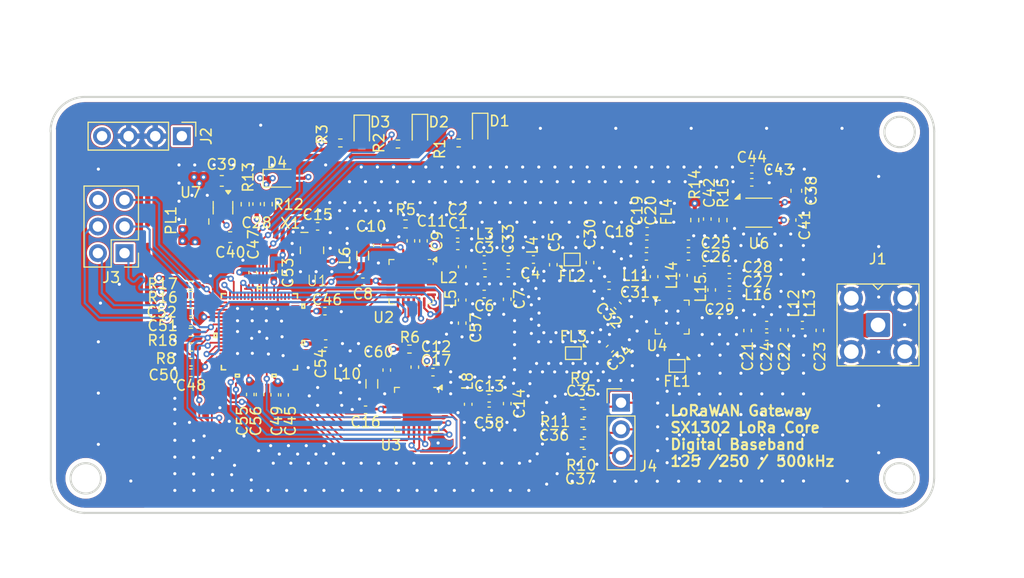
<source format=kicad_pcb>
(kicad_pcb (version 20241229) (generator "pcbnew") (generator_version "9.0")
  (layers (0 "F.Cu" signal) (4 "In1.Cu" power "In1.Cu.Ground") (6 "In2.Cu" power "In2.Cu.Power") (2 "B.Cu" signal) (13 "F.Paste" user) (15 "B.Paste" user) (5 "F.SilkS" user "F.Silkscreen") (7 "B.SilkS" user "B.Silkscreen") (1 "F.Mask" user) (3 "B.Mask" user) (25 "Edge.Cuts" user))
  (net 0 "")
  (net 1 "Net-(U2-VR_PA)")
  (net 2 "Net-(U2-RFO)")
  (net 3 "Net-(C5-Pad1)")
  (net 4 "Net-(C30-Pad1)")
  (net 5 "Net-(C34-Pad1)")
  (net 6 "Net-(C13-Pad2)")
  (net 7 "1.2V")
  (net 8 "Net-(U2-RFI_N)")
  (net 9 "Net-(U2-VREG)")
  (net 10 "VDD_RF")
  (net 11 "Net-(U2-XTA)")
  (net 12 "Net-(U3-XTA)")
  (net 13 "Net-(C3-Pad2)")
  (net 14 "Net-(U3-RFI_N)")
  (net 15 "Net-(C33-Pad2)")
  (net 16 "5V")
  (net 17 "Net-(U4-VCC0)")
  (net 18 "Net-(U4-ANT)")
  (net 19 "Net-(U4-TX_IN)")
  (net 20 "Net-(C11-Pad2)")
  (net 21 "Net-(C12-Pad2)")
  (net 22 "Net-(U4-TX)")
  (net 23 "Net-(U4-RX)")
  (net 24 "Net-(U6-NR{slash}SS)")
  (net 25 "Net-(U6-FB)")
  (net 26 "Net-(C22-Pad1)")
  (net 27 "Net-(J1-In)")
  (net 28 "Net-(C27-Pad1)")
  (net 29 "Net-(U2-RFI_P)")
  (net 30 "Net-(U3-RFI_P)")
  (net 31 "Net-(U3-VREG)")
  (net 32 "CSD")
  (net 33 "PA_ON")
  (net 34 "TXRX")
  (net 35 "3.3V")
  (net 36 "Net-(D1-A)")
  (net 37 "Net-(U4-RX_FLT)")
  (net 38 "Net-(D2-A)")
  (net 39 "Net-(U4-LNA_IN)")
  (net 40 "Net-(D3-A)")
  (net 41 "Net-(U2-DCC_SW)")
  (net 42 "TXCO 32M")
  (net 43 "SX1302_CSD")
  (net 44 "SX1302_TXRX")
  (net 45 "SX1302_PA_ON")
  (net 46 "EX_HOST_MISO")
  (net 47 "Net-(U3-DCC_SW)")
  (net 48 "EX_HOST_CSN")
  (net 49 "EX_HOST_RESET")
  (net 50 "GND")
  (net 51 "Net-(U4-VCC1)")
  (net 52 "Net-(U4-PA_OUT)")
  (net 53 "Net-(U7-SW)")
  (net 54 "Net-(U1-GPIO[5])")
  (net 55 "Net-(D4-K)")
  (net 56 "Net-(U1-GPIO[4])")
  (net 57 "RADIO_B_IQ_1")
  (net 58 "RADIO_A_MOSI")
  (net 59 "Net-(U1-GPIO[3])")
  (net 60 "RADIO_A_SCK")
  (net 61 "RADIO_B_IQ_MISO")
  (net 62 "RADIO_A_IQ_1")
  (net 63 "Net-(U1-HOST_MISO)")
  (net 64 "RADIO_B_IQ_4")
  (net 65 "EX_HOST_SCK")
  (net 66 "RADIO_A_IQ_3")
  (net 67 "RADIO_B_CKL_I")
  (net 69 "EX_HOST_MOSI")
  (net 72 "RADIO_B_IQ_0")
  (net 73 "RADIO_B_CSN")
  (net 75 "RADIO_A_IQ_4")
  (net 76 "RADIO_A_IQ_2")
  (net 77 "RADIO_A_IQ_0")
  (net 78 "RADIO_A_MISO")
  (net 80 "RADIO_B_IQ_3")
  (net 81 "RADIO_B_SCK")
  (net 82 "RADIO_A_CKL_I")
  (net 88 "RADIOB_RESET")
  (net 89 "RADIO_B_IQ_2")
  (net 90 "RADIOA_RESET")
  (net 92 "RADIO_B_MOSI")
  (net 94 "RADIO_A_CSN")
  (net 110 "GND2")
  (footprint "Inductor_SMD:L_0805_2012Metric_Pad1.05x1.20mm_HandSolder" (layer "F.Cu") (at 43.7125 92.1175 -90)
    (property "Reference" "L10")
    (property "Value" "15uH")
  )
  (footprint "Capacitor_SMD:C_0402_1005Metric_Pad0.74x0.62mm_HandSolder" (layer "F.Cu") (at 35.3775 93.1775 -90)
    (property "Reference" "C45")
    (property "Value" "1uF")
  )
  (footprint "Connector_PinHeader_2.54mm:PinHeader_2x03_P2.54mm_Vertical" (layer "F.Cu") (at 20.1 79.625 180)
    (property "Reference" "J3")
    (property "Value" "Conn_02x03_Odd_Even")
  )
  (footprint "Resistor_SMD:R_0402_1005Metric_Pad0.72x0.64mm_HandSolder" (layer "F.Cu") (at 26.435 88.6)
    (property "Reference" "R8")
    (property "Value" "10k")
  )
  (footprint "Capacitor_SMD:C_0402_1005Metric_Pad0.74x0.62mm_HandSolder" (layer "F.Cu") (at 64.0075 94.9325)
    (property "Reference" "C35")
    (property "Value" "56pF")
  )
  (footprint "Inductor_SMD:L_0402_1005Metric" (layer "F.Cu") (at 71.7575 78.25 90)
    (property "Reference" "FL4")
    (property "Value" "FB 120 ohm")
  )
  (footprint "Capacitor_SMD:C_0402_1005Metric_Pad0.74x0.62mm_HandSolder" (layer "F.Cu") (at 83.0875 86.9575 -90)
    (property "Reference" "C22")
    (property "Value" "1.8pF")
  )
  (footprint "Resistor_SMD:R_0402_1005Metric_Pad0.72x0.64mm_HandSolder" (layer "F.Cu") (at 63.8275 95.885)
    (property "Reference" "R11")
    (property "Value" "100")
  )
  (footprint "Filter:Filter_1411-5_1.4x1.1mm" (layer "F.Cu") (at 62.835 80.2375)
    (property "Reference" "FL2")
    (property "Value" "B39921B4344P810")
  )
  (footprint "Inductor_SMD:L_1008_2520Metric_Pad1.43x2.20mm_HandSolder" (layer "F.Cu") (at 27.0375 76.605 -90)
    (property "Reference" "PL1")
    (property "Value" "1uH")
  )
  (footprint "Resistor_SMD:R_0402_1005Metric_Pad0.72x0.64mm_HandSolder" (layer "F.Cu") (at 63.7975 94)
    (property "Reference" "R9")
    (property "Value" "100")
  )
  (footprint "Capacitor_SMD:C_0402_1005Metric_Pad0.74x0.62mm_HandSolder" (layer "F.Cu") (at 26.44 91.0525 180)
    (property "Reference" "C48")
    (property "Value" "100nF")
  )
  (footprint "Package_DFN_QFN:HVQFN-24-1EP_4x4mm_P0.5mm_EP2.5x2.5mm" (layer "F.Cu") (at 47.9875 94.5725 -90)
    (property "Reference" "U3")
    (property "Value" "~")
  )
  (footprint "LED_SMD:LED_0603_1608Metric_Pad1.05x0.95mm_HandSolder" (layer "F.Cu") (at 42.75 68.1 -90)
    (property "Reference" "D3")
    (property "Value" "GREEN")
  )
  (footprint "Capacitor_SMD:C_0603_1608Metric_Pad1.08x0.95mm_HandSolder" (layer "F.Cu") (at 30.1875 78.1 180)
    (property "Reference" "C40")
    (property "Value" "22uF")
  )
  (footprint "Capacitor_SMD:C_0402_1005Metric_Pad0.74x0.62mm_HandSolder" (layer "F.Cu") (at 26.4475 85.26125 180)
    (property "Reference" "C52")
    (property "Value" "100nF")
  )
  (footprint "Inductor_SMD:L_0402_1005Metric_Pad0.77x0.64mm_HandSolder" (layer "F.Cu") (at 73.4575 81.7475 90)
    (property "Reference" "L14")
    (property "Value" "6.8nH")
  )
  (footprint "Capacitor_SMD:C_0402_1005Metric_Pad0.74x0.62mm_HandSolder" (layer "F.Cu") (at 66.4375 88.766217 45)
    (property "Reference" "C34")
    (property "Value" "56pF")
  )
  (footprint "NetTie:NetTie-2_SMD_Pad0.5mm" (layer "F.Cu") (at 86 103.45 180)
    (property "Reference" "NT5" (hide yes))
    (property "Value" "NetTie_2" (hide yes))
  )
  (footprint "Capacitor_SMD:C_0402_1005Metric_Pad0.74x0.62mm_HandSolder" (layer "F.Cu") (at 26.45 90.0425 180)
    (property "Reference" "C50")
    (property "Value" "1uF")
  )
  (footprint "Resistor_SMD:R_0402_1005Metric_Pad0.72x0.64mm_HandSolder" (layer "F.Cu") (at 26.435 87.1873)
    (property "Reference" "R18")
    (property "Value" "10k")
  )
  (footprint "Capacitor_SMD:C_0402_1005Metric_Pad0.74x0.62mm_HandSolder" (layer "F.Cu") (at 56.7375 81.535)
    (property "Reference" "C4")
    (property "Value" "5.6pF")
  )
  (footprint "Capacitor_SMD:C_0402_1005Metric_Pad0.74x0.62mm_HandSolder" (layer "F.Cu") (at 54.5175 81.535)
    (property "Reference" "C3")
    (property "Value" "3pF")
  )
  (footprint "Capacitor_SMD:C_0402_1005Metric_Pad0.74x0.62mm_HandSolder" (layer "F.Cu") (at 54.9125 93.4975)
    (property "Reference" "C13")
    (property "Value" "3.6pF")
  )
  (footprint "Resistor_SMD:R_0402_1005Metric_Pad0.72x0.64mm_HandSolder" (layer "F.Cu") (at 77.2375 76.4675 90)
    (property "Reference" "R15")
    (property "Value" "1.15k")
  )
  (footprint "Capacitor_SMD:C_0402_1005Metric_Pad0.74x0.62mm_HandSolder" (layer "F.Cu") (at 34.3375 81.400375 90)
    (property "Reference" "C53")
    (property "Value" "100nF")
  )
  (footprint "Capacitor_SMD:C_0402_1005Metric_Pad0.74x0.62mm_HandSolder" (layer "F.Cu") (at 39.305 88.2675)
    (property "Reference" "C54")
    (property "Value" "100nF")
  )
  (footprint "Capacitor_SMD:C_0402_1005Metric_Pad0.74x0.62mm_HandSolder" (layer "F.Cu") (at 52.3375 86.315 90)
    (property "Reference" "C57")
    (property "Value" "3.6pF")
  )
  (footprint "Capacitor_SMD:C_0402_1005Metric_Pad0.74x0.62mm_HandSolder" (layer "F.Cu") (at 69.96 78.735 180)
    (property "Reference" "C19")
    (property "Value" "10nF")
  )
  (footprint "Capacitor_SMD:C_0402_1005Metric_Pad0.74x0.62mm_HandSolder" (layer "F.Cu") (at 69.99 77.535 180)
    (property "Reference" "C20")
    (property "Value" "4.7uF")
  )
  (footprint "Capacitor_SMD:C_0402_1005Metric_Pad0.74x0.62mm_HandSolder" (layer "F.Cu") (at 73.9375 79.935)
    (property "Reference" "C26")
    (property "Value" "1nF")
  )
  (footprint "Inductor_SMD:L_0402_1005Metric_Pad0.77x0.64mm_HandSolder" (layer "F.Cu") (at 59.1375 80.235)
    (property "Reference" "L4")
    (property "Value" "4.7nH")
  )
  (footprint "Capacitor_SMD:C_0402_1005Metric_Pad0.74x0.62mm_HandSolder" (layer "F.Cu") (at 45.1375 90.8 90)
    (property "Reference" "C60")
    (property "Value" "470nF1")
  )
  (footprint "Capacitor_SMD:C_0402_1005Metric_Pad0.74x0.62mm_HandSolder" (layer "F.Cu") (at 51.8975 77.835)
    (property "Reference" "C2")
    (property "Value" "47pF")
  )
  (footprint "Resistor_SMD:R_0402_1005Metric_Pad0.72x0.64mm_HandSolder" (layer "F.Cu") (at 63.7875 97.8)
    (property "Reference" "R10")
    (property "Value" "100")
  )
  (footprint "Capacitor_SMD:C_0402_1005Metric_Pad0.74x0.62mm_HandSolder" (layer "F.Cu") (at 56.6375 94.0075 -90)
    (property "Reference" "C14")
    (property "Value" "DNP")
  )
  (footprint "Resistor_SMD:R_0402_1005Metric_Pad0.72x0.64mm_HandSolder" (layer "F.Cu") (at 26.417501 83.669)
    (property "Reference" "R16")
    (property "Value" "100")
  )
  (footprint "Capacitor_SMD:C_0402_1005Metric_Pad0.74x0.62mm_HandSolder" (layer "F.Cu") (at 39.23075 85.1675)
    (property "Reference" "C46")
    (property "Value" "100nF")
  )
  (footprint "Capacitor_SMD:C_0402_1005Metric_Pad0.74x0.62mm_HandSolder" (layer "F.Cu") (at 81.42 87.6075)
    (property "Reference" "C24")
    (property "Value" "DNP")
  )
  (footprint "Capacitor_SMD:C_0402_1005Metric_Pad0.74x0.62mm_HandSolder" (layer "F.Cu") (at 75.7375 76.3675 90)
    (property "Reference" "C42")
    (property "Value" "10uF")
  )
  (footprint "Capacitor_SMD:C_0402_1005Metric_Pad0.74x0.62mm_HandSolder" (layer "F.Cu") (at 49.545 90.9975)
    (property "Reference" "C17")
    (property "Value" "1uF")
  )
  (footprint "Capacitor_SMD:C_0402_1005Metric_Pad0.74x0.62mm_HandSolder" (layer "F.Cu") (at 44.2375 78.8875 90)
    (property "Reference" "C10")
    (property "Value" "470nF")
  )
  (footprint "Package_DFN_QFN:Texas_S-PDSO-N10_EP1.2x2mm" (layer "F.Cu") (at 80.665 75.76)
    (property "Reference" "U6")
    (property "Value" "TPS7A91")
  )
  (footprint "Resistor_SMD:R_0402_1005Metric_Pad0.72x0.64mm_HandSolder" (layer "F.Cu") (at 74.54 76.4675 90)
    (property "Reference" "R14")
    (property "Value" "3.57k")
  )
  (footprint "Capacitor_SMD:C_0402_1005Metric_Pad0.74x0.62mm_HandSolder" (layer "F.Cu") (at 73.9375 78.735)
    (property "Reference" "C25")
    (property "Value" "33pF")
  )
  (footprint "Capacitor_SMD:C_0402_1005Metric_Pad0.74x0.62mm_HandSolder" (layer "F.Cu") (at 42.8575 82.3675 180)
    (property "Reference" "C8")
    (property "Value" "100nF")
  )
  (footprint "Capacitor_SMD:C_0603_1608Metric_Pad1.08x0.95mm_HandSolder" (layer "F.Cu") (at 84.2375 73.6675 -90)
    (property "Reference" "C38")
    (property "Value" "22uF")
  )
  (footprint "Filter:Filter_1411-5_1.4x1.1mm" (layer "F.Cu") (at 62.9525 89.185 180)
    (property "Reference" "FL3")
    (property "Value" "B39921B4344P810")
  )
  (footprint "Capacitor_SMD:C_0402_1005Metric_Pad0.74x0.62mm_HandSolder" (layer "F.Cu") (at 64.5375 80.535 -90)
    (property "Reference" "C30")
    (property "Value" "DNP")
  )
  (footprint "Connector_PinHeader_2.54mm:PinHeader_1x04_P2.54mm_Vertical" (layer "F.Cu") (at 25.57 68.45 -90)
    (property "Reference" "J2")
    (property "Value" "Conn_01x04_Pin")
  )
  (footprint "Capacitor_SMD:C_0402_1005Metric_Pad0.74x0.62mm_HandSolder" (layer "F.Cu") (at 48.6375 78.455 90)
    (property "Reference" "C9")
    (property "Value" "1uF")
  )
  (footprint "NetTie:NetTie-2_SMD_Pad0.5mm" (layer "F.Cu") (at 22.3 70.9 90)
    (property "Reference" "NT4" (hide yes))
    (property "Value" "NetTie_2" (hide yes))
  )
  (footprint "Capacitor_SMD:C_0402_1005Metric_Pad0.74x0.62mm_HandSolder" (layer "F.Cu") (at 77.8375 81.215)
    (property "Reference" "C28")
    (property "Value" "DNP")
  )
  (footprint "Capacitor_SMD:C_0402_1005Metric_Pad0.74x0.62mm_HandSolder" (layer "F.Cu") (at 67.186911 84.646911 -45)
    (property "Reference" "C32")
    (property "Value" "56pF")
  )
  (footprint "Capacitor_SMD:C_0402_1005Metric_Pad0.74x0.62mm_HandSolder" (layer "F.Cu") (at 56.7375 80.235)
    (property "Reference" "C33")
    (property "Value" "39pF")
  )
  (footprint "Capacitor_SMD:C_0402_1005Metric_Pad0.74x0.62mm_HandSolder" (layer "F.Cu") (at 79.985 71.62 180)
    (property "Reference" "C44")
    (property "Value" "22uF")
  )
  (footprint "Inductor_SMD:L_0402_1005Metric_Pad0.77x0.64mm_HandSolder" (layer "F.Cu") (at 84.815 86.505)
    (property "Reference" "L13")
    (property "Value" "4.7nH")
  )
  (footprint "Capacitor_SMD:C_0402_1005Metric_Pad0.74x0.62mm_HandSolder" (layer "F.Cu") (at 26.43 86.22125 180)
    (property "Reference" "C51")
    (property "Value" "1uF")
  )
  (footprint "Oscillator:Oscillator_SMD_SeikoEpson_TG2520SMN-xxx-xxxxxx-4Pin_2.5x2.0mm" (layer "F.Cu") (at 38 79.355)
    (property "Reference" "X1")
    (property "Value" "TG2016SMN 32.0000M-TCGNNMB")
  )
  (footprint "Diode_SMD:D_SOD-323" (layer "F.Cu") (at 34.9375 72.4675)
    (property "Reference" "D4")
    (property "Value" "BAT60A")
  )
  (footprint "Package_DFN_QFN:QFN-16-1EP_3x3mm_P0.5mm_EP1.75x1.75mm" (layer "F.Cu") (at 72.3875 85.7375)
    (property "Reference" "U4")
    (property "Value" "~")
  )
  (footprint "SX1302:SX1302" (layer "F.Cu") (at 22.9945 86.2725)
    (property "Reference" "U1")
    (property "Value" "~")
  )
  (footprint "Package_DFN_QFN:HVQFN-24-1EP_4x4mm_P0.5mm_EP2.5x2.5mm" (layer "F.Cu") (at 47.4625 82.35 -90)
    (property "Reference" "U2")
    (property "Value" "~")
  )
  (footprint "Inductor_SMD:L_0402_1005Metric_Pad0.77x0.64mm_HandSolder" (layer "F.Cu") (at 77.85 83.625)
    (property "Reference" "L16")
    (property "Value" "7.5nH")
  )
  (footprint "Capacitor_SMD:C_0402_1005Metric_Pad0.74x0.62mm_HandSolder" (layer "F.Cu") (at 56.6375 84.035 -90)
    (property "Reference" "C7")
    (property "Value" "DNP")
  )
  (footprint "Resistor_SMD:R_0402_1005Metric_Pad0.72x0.64mm_HandSolder" (layer "F.Cu") (at 40.7025 69.1)
    (property "Reference" "R3")
    (property "Value" "1k")
  )
  (footprint "Resistor_SMD:R_0402_1005Metric_Pad0.72x0.64mm_HandSolder" (layer "F.Cu") (at 26.425001 82.689 180)
    (property "Reference" "R17")
    (property "Value" "10k")
  )
  (footprint "Capacitor_SMD:C_0402_1005Metric_Pad0.74x0.62mm_HandSolder" (layer "F.Cu") (at 38.5375 77.0675 180)
    (property "Reference" "C15")
    (property "Value" "100nF")
  )
  (footprint "Capacitor_SMD:C_0402_1005Metric_Pad0.74x0.62mm_HandSolder" (layer "F.Cu") (at 66.36 82.735 180)
    (property "Reference" "C31")
    (property "Value" "DNP")
  )
  (footprint "Inductor_SMD:L_0402_1005Metric_Pad0.77x0.64mm_HandSolder" (layer "F.Cu") (at 52.3375 84.1075 -90)
    (property "Reference" "L5")
    (property "Value" "18nH")
  )
  (footprint "LED_SMD:LED_0603_1608Metric_Pad1.05x0.95mm_HandSolder" (layer "F.Cu") (at 54.05 67.92 -90)
    (property "Reference" "D1")
    (property "Value" "RED")
  )
  (footprint "Capacitor_SMD:C_0402_1005Metric_Pad0.74x0.62mm_HandSolder" (layer "F.Cu") (at 43.1125 94.5975 180)
    (property "Reference" "C16")
    (property "Value" "100nF")
  )
  (footprint "NetTie:NetTie-2_SMD_Pad0.5mm" (layer "F.Cu") (at 85.975 70.35)
    (property "Reference" "NT3" (hide yes))
    (property "Value" "NetTie_2" (hide yes))
  )
  (footprint "Connector_Coaxial:SMA_BAT_Wireless_BWSMA-KWE-Z001" (layer "F.Cu") (at 92.0375 86.4875 -90)
    (property "Reference" "J1")
    (property "Value" "Conn_Coaxial")
  )
  (footprint "Capacitor_SMD:C_0402_1005Metric_Pad0.74x0.62mm_HandSolder" (layer "F.Cu") (at 79.5875 87.0225 -90)
    (property "Reference" "C21")
    (property "Value" "DNP")
  )
  (footprint "Inductor_SMD:L_0402_1005Metric_Pad0.77x0.64mm_HandSolder" (layer "F.Cu") (at 75.4575 81.215)
    (property "Reference" "L15")
    (property "Value" "2.7nH")
  )
  (footprint "Inductor_SMD:L_0402_1005Metric_Pad0.77x0.64mm_HandSolder" (layer "F.Cu") (at 70.6575 81.8675 90)
    (property "Reference" "L11")
    (property "Value" "0.6nH")
  )
  (footprint "Capacitor_SMD:C_0402_1005Metric_Pad0.74x0.62mm_HandSolder" (layer "F.Cu") (at 33.0375 93.135 -90)
    (property "Reference" "C56")
    (property "Value" "1uF")
  )
  (footprint "Capacitor_SMD:C_0402_1005Metric_Pad0.74x0.62mm_HandSolder" (layer "F.Cu") (at 63.9875 98.7325)
    (property "Reference" "C37")
    (property "Value" "56pF")
  )
  (footprint "Capacitor_SMD:C_0402_1005Metric_Pad0.74x0.62mm_HandSolder" (layer "F.Cu") (at 61.0375 80.735 -90)
    (property "Reference" "C5")
    (property "Value" "1.8pF")
  )
  (footprint "Capacitor_SMD:C_0402_1005Metric_Pad0.74x0.62mm_HandSolder" (layer "F.Cu") (at 54.4375 83.535)
    (property "Reference" "C6")
    (property "Value" "3.6pF")
  )
  (footprint "NetTie:NetTie-2_SMD_Pad0.5mm" (layer "F.Cu") (at 86.5 85.075 90)
    (property "Reference" "NT1" (hide yes))
    (property "Value" "NetTie_2" (hide yes))
  )
  (footprint "Resistor_SMD:R_0402_1005Metric_Pad0.72x0.64mm_HandSolder" (layer "F.Cu") (at 52 69.1)
    (property "Reference" "R1")
    (property "Value" "1k")
  )
  (footprint "Capacitor_SMD:C_0402_1005Metric_Pad0.74x0.62mm_HandSolder" (layer "F.Cu") (at 51.9175 78.935)
    (property "Reference" "C1")
    (property "Value" "47nF")
  )
  (footprint "Resistor_SMD:R_0402_1005Metric_Pad0.72x0.64mm_HandSolder" (layer "F.Cu") (at 46.9275 76.835 180)
    (property "Reference" "R5")
    (property "Value" "220R")
  )
  (footprint "Resistor_SMD:R_0402_1005Metric_Pad0.72x0.64mm_HandSolder" (layer "F.Cu") (at 47.3025 88.7975 180)
    (property "Reference" "R6")
    (property "Value" "220R")
  )
  (footprint "Capacitor_SMD:C_0603_1608Metric_Pad1.08x0.95mm_HandSolder" (layer "F.Cu") (at 29.385 72.725 180)
    (property "Reference" "C39")
    (property "Value" "4.7uF")
  )
  (footprint "NetTie:NetTie-2_SMD_Pad0.5mm" (layer "F.Cu") (at 86.5 88.9 90)
    (property "Reference" "NT2" (hide yes))
    (property "Value" "NetTie_2" (hide yes))
  )
  (footprint "Capacitor_SMD:C_0402_1005Metric_Pad0.74x0.62mm_HandSolder" (layer "F.Cu") (at 54.9125 94.6975 180)
    (property "Reference" "C58")
    (property "Value" "3.6pF")
  )
  (footprint "Capacitor_SMD:C_0402_1005Metric_Pad0.74x0.62mm_HandSolder" (layer "F.Cu") (at 34.4375 93.1675 -90)
    (property "Reference" "C49")
    (property "Value" "100nF")
  )
  (footprint "Inductor_SMD:L_0402_1005Metric_Pad0.77x0.64mm_HandSolder" (layer "F.Cu") (at 81.4075 86.505)
    (property "Reference" "L12")
    (property "Value" "4.7nH")
  )
  (footprint "Capacitor_SMD:C_0402_1005Metric_Pad0.74x0.62mm_HandSolder" (layer "F.Cu") (at 77.8575 82.415)
    (property "Reference" "C27")
    (property "Value" "10pF")
  )
  (footprint "Capacitor_SMD:C_0402_1005Metric_Pad0.74x0.62mm_HandSolder" (layer "F.Cu") (at 69.925 79.935 180)
    (property "Reference" "C18")
    (property "Value" "120pF")
  )
  (footprint "Capacitor_SMD:C_0402_1005Metric_Pad0.74x0.62mm_HandSolder" (layer "F.Cu") (at 64.0075 96.8325)
    (property "Reference" "C36")
    (property "Value" "56pF")
  )
  (footprint "Package_TO_SOT_SMD:SOT-563" (layer "F.Cu") (at 29.5 75.2875 -90)
    (property "Reference" "U7")
    (property "Value" "TLV62568ADRL")
  )
  (footprint "Resistor_SMD:R_0402_1005Metric_Pad0.72x0.64mm_HandSolder" (layer "F.Cu") (at 31.6175 74.9525 90)
    (property "Reference" "R13")
    (property "Value" "100R")
  )
  (footprint "Resistor_SMD:R_0402_1005Metric_Pad0.72x0.64mm_HandSolder" (layer "F.Cu") (at 33.8175 74.9425 -90)
    (property "Reference" "R12")
    (property "Value" "100R")
  )
  (footprint "LED_SMD:LED_0603_1608Metric_Pad1.05x0.95mm_HandSolder" (layer "F.Cu") (at 48.3 68.025 -90)
    (property "Reference" "D2")
    (property "Value" "BLUE")
  )
  (footprint "Capacitor_SMD:C_0402_1005Metric_Pad0.74x0.62mm_HandSolder" (layer "F.Cu") (at 32.3375 81.4815 90)
    (property "Reference" "C47")
    (property "Value" "100nF")
  )
  (footprint "Capacitor_SMD:C_0402_1005Metric_Pad0.74x0.62mm_HandSolder" (layer "F.Cu") (at 47.8125 90.5175 90)
    (property "Reference" "C12")
    (property "Value" "10pF")
  )
  (footprint "Capacitor_SMD:C_0402_1005Metric_Pad0.74x0.62mm_HandSolder" (layer "F.Cu") (at 79.985 72.86 180)
    (property "Reference" "C43")
    (property "Value" "22uF")
  )
  (footprint "Capacitor_SMD:C_0402_1005Metric_Pad0.74x0.62mm_HandSolder" (layer "F.Cu") (at 76.1575 83.1425 90)
    (property "Reference" "C29")
    (property "Value" "2.4pF")
  )
  (footprint "Resistor_SMD:R_0402_1005Metric_Pad0.72x0.64mm_HandSolder" (layer "F.Cu") (at 46.2025 69.2)
    (property "Reference" "R2")
    (property "Value" "1k")
  )
  (footprint "Capacitor_SMD:C_0402_1005Metric_Pad0.74x0.62mm_HandSolder" (layer "F.Cu") (at 86.4875 87.005 -90)
    (property "Reference" "C23")
    (property "Value" "DNP")
  )
  (footprint "Connector_PinHeader_2.54mm:PinHeader_1x03_P2.54mm_Vertical" (layer "F.Cu") (at 67.5 93.92)
    (property "Reference" "J4")
    (property "Value" "Conn_01x03_Pin")
  )
  (footprint "Filter:Filter_1411-5_1.4x1.1mm" (layer "F.Cu") (at 72.85 90.4 180)
    (property "Reference" "FL1")
    (property "Value" "B39921B2625P810")
  )
  (footprint "Capacitor_SMD:C_0402_1005Metric_Pad0.74x0.62mm_HandSolder" (layer "F.Cu") (at 47.4375 78.455 90)
    (property "Reference" "C11")
    (property "Value" "10pF")
  )
  (footprint "Capacitor_SMD:C_0402_1005Metric_Pad0.74x0.62mm_HandSolder" (layer "F.Cu") (at 83.8375 76.4675 90)
    (property "Reference" "C41")
    (property "Value" "0.1uF")
  )
  (footprint "Inductor_SMD:L_0402_1005Metric_Pad0.77x0.64mm_HandSolder" (layer "F.Cu") (at 54.4375 80.235)
    (property "Reference" "L3")
    (property "Value" "2.5nH")
  )
  (footprint "Inductor_SMD:L_0402_1005Metric_Pad0.77x0.64mm_HandSolder" (layer "F.Cu") (at 52.3375 80.935 -90)
    (property "Reference" "L2")
    (property "Value" "47nH")
  )
  (footprint "Capacitor_SMD:C_0402_1005Metric_Pad0.74x0.62mm_HandSolder" (layer "F.Cu") (at 32.1075 93.135 -90)
    (property "Reference" "C55")
    (property "Value" "100nF")
  )
  (footprint "Inductor_SMD:L_0805_2012Metric_Pad1.05x1.20mm_HandSolder" (layer "F.Cu") (at 42.8375 79.8675 -90)
    (property "Reference" "L6")
    (property "Value" "15uH")
  )
  (footprint "Inductor_SMD:L_0402_1005Metric_Pad0.77x0.64mm_HandSolder" (layer "F.Cu") (at 52.9125 94.07 -90)
    (property "Reference" "L8")
    (property "Value" "18nH")
  )
  (footprint "Capacitor_SMD:C_0402_1005Metric_Pad0.74x0.62mm_HandSolder" (layer "F.Cu") (at 32.7175 74.9325 90)
    (property "Reference" "C28")
    (property "Value" "6.8pF")
  )
  (gr_arc (start 58.127623 90.432063) (mid 58.407515 89.717534) (end 59.123897 89.442349) (stroke (width 0.25)) (layer "F.Cu") (net 6))
  (gr_line (start 86.5 89.4) (end 86.5 103.45) (stroke (width 0.5) (type dash)) (layer "F.Cu") (net 110))
  (gr_arc (start 50.3575 81.5975) (mid 50.922372 81.748079) (end 51.35029 82.146378) (stroke (width 0.25)) (layer "F.Cu") (net 8))
  (gr_line (start 22.325 71.375) (end 22.275 103.475699) (stroke (width 0.5) (type dash)) (layer "F.Cu") (net 110))
  (gr_line (start 50.697499 82.537128) (end 52.2375 84.6875) (stroke (width 0.25)) (layer "F.Cu") (net 29))
  (gr_arc (start 71.741421 89.075) (mid 71.8 88.933579) (end 71.941421 88.875) (stroke (width 0.25)) (layer "F.Cu") (net 39))
  (gr_line (start 85.5 103.45) (end 22.275 103.475699) (stroke (width 0.5) (type dash)) (layer "F.Cu") (net 110))
  (gr_line (start 74.0375 74.3675) (end 75.0375 74.3675) (stroke (width 0.4)) (layer "F.Cu") (net 10))
  (gr_arc (start 73.708579 88.666421) (mid 73.850007 88.724993) (end 73.908579 88.866421) (stroke (width 0.25)) (layer "F.Cu") (net 37))
  (gr_arc (start 73.9075 90.1825) (mid 73.848921 90.323921) (end 73.7075 90.3825) (stroke (width 0.25)) (layer "F.Cu") (net 37))
  (gr_arc (start 71.9575 90.64) (mid 71.816086 90.58142) (end 71.7575 90.44) (stroke (width 0.25)) (layer "F.Cu") (net 39))
  (gr_arc (start 58.125621 92.217214) (mid 57.727496 93.157986) (end 56.775011 93.527213) (stroke (width 0.25)) (layer "F.Cu") (net 6))
  (gr_arc (start 49.736731 82.109826) (mid 50.273151 82.19749) (end 50.697499 82.537128) (stroke (width 0.25)) (layer "F.Cu") (net 29))
  (gr_line (start 84.75 70.375) (end 22.3 70.4) (stroke (width 0.5) (type dash)) (layer "F.Cu") (net 110))
  (gr_arc (start 73.3375 88.6675) (mid 73.196079 88.608921) (end 73.1375 88.4675) (stroke (width 0.25)) (layer "F.Cu") (net 37))
  (gr_arc (start 59.133775 89.437214) (mid 58.417379 89.162063) (end 58.137501 88.4475) (stroke (width 0.25)) (layer "F.Cu") (net 6))
  (gr_arc (start 56.78689 83.557501) (mid 57.739386 83.92672) (end 58.1375 84.8675) (stroke (width 0.25)) (layer "F.Cu") (net 6))
  (gr_arc (start 72.6375 88.675) (mid 72.578921 88.816421) (end 72.4375 88.875) (stroke (width 0.25)) (layer "F.Cu") (net 39))
  (gr_line (start 51.35029 82.146378) (end 52.3075 83.3675) (stroke (width 0.25)) (layer "F.Cu") (net 8))
  (gr_line (start 86.5 84.575) (end 86.5 70.4) (stroke (width 0.5) (type dash)) (layer "F.Cu") (net 110))
  (gr_circle (center 94.075 101.146556) (end 95.528444 101.146556) (stroke (width 0.2)) (fill no) (layer "Edge.Cuts"))
  (gr_arc (start 94.1 64.7) (mid 96.433452 65.666548) (end 97.4 68) (stroke (width 0.2)) (layer "Edge.Cuts"))
  (gr_circle (center 94.1 68.046556) (end 95.553444 68.046556) (stroke (width 0.2)) (fill no) (layer "Edge.Cuts"))
  (gr_line (start 97.4 101.15) (end 97.4 68) (stroke (width 0.2)) (layer "Edge.Cuts"))
  (gr_line (start 13.065626 67.9) (end 13.065626 101.106016) (stroke (width 0.2)) (layer "Edge.Cuts"))
  (gr_arc (start 16.275589 104.45) (mid 14 103.446419) (end 13.065626 101.141548) (stroke (width 0.2)) (layer "Edge.Cuts"))
  (gr_arc (start 13.033452 68) (mid 14 65.666548) (end 16.333452 64.7) (stroke (width 0.2)) (layer "Edge.Cuts"))
  (gr_arc (start 97.391548 101.15) (mid 96.425 103.483452) (end 94.091548 104.45) (stroke (width 0.2)) (layer "Edge.Cuts"))
  (gr_line (start 16.275589 104.45) (end 94.091548 104.45) (stroke (width 0.2)) (layer "Edge.Cuts"))
  (gr_line (start 16.33345 64.7) (end 94.1 64.7) (stroke (width 0.2)) (layer "Edge.Cuts"))
  (gr_circle (center 16.4 101.146556) (end 17.853444 101.146556) (stroke (width 0.2)) (fill no) (layer "Edge.Cuts"))
  (gr_text "LoRaWAN Gateway \nSX1302 LoRa Core \nDigital Baseband\n125 /250 / 500kHz\n" (at 72.1 100.1 0) (layer "F.SilkS") (effects (font (size 1 1) (thickness 0.2) (bold yes)) (justify left bottom)))
  (segment (start 52.2875 80.4125) (end 52.3375 80.3625) (width 0.3) (layer "F.Cu") (net 1))
  (segment (start 50.915 80.4125) (end 51.4375 79.89) (width 0.25) (layer "F.Cu") (net 1))
  (segment (start 51.4375 79.89) (end 51.4375 78.935) (width 0.25) (layer "F.Cu") (net 1))
  (segment (start 50.915 80.4125) (end 52.2875 80.4125) (width 0.25) (layer "F.Cu") (net 1))
  (segment (start 51.4375 77.855) (end 51.4175 77.835) (width 0.3) (layer "F.Cu") (net 1))
  (segment (start 48.7125 80.4125) (end 50.915 80.4125) (width 0.25) (layer "F.Cu") (net 1))
  (segment (start 51.4375 78.935) (end 51.4375 77.855) (width 0.25) (layer "F.Cu") (net 1))
  (segment (start 54.01 81.5075) (end 54.0375 81.535) (width 0.25) (layer "F.Cu") (net 2))
  (segment (start 51.93 81.1) (end 52.3375 81.5075) (width 0.25) (layer "F.Cu") (net 2))
  (segment (start 53.9375 80.235) (end 54.045 80.3425) (width 0.4) (layer "F.Cu") (net 2))
  (segment (start 54.045 80.3425) (end 54.045 81.5275) (width 0.4) (layer "F.Cu") (net 2))
  (segment (start 49.4 81.1) (end 51.93 81.1) (width 0.25) (layer "F.Cu") (net 2))
  (segment (start 54.045 81.5275) (end 54.0375 81.535) (width 0.4) (layer "F.Cu") (net 2))
  (segment (start 52.3375 81.5075) (end 54.01 81.5075) (width 0.4) (layer "F.Cu") (net 2))
  (segment (start 61.055 80.2375) (end 61.0375 80.255) (width 0.3) (layer "F.Cu") (net 3))
  (segment (start 59.71 80.235) (end 61.0175 80.235) (width 0.4) (layer "F.Cu") (net 3))
  (segment (start 62.335 80.2375) (end 61.055 80.2375) (width 0.3) (layer "F.Cu") (net 3))
  (segment (start 61.0175 80.235) (end 61.0375 80.255) (width 0.4) (layer "F.Cu") (net 3))
  (segment (start 66.8375 82.7375) (end 66.8375 84.258678) (width 0.4) (layer "F.Cu") (net 4))
  (segment (start 66.844819 80.897138) (end 66.844819 82.730181) (width 0.4) (layer "F.Cu") (net 4))
  (segment (start 64.4325 79.95) (end 63.335 79.95) (width 0.3) (layer "F.Cu") (net 4))
  (segment (start 66.8375 84.258678) (end 66.800589 84.295589) (width 0.4) (layer "F.Cu") (net 4))
  (segment (start 64.5375 80.055) (end 64.4325 79.95) (width 0.3) (layer "F.Cu") (net 4))
  (segment (start 64.5375 80.055) (end 66.002681 80.055) (width 0.4) (layer "F.Cu") (net 4))
  (segment (start 66.844819 82.730181) (end 66.8375 82.7375) (width 0.4) (layer "F.Cu") (net 4))
  (segment (start 66.002681 80.055) (end 66.844819 80.897138) (width 0.4) (layer "F.Cu") (net 4))
  (segment (start 66.018717 89.185) (end 66.036217 89.1675) (width 0.25) (layer "F.Cu") (net 5))
  (segment (start 63.4525 89.185) (end 66.018717 89.185) (width 0.25) (layer "F.Cu") (net 5))
  (segment (start 56.6075 93.4975) (end 56.6375 93.5275) (width 0.4) (layer "F.Cu") (net 6))
  (segment (start 56.4875 93.5275) (end 56.4675 93.5075) (width 0.4) (layer "F.Cu") (net 6))
  (segment (start 58.127623 90.432063) (end 58.127623 92.173612) (width 0.25) (layer "F.Cu") (net 6))
  (segment (start 55.3925 93.4975) (end 56.6075 93.4975) (width 0.4) (layer "F.Cu") (net 6))
  (segment (start 56.6375 93.5275) (end 56.4875 93.5275) (width 0.4) (layer "F.Cu") (net 6))
  (segment (start 62.415 89.435) (end 62.4525 89.4725) (width 0.25) (layer "F.Cu") (net 6))
  (segment (start 54.9175 83.535) (end 56.6175 83.535) (width 0.25) (layer "F.Cu") (net 6))
  (segment (start 59.078127 89.435) (end 62.415 89.435) (width 0.25) (layer "F.Cu") (net 6))
  (segment (start 56.6375 83.555) (end 56.6375 83.58) (width 0.25) (layer "F.Cu") (net 6))
  (segment (start 56.6175 83.535) (end 56.6375 83.555) (width 0.25) (layer "F.Cu") (net 6))
  (segment (start 58.1375 84.8675) (end 58.1375 88.5675) (width 0.25) (layer "F.Cu") (net 6))
  (segment (start 26.9975 86.22125) (end 27.2075 86.22125) (width 0.6) (layer "F.Cu") (net 7))
  (segment (start 27.015 85.26125) (end 27.015 85.73125) (width 0.6) (layer "F.Cu") (net 7))
  (segment (start 37.427502 88.322501) (end 37.482503 88.2675) (width 0.4) (layer "F.Cu") (net 7))
  (segment (start 27.2275 85.26125) (end 27.6975 85.73125) (width 0.6) (layer "F.Cu") (net 7))
  (segment (start 34.3775 82.5175) (end 34.3775 83.7085) (width 0.17) (layer "F.Cu") (net 7))
  (segment (start 37.292501 88.2675) (end 37.372501 88.1875) (width 0.2) (layer "F.Cu") (net 7))
  (segment (start 27.37 78.1) (end 29.325 78.1) (width 0.4) (layer "F.Cu") (net 7))
  (segment (start 32.7175 76.3475) (end 32.7375 76.3675) (width 0.4) (layer "F.Cu") (net 7))
  (segment (start 27.015 85.4175) (end 27.2275 85.4175) (width 0.6) (layer "F.Cu") (net 7))
  (segment (start 37.427502 88.322501) (end 37.372501 88.2675) (width 0.2) (layer "F.Cu") (net 7))
  (segment (start 32.005 92.465) (end 32.1075 92.5675) (width 0.6) (layer "F.Cu") (net 7))
  (segment (start 37.292501 88.2675) (end 37.298001 88.262) (width 0.2) (layer "F.Cu") (net 7))
  (segment (start 37.372501 88.2675) (end 37.292501 88.2675) (width 0.2) (layer "F.Cu") (net 7))
  (segment (start 33.8175 75.4525) (end 32.7575 75.4525) (width 0.4) (layer "F.Cu") (net 7))
  (segment (start 32.005 91.735) (end 32.005 92.465) (width 0.6) (layer "F.Cu") (net 7))
  (segment (start 27.015 85.73125) (end 27.015 86.20375) (width 0.6) (layer "F.Cu") (net 7))
  (segment (start 32.7175 75.4125) (end 32.7175 76.3475) (width 0.4) (layer "F.Cu") (net 7))
  (segment (start 31.9275 90.5665) (end 31.9275 91.6575) (width 0.2) (layer "F.Cu") (net 7))
  (segment (start 29.5485 85.7375) (end 27.70375 85.7375) (width 0.2) (layer "F.Cu") (net 7))
  (segment (start 27.015 85.73125) (end 27.6975 85.73125) (width 0.6) (layer "F.Cu") (net 7))
  (segment (start 27.015 86.20375) (end 26.9975 86.22125) (width 0.6) (layer "F.Cu") (net 7))
  (segment (start 34.3375 82.367125) (end 34.372499 82.402124) (width 0.6) (layer "F.Cu") (net 7))
  (segment (start 27.2075 86.22125) (end 27.6975 85.73125) (width 0.6) (layer "F.Cu") (net 7))
  (segment (start 34.359999 81.990374) (end 34.3375 81.967875) (width 0.17) (layer "F.Cu") (net 7))
  (segment (start 32.8375 92.5675) (end 32.1075 92.5675) (width 0.6) (layer "F.Cu") (net 7))
  (segment (start 27.70375 85.7375) (end 27.6975 85.73125) (width 0.2) (layer "F.Cu") (net 7))
  (segment (start 32.005 91.735) (end 32.8375 92.5675) (width 0.6) (layer "F.Cu") (net 7))
  (segment (start 32.7575 75.4525) (end 32.7175 75.4125) (width 0.4) (layer "F.Cu") (net 7))
  (segment (start 31.9275 91.6575) (end 32.005 91.735) (width 0.2) (layer "F.Cu") (net 7))
  (segment (start 27.37 78.1) (end 27.0375 77.7675) (width 0.2) (layer "F.Cu") (net 7))
  (segment (start 36.4065 88.1875) (end 37.292501 88.1875) (width 0.2) (layer "F.Cu") (net 7))
  (segment (start 37.292501 88.1875) (end 37.427502 88.322501) (width 0.2) (layer "F.Cu") (net 7))
  (segment (start 37.482503 88.2675) (end 38.7375 88.2675) (width 0.4) (layer "F.Cu") (net 7))
  (segment (start 34.3375 81.967875) (end 34.3375 82.367125) (width 0.6) (layer "F.Cu") (net 7))
  (via (at 34.372499 82.402124) (size 0.6) (drill 0.3) (layers "F.Cu" "B.Cu") (net 7))
  (via (at 37.427502 88.322501) (size 0.6) (drill 0.3) (layers "F.Cu" "B.Cu") (net 7))
  (via (at 25.6375 77.3675) (size 0.6) (drill 0.3) (layers "F.Cu" "B.Cu") (net 7))
  (via (at 32.005 91.735) (size 0.6) (drill 0.3) (layers "F.Cu" "B.Cu") (net 7))
  (via (at 32.7375 76.3675) (size 0.6) (drill 0.3) (layers "F.Cu" "B.Cu") (net 7))
  (via (at 25.6375 78.4675) (size 0.6) (drill 0.3) (layers "F.Cu" "B.Cu") (net 7))
  (via (at 26.8375 78.5675) (size 0.6) (drill 0.3) (layers "F.Cu" "B.Cu") (net 7))
  (via (at 27.6975 85.73125) (size 0.6) (drill 0.3) (layers "F.Cu" "B.Cu") (net 7))
  (segment (start 49.4 81.6) (end 50.3975 81.6) (width 0.25) (layer "F.Cu") (net 8))
  (segment (start 52.3325 83.535) (end 52.3375 83.535) (width 0.25) (layer "F.Cu") (net 8))
  (segment (start 52.3375 83.535) (end 53.9575 83.535) (width 0.25) (layer "F.Cu") (net 8))
  (segment (start 74.5375 74.8675) (end 75.0375 74.3675) (width 0.4) (layer "F.Cu") (net 10))
  (segment (start 78.5375 74.76) (end 79.4525 74.76) (width 0.25) (layer "F.Cu") (net 10))
  (segment (start 44.245 82.1) (end 45.525 82.1) (width 0.25) (layer "F.Cu") (net 10))
  (segment (start 45.525 82.1) (end 45.5025 82.0775) (width 0.2) (layer "F.Cu") (net 10))
  (segment (start 74.645 74.76) (end 78.5375 74.76) (width 0.25) (layer "F.Cu") (net 10))
  (segment (start 75.0375 74.3675) (end 74.645 74.76) (width 0.25) (layer "F.Cu") (net 10))
  (segment (start 44.575 94.5275) (end 44.78 94.3225) (width 0.25) (layer "F.Cu") (net 10))
  (segment (start 44.78 94.3225) (end 46.05 94.3225) (width 0.25) (layer "F.Cu") (net 10))
  (segment (start 43.425 82.3675) (end 43.425 82.3225) (width 0.2) (layer "F.Cu") (net 10))
  (segment (start 79.4525 75.26) (end 79.0375 75.26) (width 0.2) (layer "F.Cu") (net 10))
  (segment (start 74.5375 74.8675) (end 74.0375 74.3675) (width 0.4) (layer "F.Cu") (net 10))
  (segment (start 71.53 77.5375) (end 70.56 77.5375) (width 0.25) (layer "F.Cu") (net 10))
  (segment (start 48.7375 91.2375) (end 48.7375 92.635) (width 0.25) (layer "F.Cu") (net 10))
  (segment (start 79.0375 75.26) (end 78.5375 74.76) (width 0.2) (layer "F.Cu") (net 10))
  (segment (start 48.6375 78.935) (end 49.705 78.935) (width 0.25) (layer "F.Cu") (net 10))
  (segment (start 48.9775 89.9375) (end 48.9775 90.165) (width 0.25) (layer "F.Cu") (net 10))
  (segment (start 44.0875 82.2575) (end 44.43 82.6) (width 0.25) (layer "F.Cu") (net 10))
  (segment (start 44.87 94.8225) (end 46.05 94.8225) (width 0.25) (layer "F.Cu") (net 10))
  (segment (start 44.0875 82.2575) (end 44.245 82.1) (width 0.25) (layer "F.Cu") (net 10))
  (segment (start 48.9775 90.9975) (end 48.7375 91.2375) (width 0.25) (layer "F.Cu") (net 10))
  (segment (start 74.54 75.87) (end 74.54 74.87) (width 0.4) (layer "F.Cu") (net 10))
  (segment (start 44.0875 82.2575) (end 43.535 82.2575) (width 0.25) (layer "F.Cu") (net 10))
  (segment (start 44.575 94.5275) (end 44.87 94.8225) (width 0.25) (layer "F.Cu") (net 10))
  (segment (start 74.54 75.87) (end 75.72 75.87) (width 0.4) (layer "F.Cu") (net 10))
  (segment (start 48.9775 90.165) (end 48.975 90.1675) (width 0.25) (layer "F.Cu") (net 10))
  (segment (start 70.56 77.5375) (end 70.5575 77.535) (width 0.25) (layer "F.Cu") (net 10))
  (segment (start 43.535 82.2575) (end 43.425 82.3675) (width 0.25) (layer "F.Cu") (net 10))
  (segment (start 44.43 82.6) (end 45.525 82.6) (width 0.25) (layer "F.Cu") (net 10))
  (segment (start 48.2125 79.36) (end 48.6375 78.935) (width 0.25) (layer "F.Cu") (net 10))
  (segment (start 75.72 75.87) (end 75.7375 75.8875) (width 0.4) (layer "F.Cu") (net 10))
  (segment (start 71.7575 77.765) (end 71.53 77.5375) (width 0.25) (layer "F.Cu") (net 10))
  (segment (start 44.575 94.5275) (end 43.6625 94.5275) (width 0.25) (layer "F.Cu") (net 10))
  (segment (start 73.4575 79.935) (end 73.4575 78.735) (width 0.25) (layer "F.Cu") (net 10))
  (segment (start 43.6625 94.5275) (end 43.5925 94.5975) (width 0.25) (layer "F.Cu") (net 10))
  (segment (start 48.9775 90.9975) (end 48.9775 89.9375) (width 0.25) (layer "F.Cu") (net 10))
  (segment (start 74.54 74.87) (end 74.5375 74.8675) (width 0.4) (layer "F.Cu") (net 10))
  (segment (start 73.4575 81.175) (end 73.4575 79.935) (width 0.25) (layer "F.Cu") (net 10))
  (segment (start 48.2125 80.4125) (end 48.2125 79.36) (width 0.25) (layer "F.Cu") (net 10))
  (segment (start 43.425 82.3225) (end 43.3375 82.235) (width 0.2) (layer "F.Cu") (net 10))
  (via (at 74.5375 74.8675) (size 0.6) (drill 0.3) (layers "F.Cu" "B.Cu") (net 10))
  (via (at 44.0875 82.2575) (size 0.6) (drill 0.3) (layers "F.Cu" "B.Cu") (net 10))
  (via (at 44.575 94.5275) (size 0.6) (drill 0.3) (layers "F.Cu" "B.Cu") (net 10))
  (via (at 49.705 78.935) (size 0.6) (drill 0.3) (layers "F.Cu" "B.Cu") (net 10))
  (via (at 48.9775 89.9375) (size 0.6) (drill 0.3) (layers "F.Cu" "B.Cu") (net 10))
  (segment (start 47.7125 79.21) (end 47.4375 78.935) (width 0.25) (layer "F.Cu") (net 11))
  (segment (start 47.7125 80.4125) (end 47.7125 79.21) (width 0.25) (layer "F.Cu") (net 11))
  (segment (start 48.2375 91.4225) (end 48.2375 92.635) (width 0.25) (layer "F.Cu") (net 12))
  (segment (start 47.8125 90.9975) (end 48.2375 91.4225) (width 0.25) (layer "F.Cu") (net 12))
  (segment (start 56.17 80.235) (end 55.0825 80.235) (width 0.4) (layer "F.Cu") (net 13))
  (segment (start 55.0375 81.495) (end 54.9975 81.535) (width 0.4) (layer "F.Cu") (net 13))
  (segment (start 55.0375 80.28) (end 55.0375 81.495) (width 0.4) (layer "F.Cu") (net 13))
  (segment (start 55.0825 80.235) (end 55.0375 80.28) (width 0.4) (layer "F.Cu") (net 13))
  (segment (start 54.9975 81.535) (end 56.2575 81.535) (width 0.4) (layer "F.Cu") (net 13))
  (segment (start 52.5875 93.8225) (end 52.9125 93.4975) (width 0.25) (layer "F.Cu") (net 14))
  (segment (start 49.925 93.8225) (end 52.5875 93.8225) (width 0.25) (layer "F.Cu") (net 14))
  (segment (start 54.4325 93.4975) (end 52.9125 93.4975) (width 0.4) (layer "F.Cu") (net 14))
  (segment (start 57.305 80.235) (end 58.565 80.235) (width 0.4) (layer "F.Cu") (net 15))
  (segment (start 37.375 72.35) (end 37.2575 72.4675) (width 0.3) (layer "F.Cu") (net 16))
  (segment (start 37.2575 72.4675) (end 35.9875 72.4675) (width 0.3) (layer "F.Cu") (net 16))
  (segment (start 37.65 72.35) (end 37.375 72.35) (width 0.3) (layer "F.Cu") (net 16))
  (via (at 37.65 72.35) (size 0.6) (drill 0.3) (layers "F.Cu" "B.Cu") (net 16))
  (segment (start 70.5275 78.735) (end 71.7575 78.735) (width 0.25) (layer "F.Cu") (net 17))
  (segment (start 71.7575 78.735) (end 72.1375 79.115) (width 0.25) (layer "F.Cu") (net 17))
  (segment (start 70.6575 80.1) (end 70.4925 79.935) (width 0.25) (layer "F.Cu") (net 17))
  (segment (start 72.1375 79.115) (end 72.1375 84.275) (width 0.25) (layer "F.Cu") (net 17))
  (segment (start 70.5375 79.89) (end 70.5375 78.745) (width 0.25) (layer "F.Cu") (net 17))
  (segment (start 70.6575 81.455) (end 70.6575 80.1) (width 0.25) (layer "F.Cu") (net 17))
  (segment (start 70.4925 79.935) (end 70.5375 79.89) (width 0.25) (layer "F.Cu") (net 17))
  (segment (start 70.5375 78.745) (end 70.5275 78.735) (width 0.25) (layer "F.Cu") (net 17))
  (segment (start 80.785 86.455) (end 80.835 86.505) (width 0.25) (layer "F.Cu") (net 18))
  (segment (start 79.675 86.5425) (end 79.5875 86.455) (width 0.25) (layer "F.Cu") (net 18))
  (segment (start 75.93 86.4875) (end 73.85 86.4875) (width 0.25) (layer "F.Cu") (net 18))
  (segment (start 81.105 87.6075) (end 81.0075 87.51) (width 0.25) (layer "F.Cu") (net 18))
  (segment (start 75.9375 86.495) (end 75.93 86.4875) (width 0.25) (layer "F.Cu") (net 18))
  (segment (start 81.0075 87.51) (end 81.0075 86.505) (width 0.25) (layer "F.Cu") (net 18))
  (segment (start 75.9375 86.495) (end 79.5475 86.495) (width 0.25) (layer "F.Cu") (net 18))
  (segment (start 79.5875 86.455) (end 80.785 86.455) (width 0.25) (layer "F.Cu") (net 18))
  (segment (start 79.5475 86.495) (end 79.5875 86.455) (width 0.25) (layer "F.Cu") (net 18))
  (segment (start 76.42 84.47) (end 78.14 84.47) (width 0.2) (layer "F.Cu") (net 19))
  (segment (start 76.1575 84.2075) (end 76.42 84.47) (width 0.2) (layer "F.Cu") (net 19))
  (segment (start 73.85 85.4875) (end 74.4125 85.4875) (width 0.2) (layer "F.Cu") (net 19))
  (segment (start 74.65 84.1) (end 75 83.75) (width 0.2) (layer "F.Cu") (net 19))
  (segment (start 76.1575 83.8425) (end 76.1575 83.71) (width 0.2) (layer "F.Cu") (net 19))
  (segment (start 74.4125 85.4875) (end 74.65 85.25) (width 0.2) (layer "F.Cu") (net 19))
  (segment (start 78.4225 84.1875) (end 78.4225 83.625) (width 0.2) (layer "F.Cu") (net 19))
  (segment (start 76.065 83.75) (end 76.1575 83.8425) (width 0.2) (layer "F.Cu") (net 19))
  (segment (start 78.14 84.47) (end 78.4225 84.1875) (width 0.2) (layer "F.Cu") (net 19))
  (segment (start 76.1575 83.71) (end 76.1575 84.2075) (width 0.2) (layer "F.Cu") (net 19))
  (segment (start 75 83.75) (end 76.065 83.75) (width 0.2) (layer "F.Cu") (net 19))
  (segment (start 74.65 85.25) (end 74.65 84.1) (width 0.2) (layer "F.Cu") (net 19))
  (segment (start 47.4375 76.9225) (end 47.525 76.835) (width 0.2) (layer "F.Cu") (net 20))
  (segment (start 47.4375 77.975) (end 47.4375 76.9225) (width 0.2) (layer "F.Cu") (net 20))
  (segment (start 47.8125 90.0375) (end 47.8125 88.885) (width 0.25) (layer "F.Cu") (net 21))
  (segment (start 47.8125 88.885) (end 47.9 88.7975) (width 0.25) (layer "F.Cu") (net 21))
  (segment (start 68.423822 84.986322) (end 68.425 84.9875) (width 0.25) (layer "F.Cu") (net 22))
  (segment (start 68.425 84.9875) (end 70.925 84.9875) (width 0.25) (layer "F.Cu") (net 22))
  (segment (start 67.5275 84.9875) (end 67.526322 84.986322) (width 0.25) (layer "F.Cu") (net 22))
  (segment (start 67.526322 84.986322) (end 68.423822 84.986322) (width 0.25) (layer "F.Cu") (net 22))
  (segment (start 69.716217 85.4875) (end 66.838783 88.364934) (width 0.25) (layer "F.Cu") (net 23))
  (segment (start 70.925 85.4875) (end 69.716217 85.4875) (width 0.25) (layer "F.Cu") (net 23))
  (segment (start 81.8775 75.76) (end 83.845 75.76) (width 0.2) (layer "F.Cu") (net 24))
  (segment (start 83.845 75.76) (end 83.865 75.78) (width 0.2) (layer "F.Cu") (net 24))
  (segment (start 78.7375 75.7675) (end 78.745 75.76) (width 0.25) (layer "F.Cu") (net 25))
  (segment (start 76.26 76.8475) (end 77.2375 75.87) (width 0.25) (layer "F.Cu") (net 25))
  (segment (start 75.7375 76.8475) (end 74.7575 76.8475) (width 0.25) (layer "F.Cu") (net 25))
  (segment (start 77.2375 75.87) (end 77.835 75.87) (width 0.25) (layer "F.Cu") (net 25))
  (segment (start 77.9375 75.7675) (end 78.7375 75.7675) (width 0.25) (layer "F.Cu") (net 25))
  (segment (start 77.835 75.87) (end 77.9375 75.7675) (width 0.25) (layer "F.Cu") (net 25))
  (segment (start 74.7575 76.8475) (end 74.54 77.065) (width 0.25) (layer "F.Cu") (net 25))
  (segment (start 78.745 75.76) (end 79.4525 75.76) (width 0.25) (layer "F.Cu") (net 25))
  (segment (start 75.7375 76.8475) (end 76.26 76.8475) (width 0.25) (layer "F.Cu") (net 25))
  (segment (start 84.0075 86.4775) (end 84.035 86.505) (width 0.2) (layer "F.Cu") (net 26))
  (segment (start 81.98 86.505) (end 82.98 86.505) (width 0.2) (layer "F.Cu") (net 26))
  (segment (start 81.9075 86.505) (end 81.9075 87.6075) (width 0.25) (layer "F.Cu") (net 26))
  (segment (start 82.98 86.505) (end 83.0075 86.4775) (width 0.2) (layer "F.Cu") (net 26))
  (segment (start 83.0075 86.4775) (end 84.0075 86.4775) (width 0.2) (layer "F.Cu") (net 26))
  (segment (start 86.475 86.525) (end 86.4875 86.5375) (width 0.2) (layer "F.Cu") (net 27))
  (segment (start 86.1875 86.505) (end 86.2075 86.525) (width 0.2) (layer "F.Cu") (net 27))
  (segment (start 85.18 86.505) (end 86.1875 86.505) (width 0.2) (layer "F.Cu") (net 27))
  (segment (start 92 86.525) (end 92.0375 86.4875) (width 0.2) (layer "F.Cu") (net 27))
  (segment (start 86.4875 86.5375) (end 86.5 86.525) (width 0.4) (layer "F.Cu") (net 27))
  (segment (start 86.2075 86.525) (end 86.475 86.525) (width 0.2) (layer "F.Cu") (net 27))
  (segment (start 92.0375 86.4875) (end 92.025 86.475) (width 0.4) (layer "F.Cu") (net 27))
  (segment (start 86.625 86.525) (end 92 86.525) (width 0.2) (layer "F.Cu") (net 27))
  (segment (start 86.495 86.545) (end 86.4875 86.5375) (width 0.4) (layer "F.Cu") (net 27))
  (segment (start 86.475 86.375) (end 86.625 86.525) (width 0.2) (layer "F.Cu") (net 27))
  (segment (start 77.3775 83.525) (end 77.2775 83.625) (width 0.25) (layer "F.Cu") (net 28))
  (segment (start 77.3775 81.235) (end 77.3775 83.525) (width 0.25) (layer "F.Cu") (net 28))
  (segment (start 77.44 83.625) (end 77.4575 83.6425) (width 0.25) (layer "F.Cu") (net 28))
  (segment (start 77.3575 81.215) (end 77.3775 81.235) (width 0.25) (layer "F.Cu") (net 28))
  (segment (start 77.2775 83.625) (end 77.44 83.625) (width 0.25) (layer "F.Cu") (net 28))
  (segment (start 76.03 81.215) (end 77.3575 81.215) (width 0.25) (layer "F.Cu") (net 28))
  (segment (start 52.3375 84.68) (end 52.3375 85.835) (width 0.25) (layer "F.Cu") (net 29))
  (segment (start 52.3375 84.57) (end 52.3375 84.68) (width 0.25) (layer "F.Cu") (net 29))
  (segment (start 52.9675 94.6975) (end 52.9125 94.6425) (width 0.4) (layer "F.Cu") (net 30))
  (segment (start 49.925 94.3225) (end 52.5925 94.3225) (width 0.25) (layer "F.Cu") (net 30))
  (segment (start 54.4325 94.6975) (end 52.9675 94.6975) (width 0.4) (layer "F.Cu") (net 30))
  (segment (start 52.5925 94.3225) (end 52.9125 94.6425) (width 0.25) (layer "F.Cu") (net 30))
  (segment (start 64.575 94.9325) (end 65.5175 94.9325) (width 0.2) (layer "F.Cu") (net 32))
  (segment (start 66.15 94.3) (end 67.12 94.3) (width 0.2) (layer "F.Cu") (net 32))
  (segment (start 67.5 93.92) (end 68.98 93.92) (width 0.2) (layer "F.Cu") (net 32))
  (segment (start 69.275 87.825) (end 70.6125 86.4875) (width 0.2) (layer "F.Cu") (net 32))
  (segment (start 64.4875 94.9325) (end 64.395 94.84) (width 0.2) (layer "F.Cu") (net 32))
  (segment (start 65.5175 94.9325) (end 66.15 94.3) (width 0.2) (layer "F.Cu") (net 32))
  (segment (start 64.395 94.7525) (end 64.575 94.9325) (width 0.2) (layer "F.Cu") (net 32))
  (segment (start 68.98 93.92) (end 69.275 93.625) (width 0.2) (layer "F.Cu") (net 32))
  (segment (start 64.395 94) (end 64.395 94.7525) (width 0.2) (layer "F.Cu") (net 32))
  (segment (start 69.275 93.625) (end 69.275 87.825) (width 0.2) (layer "F.Cu") (net 32))
  (segment (start 67.12 94.3) (end 67.5 93.92) (width 0.2) (layer "F.Cu") (net 32))
  (segment (start 70.6125 86.4875) (end 70.925 86.4875) (width 0.2) (layer "F.Cu") (net 32))
  (segment (start 64.575 96.8325) (end 64.6075 96.8) (width 0.2) (layer "F.Cu") (net 33))
  (segment (start 69.54 96.46) (end 69.75 96.25) (width 0.2) (layer "F.Cu") (net 33))
  (segment (start 64.6075 96.8) (end 67.16 96.8) (width 0.2) (layer "F.Cu") (net 33))
  (segment (start 64.425 96.6825) (end 64.575 96.8325) (width 0.2) (layer "F.Cu") (net 33))
  (segment (start 67.5 96.46) (end 69.54 96.46) (width 0.2) (layer "F.Cu") (net 33))
  (segment (start 69.75 88.5) (end 70.475 87.775) (width 0.2) (layer "F.Cu") (net 33))
  (segment (start 70.475 87.775) (end 71.45 87.775) (width 0.2) (layer "F.Cu") (net 33))
  (segment (start 71.45 87.775) (end 71.6375 87.5875) (width 0.2) (layer "F.Cu") (net 33))
  (segment (start 67.16 96.8) (end 67.5 96.46) (width 0.2) (layer "F.Cu") (net 33))
  (segment (start 64.425 95.885) (end 64.425 96.6825) (width 0.2) (layer "F.Cu") (net 33))
  (segment (start 71.6375 87.5875) (end 71.6375 87.2) (width 0.2) (layer "F.Cu") (net 33))
  (segment (start 69.75 96.25) (end 69.75 88.5) (width 0.2) (layer "F.Cu") (net 33))
  (segment (start 72.1375 87.2) (end 72.1375 87.6875) (width 0.2) (layer "F.Cu") (net 34))
  (segment (start 71.05 88.225) (end 70.225 89.05) (width 0.2) (layer "F.Cu") (net 34))
  (segment (start 69.9 99) (end 67.5 99) (width 0.2) (layer "F.Cu") (net 34))
  (segment (start 64.385 98.5625) (end 64.555 98.7325) (width 0.2) (layer "F.Cu") (net 34))
  (segment (start 64.555 98.7325) (end 67.2325 98.7325) (width 0.2) (layer "F.Cu") (net 34))
  (segment (start 72.1375 87.6875) (end 71.6 88.225) (width 0.2) (layer "F.Cu") (net 34))
  (segment (start 67.2325 98.7325) (end 67.5 99) (width 0.2) (layer "F.Cu") (net 34))
  (segment (start 71.6 88.225) (end 71.05 88.225) (width 0.2) (layer "F.Cu") (net 34))
  (segment (start 64.385 98.65) (end 64.4675 98.7325) (width 0.2) (layer "F.Cu") (net 34))
  (segment (start 70.225 89.05) (end 70.225 98.675) (width 0.2) (layer "F.Cu") (net 34))
  (segment (start 70.225 98.675) (end 69.9 99) (width 0.2) (layer "F.Cu") (net 34))
  (segment (start 64.385 97.8) (end 64.385 98.5625) (width 0.2) (layer "F.Cu") (net 34))
  (segment (start 27.5775 90.4825) (end 27.0075 91.0525) (width 0.6) (layer "F.Cu") (net 35))
  (segment (start 34.7375 91.8675) (end 34.4375 92.1675) (width 0.6) (layer "F.Cu") (net 35))
  (segment (start 34.4375 92.6) (end 34.7375 92.6) (width 0.6) (layer "F.Cu") (net 35))
  (segment (start 37.9375 85.1675) (end 37.3675 85.7375) (width 0.2) (layer "F.Cu") (net 35))
  (segment (start 34.3775 90.5665) (end 34.3775 91.5075) (width 0.2) (layer "F.Cu") (net 35))
  (segment (start 38.411749 85.1675) (end 37.9375 85.1675) (width 0.2) (layer "F.Cu") (net 35))
  (segment (start 32.3375 82.7375) (end 32.627501 83.027501) (width 0.17) (layer "F.Cu") (net 35))
  (segment (start 27.7775 90.138601) (end 27.7775 90.4725) (width 0.2) (layer "F.Cu") (net 35))
  (segment (start 31.109511 81.45875) (end 31.168261 81.5175) (width 0.5) (layer "F.Cu") (net 35))
  (segment (start 27.0075 90.4825) (end 27.0075 90.0525) (width 0.6) (layer "F.Cu") (net 35))
  (segment (start 27.0075 90.4825) (end 27.7675 90.4825) (width 0.6) (layer "F.Cu") (net 35))
  (segment (start 27.0175 89.5175) (end 26.8 89.3) (width 0.17) (layer "F.Cu") (net 35))
  (segment (start 25.8375 88.82) (end 25.8375 88.6) (width 0.17) (layer "F.Cu") (net 35))
  (segment (start 38.9 76.3) (end 39.105 76.505) (width 0.4) (layer "F.Cu") (net 35))
  (segment (start 34.7375 92.6) (end 34.7375 91.8675) (width 0.6) (layer "F.Cu") (net 35))
  (segment (start 27.0175 90.0425) (end 27.0175 89.5175) (width 0.17) (layer "F.Cu") (net 35))
  (segment (start 35.2 79.8) (end 35.2 77.1) (width 0.4) (layer "F.Cu") (net 35))
  (segment (start 34.4375 92.1675) (end 34.4375 92.6) (width 0.6) (layer "F.Cu") (net 35))
  (segment (start 34.7375 91.8675) (end 34.7375 91.97) (width 0.6) (layer "F.Cu") (net 35))
  (segment (start 34.7375 92.6) (end 35.3675 92.6) (width 0.6) (layer "F.Cu") (net 35))
  (segment (start 27.4575 90.4825) (end 27.0175 90.0425) (width 0.6) (layer "F.Cu") (net 35))
  (segment (start 25.827501 82.689) (end 25.138501 82) (width 0.4) (layer "F.Cu") (net 35))
  (segment (start 39.105 77.9) (end 38.7 78.305) (width 0.4) (layer "F.Cu") (net 35))
  (segment (start 26.3175 89.3) (end 25.8375 88.82) (width 0.17) (layer "F.Cu") (net 35))
  (segment (start 36 76.3) (end 38.9 76.3) (width 0.4) (layer "F.Cu") (net 35))
  (segment (start 32.627501 83.027501) (end 32.627501 83.7085) (width 0.17) (layer "F.Cu") (net 35))
  (segment (start 27.7675 90.4825) (end 27.4575 90.4825) (width 0.6) (layer "F.Cu") (net 35))
  (segment (start 39.105 76.505) (end 39.105 77.9) (width 0.4) (layer "F.Cu") (net 35))
  (segment (start 34.3775 91.5075) (end 34.7375 91.8675) (width 0.2) (layer "F.Cu") (net 35))
  (segment (start 38.66325 85.1675) (end 38.411749 85.1675) (width 0.6) (layer "F.Cu") (net 35))
  (segment (start 27.0075 90.0525) (end 27.0175 90.0425) (width 0.6) (layer "F.Cu") (net 35))
  (segment (start 31.062764 81.45875) (end 31.109511 81.45875) (width 0.5) (layer "F.Cu") (net 35))
  (segment (start 31.806 81.5175) (end 32.3375 82.049) (width 0.5) (layer "F.Cu") (net 35))
  (segment (start 27.0075 91.0525) (end 27.0075 90.4825) (width 0.6) (layer "F.Cu") (net 35))
  (segment (start 29.028602 88.887499) (end 27.7775 90.138601) (width 0.2) (layer "F.Cu") (net 35))
  (segment (start 25.138501 82) (end 23.4 82) (width 0.4) (layer "F.Cu") (net 35))
  (segment (start 34.7375 91.97) (end 35.3775 92.61) (width 0.6) (layer "F.Cu") (net 35))
  (segment (start 35.2 77.1) (end 36 76.3) (width 0.4) (layer "F.Cu") (net 35))
  (segment (start 37.3675 85.7375) (end 36.4065 85.7375) (width 0.2) (layer "F.Cu") (net 35))
  (segment (start 26.8 89.3) (end 26.3175 89.3) (width 0.17) (layer "F.Cu") (net 35))
  (segment (start 31.168261 81.5175) (end 31.806 81.5175) (width 0.5) (layer "F.Cu") (net 35))
  (segment (start 29.5485 88.887499) (end 29.028602 88.887499) (width 0.2) (layer "F.Cu") (net 35))
  (segment (start 32.3375 82.049) (end 32.3375 82.7375) (width 0.17) (layer "F.Cu") (net 35))
  (segment (start 35.3675 92.6) (end 35.3775 92.61) (width 0.6) (layer "F.Cu") (net 35))
  (segment (start 25.738501 82.6) (end 25.827501 82.689) (width 0.4) (layer "F.Cu") (net 35))
  (via (at 27.7775 90.4725) (size 0.6) (drill 0.3) (layers "F.Cu" "B.Cu") (net 35))
  (via (at 34.7375 91.8675) (size 0.6) (drill 0.3) (layers "F.Cu" "B.Cu") (net 35))
  (via (at 31.062764 81.45875) (size 0.6) (drill 0.3) (layers "F.Cu" "B.Cu") (net 35))
  (via (at 38.411749 85.1675) (size 0.6) (drill 0.3) (layers "F.Cu" "B.Cu") (net 35))
  (via (at 35.2 79.8) (size 0.6) (drill 0.3) (layers "F.Cu" "B.Cu") (net 35))
  (via (at 23.4 82) (size 0.6) (drill 0.3) (layers "F.Cu" "B.Cu") (net 35))
  (segment (start 34.2375 81.1625) (end 34.2 81.2) (width 0.4) (layer "B.Cu") (net 35))
  (segment (start 34.2 81.2) (end 31.321514 81.2) (width 0.4) (layer "B.Cu") (net 35))
  (segment (start 34.2375 80.149943) (end 34.2375 81.1625) (width 0.4) (layer "B.Cu") (net 35))
  (segment (start 34.2365 80.148943) (end 34.2375 80.149943) (width 0.4) (layer "B.Cu") (net 35))
  (segment (start 35.2 79.8) (end 35.2 80.148943) (width 0.4) (layer "B.Cu") (net 35))
  (segment (start 31.321514 81.2) (end 31.062764 81.45875) (width 0.4) (layer "B.Cu") (net 35))
  (segment (start 35.2 80.148943) (end 34.2365 80.148943) (width 0.4) (layer "B.Cu") (net 35))
  (segment (start 52.5975 69.1) (end 53.745 69.1) (width 0.2) (layer "F.Cu") (net 36))
  (segment (start 53.745 69.1) (end 54.05 68.795) (width 0.2) (layer "F.Cu") (net 36))
  (segment (start 73.1375 87.2) (end 73.1375 88.4675) (width 0.25) (layer "F.Cu") (net 37))
  (segment (start 73.3675 90.3825) (end 73.35 90.4) (width 0.2) (layer "F.Cu") (net 37))
  (segment (start 73.908579 88.866421) (end 73.908579 90.181421) (width 0.25) (layer "F.Cu") (net 37))
  (segment (start 73.7075 88.6675) (end 73.708579 88.666421) (width 0.2) (layer "F.Cu") (net 37))
  (segment (start 73.3375 88.6675) (end 73.7075 88.6675) (width 0.25) (layer "F.Cu") (net 37))
  (segment (start 73.7075 90.3825) (end 73.3675 90.3825) (width 0.25) (layer "F.Cu") (net 37))
  (segment (start 73.908579 90.181421) (end 73.9075 90.1825) (width 0.2) (layer "F.Cu") (net 37))
  (segment (start 48.42 68.9) (end 48.3 69.02) (width 0.4) (layer "F.Cu") (net 38))
  (segment (start 47.1 68.9) (end 46.8 69.2) (width 0.2) (layer "F.Cu") (net 38))
  (segment (start 48.4 69) (end 48.3 68.9) (width 0.2) (layer "F.Cu") (net 38))
  (segment (start 48.3 68.9) (end 47.1 68.9) (width 0.2) (layer "F.Cu") (net 38))
  (segment (start 72.6375 87.2) (end 72.6375 88.675) (width 0.25) (layer "F.Cu") (net 39))
  (segment (start 72.31108 90.64858) (end 72.35 90.6875) (width 0.2) (layer "F.Cu") (net 39))
  (segment (start 72.4375 88.875) (end 71.941421 88.875) (width 0.25) (layer "F.Cu") (net 39))
  (segment (start 71.741421 90.423921) (end 71.7575 90.44) (width 0.25) (layer "F.Cu") (net 39))
  (segment (start 71.96608 90.64858) (end 72.31108 90.64858) (width 0.25) (layer "F.Cu") (net 39))
  (segment (start 72.291421 90.6875) (end 72.245 90.641079) (width 0.2) (layer "F.Cu") (net 39))
  (segment (start 71.741421 89.075) (end 71.741421 90.423921) (width 0.25) (layer "F.Cu") (net 39))
  (segment (start 42.625 69.1) (end 42.75 68.975) (width 0.2) (layer "F.Cu") (net 40))
  (segment (start 41.3 69.1) (end 42.625 69.1) (width 0.2) (layer "F.Cu") (net 40))
  (segment (start 43.03 69.043) (end 42.9 69.173) (width 0.4) (layer "F.Cu") (net 40))
  (segment (start 43.02 69.195) (end 42.8 68.975) (width 0.2) (layer "F.Cu") (net 40))
  (segment (start 43.6875 81.0175) (end 42.8375 81.0175) (width 0.25) (layer "F.Cu") (net 41))
  (segment (start 45.525 81.6) (end 44.27 81.6) (width 0.25) (layer "F.Cu") (net 41))
  (segment (start 44.27 81.6) (end 43.6875 81.0175) (width 0.25) (layer "F.Cu") (net 41))
  (segment (start 45.7625 76.2675) (end 40.9375 76.2675) (width 0.3) (layer "F.Cu") (net 42))
  (segment (start 39.9375 80.405) (end 38.7 80.405) (width 0.3) (layer "F.Cu") (net 42))
  (segment (start 45.8375 76.3425) (end 45.7625 76.2675) (width 0.2) (layer "F.Cu") (net 42))
  (segment (start 46.33 76.835) (end 45.8375 76.3425) (width 0.3) (layer "F.Cu") (net 42))
  (segment (start 40.4375 76.7675) (end 40.4375 80.1675) (width 0.3) (layer "F.Cu") (net 42))
  (segment (start 40.9375 76.2675) (end 40.4375 76.7675) (width 0.3) (layer "F.Cu") (net 42))
  (segment (start 45.8375 76.3425) (end 45.8025 76.3075) (width 0.2) (layer "F.Cu") (net 42))
  (segment (start 45.7675 88.7975) (end 45.7375 88.7675) (width 0.3) (layer "F.Cu") (net 42))
  (segment (start 46.705 88.7975) (end 45.7675 88.7975) (width 0.3) (layer "F.Cu") (net 42))
  (segment (start 40.2 80.405) (end 39.9375 80.405) (width 0.3) (layer "F.Cu") (net 42))
  (segment (start 40.4375 80.1675) (end 40.2 80.405) (width 0.3) (layer "F.Cu") (net 42))
  (via (at 39.9375 80.405) (size 0.6) (drill 0.3) (layers "F.Cu" "B.Cu") (net 42))
  (via (at 45.7675 88.7975) (size 0.6) (drill 0.3) (layers "F.Cu" "B.Cu") (net 42))
  (segment (start 28.267501 87.487499) (end 29.5485 87.487499) (width 0.17) (layer "F.Cu") (net 43))
  (segment (start 29.1375 95.7375) (end 33.8 100.4) (width 0.17) (layer "F.Cu") (net 43))
  (segment (start 61.6 94) (end 63.2 94) (width 0.17) (layer "F.Cu") (net 43))
  (segment (start 58.905 100.4) (end 60.7 98.605) (width 0.17) (layer "F.Cu") (net 43))
  (segment (start 33.8 100.4) (end 58.905 100.4) (width 0.17) (layer "F.Cu") (net 43))
  (segment (start 60.7 94.9) (end 61.6 94) (width 0.17) (layer "F.Cu") (net 43))
  (segment (start 27.155 88.6) (end 27.0325 88.6) (width 0.17) (layer "F.Cu") (net 43))
  (segment (start 28.0375 87.7175) (end 28.267501 87.487499) (width 0.17) (layer "F.Cu") (net 43))
  (segment (start 29.1375 95.3675) (end 29.1375 95.7375) (width 0.17) (layer "F.Cu") (net 43))
  (segment (start 60.7 98.605) (end 60.7 94.9) (width 0.17) (layer "F.Cu") (net 43))
  (segment (start 28.0375 87.7175) (end 27.155 88.6) (width 0.17) (layer "F.Cu") (net 43))
  (via (at 28.0375 87.7175) (size 0.6) (drill 0.3) (layers "F.Cu" "B.Cu") (net 43))
  (via (at 29.1375 95.3675) (size 0.6) (drill 0.3) (layers "F.Cu" "B.Cu") (net 43))
  (segment (start 28.0375 87.7175) (end 27.92 87.6) (width 0.17) (layer "B.Cu") (net 43))
  (segment (start 27.0675 95.3675) (end 29.1375 95.3675) (width 0.17) (layer "B.Cu") (net 43))
  (segment (start 27.92 87.6) (end 26.8 87.6) (width 0.17) (layer "B.Cu") (net 43))
  (segment (start 26.1 88.3) (end 26.1 94.4) (width 0.17) (layer "B.Cu") (net 43))
  (segment (start 26.8 87.6) (end 26.1 88.3) (width 0.17) (layer "B.Cu") (net 43))
  (segment (start 26.1 94.4) (end 27.0675 95.3675) (width 0.17) (layer "B.Cu") (net 43))
  (segment (start 62 97.8) (end 63.19 97.8) (width 0.17) (layer "F.Cu") (net 44))
  (segment (start 61.7 99.3) (end 61.7 98.1) (width 0.17) (layer "F.Cu") (net 44))
  (segment (start 29.5485 88.1875) (end 28.3175 88.1875) (width 0.17) (layer "F.Cu") (net 44))
  (segment (start 61.7 98.1) (end 62 97.8) (width 0.17) (layer "F.Cu") (net 44))
  (segment (start 59.4 101.6) (end 61.7 99.3) (width 0.17) (layer "F.Cu") (net 44))
  (segment (start 27.2375 95.3675) (end 33.47 101.6) (width 0.17) (layer "F.Cu") (net 44))
  (segment (start 33.47 101.6) (end 59.4 101.6) (width 0.17) (layer "F.Cu") (net 44))
  (segment (start 27.2375 93.6675) (end 27.2375 95.3675) (width 0.17) (layer "F.Cu") (net 44))
  (segment (start 28.3175 88.1875) (end 28.0375 88.4675) (width 0.17) (layer "F.Cu") (net 44))
  (via (at 28.0375 88.4675) (size 0.6) (drill 0.3) (layers "F.Cu" "B.Cu") (net 44))
  (via (at 27.2375 93.6675) (size 0.6) (drill 0.3) (layers "F.Cu" "B.Cu") (net 44))
  (segment (start 27.1 88.6) (end 27.1 93.53) (width 0.17) (layer "B.Cu") (net 44))
  (segment (start 27.1 93.53) (end 27.2375 93.6675) (width 0.17) (layer "B.Cu") (net 44))
  (segment (start 27.2325 88.4675) (end 27.1 88.6) (width 0.17) (layer "B.Cu") (net 44))
  (segment (start 28.0375 88.4675) (end 27.2325 88.4675) (width 0.17) (layer "B.Cu") (net 44))
  (segment (start 61.2 99) (end 61.2 96.2) (width 0.17) (layer "F.Cu") (net 45))
  (segment (start 28.4375 90.0675) (end 28.4375 95.849338) (width 0.17) (layer "F.Cu") (net 45))
  (segment (start 29.5485 89.5875) (end 28.9175 89.5875) (width 0.17) (layer "F.Cu") (net 45))
  (segment (start 59.2 101) (end 61.2 99) (width 0.17) (layer "F.Cu") (net 45))
  (segment (start 61.2 96.2) (end 61.515 95.885) (width 0.17) (layer "F.Cu") (net 45))
  (segment (start 33.588162 101) (end 59.2 101) (width 0.17) (layer "F.Cu") (net 45))
  (segment (start 28.9175 89.5875) (end 28.4375 90.0675) (width 0.17) (layer "F.Cu") (net 45))
  (segment (start 61.515 95.885) (end 63.23 95.885) (width 0.17) (layer "F.Cu") (net 45))
  (segment (start 28.4375 95.849338) (end 33.588162 101) (width 0.17) (layer "F.Cu") (net 45))
  (segment (start 23.6 83.3) (end 23.7 83.2) (width 0.2) (layer "F.Cu") (net 46))
  (segment (start 24.9065 83.669) (end 25.820001 83.669) (width 0.2) (layer "F.Cu") (net 46))
  (segment (start 24.4375 83.2) (end 24.9065 83.669) (width 0.2) (layer "F.Cu") (net 46))
  (segment (start 23.7 83.2) (end 24.4375 83.2) (width 0.2) (layer "F.Cu") (net 46))
  (via (at 23.6 83.3) (size 0.6) (drill 0.3) (layers "F.Cu" "B.Cu") (net 46))
  (segment (start 21.500727 81.925925) (end 21.133031 82.29362) (width 0.2) (layer "B.Cu") (net 46))
  (segment (start 21.557297 82.717885) (end 21.924992 82.350189) (width 0.2) (layer "B.Cu") (net 46))
  (segment (start 23.6 83.2) (end 23.5 83.1) (width 0.2) (layer "B.Cu") (net 46))
  (segment (start 21.924992 82.010778) (end 21.840139 81.925925) (width 0.2) (layer "B.Cu") (net 46))
  (segment (start 23.5 83.1) (end 21.6 83.1) (width 0.2) (layer "B.Cu") (net 46))
  (segment (start 23.6 83.3) (end 23.6 83.2) (width 0.2) (layer "B.Cu") (net 46))
  (segment (start 20.79362 82.29362) (end 20.708768 82.208768) (width 0.2) (layer "B.Cu") (net 46))
  (segment (start 20.708768 82.208768) (end 20.697961 82.197961) (width 0.2) (layer "B.Cu") (net 46))
  (segment (start 21.6 83.1) (end 21.557297 83.057297) (width 0.2) (layer "B.Cu") (net 46))
  (segment (start 20.697961 82.197961) (end 20.475 81.975) (width 0.2) (layer "B.Cu") (net 46))
  (segment (start 20.475 81.975) (end 20.475 79.625) (width 0.2) (layer "B.Cu") (net 46))
  (arc (start 21.924992 82.350189) (mid 21.995287 82.180483) (end 21.924992 82.010778) (width 0.2) (layer "B.Cu") (net 46))
  (arc (start 21.133031 82.29362) (mid 20.963325 82.363915) (end 20.79362 82.29362) (width 0.2) (layer "B.Cu") (net 46))
  (arc (start 21.840139 81.925925) (mid 21.670433 81.85563) (end 21.500727 81.925925) (width 0.2) (layer "B.Cu") (net 46))
  (arc (start 21.557297 83.057297) (mid 21.487002 82.887591) (end 21.557297 82.717885) (width 0.2) (layer "B.Cu") (net 46))
  (segment (start 44.25 93.8225) (end 43.7125 93.285) (width 0.25) (layer "F.Cu") (net 47))
  (segment (start 46.05 93.8225) (end 44.25 93.8225) (width 0.25) (layer "F.Cu") (net 47))
  (segment (start 29.207501 84.337501) (end 29.5358 84.337501) (width 0.17) (layer "F.Cu") (net 48))
  (segment (start 27.9375 83.0675) (end 27.559 82.689) (width 0.17) (layer "F.Cu") (net 48))
  (segment (start 27.559 82.689) (end 27.022501 82.689) (width 0.17) (layer "F.Cu") (net 48))
  (segment (start 27.9375 83.0675) (end 29.207501 84.337501) (width 0.17) (layer "F.Cu") (net 48))
  (via (at 27.9375 83.0675) (size 0.6) (drill 0.3) (layers "F.Cu" "B.Cu") (net 48))
  (segment (start 27.6675 83.0675) (end 23.4 78.8) (width 0.2) (layer "B.Cu") (net 48))
  (segment (start 27.9375 83.0675) (end 27.6675 83.0675) (width 0.2) (layer "B.Cu") (net 48))
  (segment (start 27.805111 83.001996) (end 27.801997 83.001996) (width 0.2) (layer "B.Cu") (net 48))
  (segment (start 23.4 74.9) (end 23.045 74.545) (width 0.2) (layer "B.Cu") (net 48))
  (segment (start 23.4 78.8) (end 23.4 74.9) (width 0.2) (layer "B.Cu") (net 48))
  (segment (start 23.045 74.545) (end 20.475 74.545) (width 0.2) (layer "B.Cu") (net 48))
  (segment (start 28.3375 86.7) (end 28.600001 86.437499) (width 0.17) (layer "F.Cu") (net 49))
  (segment (start 27.8627 87.1873) (end 27.0025 87.1873) (width 0.17) (layer "F.Cu") (net 49))
  (segment (start 28.3375 86.7) (end 28.3375 86.7125) (width 0.17) (layer "F.Cu") (net 49))
  (segment (start 28.600001 86.437499) (end 29.5485 86.437499) (width 0.17) (layer "F.Cu") (net 49))
  (segment (start 28.3375 86.7125) (end 27.8877 87.1623) (width 0.17) (layer "F.Cu") (net 49))
  (via (at 28.3375 86.7) (size 0.6) (drill 0.3) (layers "F.Cu" "B.Cu") (net 49))
  (segment (start 26.4 83) (end 22.5 79.1) (width 0.2) (layer "B.Cu") (net 49))
  (segment (start 22.5 79.1) (end 22.5 77.4) (width 0.2) (layer "B.Cu") (net 49))
  (segment (start 28.3375 86.7) (end 27.3 86.7) (width 0.2) (layer "B.Cu") (net 49))
  (segment (start 22.185 77.085) (end 20.475 77.085) (width 0.2) (layer "B.Cu") (net 49))
  (segment (start 27.3 86.7) (end 26.4 85.8) (width 0.2) (layer "B.Cu") (net 49))
  (segment (start 26.4 85.8) (end 26.4 83) (width 0.2) (layer "B.Cu") (net 49))
  (segment (start 22.5 77.4) (end 22.185 77.085) (width 0.2) (layer "B.Cu") (net 49))
  (segment (start 30.3 75.25) (end 29.65 75.25) (width 0.2) (layer "F.Cu") (net 50))
  (segment (start 49.925 95.3225) (end 48.7375 95.3225) (width 0.2) (layer "F.Cu") (net 50))
  (segment (start 77.64 77.065) (end 78.4375 76.2675) (width 0.25) (layer "F.Cu") (net 50))
  (segment (start 72.8575 91.59) (end 72.8575 91.485) (width 0.2) (layer "F.Cu") (net 50))
  (segment (start 31.5275 74.3525) (end 31.6175 74.4425) (width 0.3) (layer "F.Cu") (net 50))
  (segment (start 29.5485 89.237501) (end 30.877499 89.237501) (width 0.17) (layer "F.Cu") (net 50))
  (segment (start 39.79825 85.1675) (end 40.744749 85.1675) (width 0.6) (layer "F.Cu") (net 50))
  (segment (start 30.3175 74.3525) (end 31.5275 74.3525) (width 0.3) (layer "F.Cu") (net 50))
  (segment (start 32.277499 87.837501) (end 32.277499 90.5665) (width 0.17) (layer "F.Cu") (net 50))
  (segment (start 48.7375 95.3225) (end 47.9875 94.5725) (width 0.2) (layer "F.Cu") (net 50))
  (segment (start 77.2375 77.065) (end 77.64 77.065) (width 0.25) (layer "F.Cu") (net 50))
  (segment (start 30.2475 72.725) (end 30.21 72.6875) (width 0.2) (layer "F.Cu") (net 50))
  (segment (start 29.5485 87.1375) (end 30.8675 87.1375) (width 0.17) (layer "F.Cu") (net 50))
  (segment (start 45.525 81.1) (end 46.2125 81.1) (width 0.25) (layer "F.Cu") (net 50))
  (segment (start 31.6175 75.4625) (end 31.6175 75.55) (width 0.2) (layer "F.Cu") (net 50))
  (segment (start 42.6325 94.5975) (end 41.8675 94.5975) (width 0.6) (layer "F.Cu") (net 50))
  (segment (start 30.8875 89.2175) (end 30.877499 89.227501) (width 0.17) (layer "F.Cu") (net 50))
  (segment (start 30.877499 89.227501) (end 30.877499 89.237501) (width 0.17) (layer "F.Cu") (net 50))
  (segment (start 73.85 84.9875) (end 73.85 83.55) (width 0.25) (layer "F.Cu") (net 50))
  (segment (start 30.6 75.55) (end 30.3 75.25) (width 0.2) (layer "F.Cu") (net 50))
  (segment (start 74.825 82.575) (end 76.1575 82.575) (width 0.25) (layer "F.Cu") (net 50))
  (segment (start 62.835 79.9875) (end 62.835 80.4875) (width 0.2) (layer "F.Cu") (net 50))
  (segment (start 29.9525 72.6875) (end 29.9475 72.6825) (width 0.2) (layer "F.Cu") (net 50))
  (segment (start 36.4065 86.0875) (end 35.1175 86.0875) (width 0.17) (layer "F.Cu") (net 50))
  (segment (start 49.4 83.1) (end 48.2125 83.1) (width 0.25) (layer "F.Cu") (net 50))
  (segment (start 35.0575 86.0875) (end 35.0875 86.1175) (width 0.17) (layer "F.Cu") (net 50))
  (segment (start 29.5485 86.0875) (end 30.8875 86.0875) (width 0.17) (layer "F.Cu") (net 50))
  (segment (start 30.2475 72.725) (end 29.9525 72.725) (width 0.3) (layer "F.Cu") (net 50))
  (segment (start 46.2125 81.1) (end 47.4625 82.35) (width 0.25) (layer "F.Cu") (net 50))
  (segment (start 31.6175 74.4425) (end 32.7075 74.4425) (width 0.4) (layer "F.Cu") (net 50))
  (segment (start 29.5 73.1775) (end 29.5 74.575) (width 0.3) (layer "F.Cu") (net 50))
  (segment (start 29.9525 72.725) (end 29.5 73.1775) (width 0.3) (layer "F.Cu") (net 50))
  (segment (start 32.7175 74.4525) (end 33.7975 74.4525) (width 0.4) (layer "F.Cu") (net 50))
  (segment (start 32.627501 87.487499) (end 32.627501 90.5665) (width 0.17) (layer "F.Cu") (net 50))
  (segment (start 78.745 76.26) (end 79.4525 76.26) (width 0.25) (layer "F.Cu") (net 50))
  (segment (start 72.8575 91.485) (end 72.85 91.4775) (width 0.2) (layer "F.Cu") (net 50))
  (segment (start 72.7525 91.59) (end 72.745 91.5825) (width 0.2) (layer "F.Cu") (net 50))
  (segment (start 29.5 75.1) (end 29.5 74.575) (width 0.2) (layer "F.Cu") (net 50))
  (segment (start 34.727502 83.7085) (end 34.727502 84.9675) (width 0.2) (layer "F.Cu") (net 50))
  (segment (start 72.85 91.4775) (end 72.85 90.15) (width 0.2) (layer "F.Cu") (net 50))
  (segment (start 29.65 75.25) (end 29.5 75.1) (width 0.2) (layer "F.Cu") (net 50))
  (segment (start 48.2125 83.1) (end 47.4625 82.35) (width 0.2) (layer "F.Cu") (net 50))
  (segment (start 72.8575 91.59) (end 72.7525 91.59) (width 0.2) (layer "F.Cu") (net 50))
  (segment (start 62.9525 88.935) (end 62.9525 89.435) (width 0.2) (layer "F.Cu") (net 50))
  (segment (start 30.8675 87.1375) (end 30.8875 87.1175) (width 0.17) (layer "F.Cu") (net 50))
  (segment (start 30.877499 90.5665) (end 30.877499 89.237501) (width 0.17) (layer "F.Cu") (net 50))
  (segment (start 73.85 83.55) (end 74.825 82.575) (width 0.25) (layer "F.Cu") (net 50))
  (segment (start 72.85 90.1125) (end 72.85 89.45) (width 0.2) (layer "F.Cu") (net 50))
  (segment (start 30.21 72.6875) (end 29.9525 72.6875) (width 0.2) (layer "F.Cu") (net 50))
  (segment (start 35.1175 86.0875) (end 35.0875 86.1175) (width 0.17) (layer "F.Cu") (net 50))
  (segment (start 31.6175 75.55) (end 30.6 75.55) (width 0.2) (layer "F.Cu") (net 50))
  (segment (start 40.744749 85.1675) (end 40.793249 85.216) (width 0.6) (layer "F.Cu") (net 50))
  (segment (start 72.85 90.15) (end 72.465 90.15) (width 0.2) (layer "F.Cu") (net 50))
  (segment (start 46.7375 93.3225) (end 47.9875 94.5725) (width 0.2) (layer "F.Cu") (net 50))
  (segment (start 32.7075 74.4425) (end 32.7175 74.4525) (width 0.4) (layer "F.Cu") (net 50))
  (segment (start 78.7375 76.2675) (end 78.745 76.26) (width 0.25) (layer "F.Cu") (net 50))
  (segment (start 35.1575 88.5375) (end 35.1375 88.5175) (width 0.17) (layer "F.Cu") (net 50))
  (segment (start 32.9775 87.1375) (end 32.277499 87.837501) (width 0.17) (layer "F.Cu") (net 50))
  (segment (start 46.05 93.3225) (end 46.7375 93.3225) (width 0.2) (layer "F.Cu") (net 50))
  (segment (start 36.4065 88.5375) (end 35.1575 88.5375) (width 0.17) (layer "F.Cu") (net 50))
  (segment (start 41.8675 94.5975) (end 41.8375 94.5675) (width 0.6) (layer "F.Cu") (net 50))
  (segment (start 39.8725 88.2675) (end 40.905 88.2675) (width 0.6) (layer "F.Cu") (net 50))
  (segment (start 33.7975 74.4525) (end 33.8175 74.4325) (width 0.4) (layer "F.Cu") (net 50))
  (segment (start 30.1175 74.5525) (end 30.3175 74.3525) (width 0.3) (layer "F.Cu") (net 50))
  (segment (start 72.85 89.45) (end 72.975 89.325) (width 0.2) (layer "F.Cu") (net 50))
  (segment (start 78.4375 76.2675) (end 78.7375 76.2675) (width 0.25) (layer "F.Cu") (net 50))
  (segment (start 32.277499 83.7085) (end 32.277499 84.9675) (width 0.2) (layer "F.Cu") (net 50))
  (via (at 62.939583 72.8) (size 0.6) (drill 0.3) (layers "F.Cu" "B.Cu") (net 50))
  (via (at 34.875 98.825) (size 0.6) (drill 0.3) (layers "F.Cu" "B.Cu") (net 50))
  (via (at 56.3375 91.4675) (size 0.6) (drill 0.3) (layers "F.Cu" "B.Cu") (net 50))
  (via (at 55.500543 74.8) (size 0.6) (drill 0.3) (layers "F.Cu" "B.Cu") (net 50))
  (via (at 59.6375 88.1) (size 0.6) (drill 0.3) (layers "F.Cu" "B.Cu") (net 50))
  (via (at 81.65 72.9) (size 0.6) (drill 0.3) (layers "F.Cu" "B.Cu") (net 50))
  (via (at 78.1375 71.4) (size 0.6) (drill 0.3) (layers "F.Cu" "B.Cu") (net 50))
  (via (at 57.6 95.2) (size 0.6) (drill 0.3) (layers "F.Cu" "B.Cu") (net 50))
  (via (at 17.6 88.1) (size 0.6) (drill 0.3) (layers "F.Cu" "B.Cu") (net 50))
  (via (at 78.2 72.8) (size 0.6) (drill 0.3) (layers "F.Cu" "B.Cu") (net 50))
  (via (at 58.37337 74.8) (size 0.6) (drill 0.3) (layers "F.Cu" "B.Cu") (net 50))
  (via (at 84.909 81.65) (size 0.6) (drill 0.3) (layers "F.Cu" "B.Cu") (net 50))
  (via (at 80.7 77.8) (size 0.6) (drill 0.3) (layers "F.Cu" "B.Cu") (net 50))
  (via (at 24.9 99.113125) (size 0.6) (drill 0.3) (layers "F.Cu" "B.Cu") (net 50))
  (via (at 37.357143 102.3) (size 0.6) (drill 0.3) (layers "F.Cu" "B.Cu") (net 50))
  (via (at 68.4375 78.7175) (size 0.6) (drill 0.3) (layers "F.Cu" "B.Cu") (net 50))
  (via (at 59.375 83) (size 0.6) (drill 0.3) (layers "F.Cu" "B.Cu") (net 50))
  (via (at 50.0375 89.1675) (size 0.6) (drill 0.3) (layers "F.Cu" "B.Cu") (net 50))
  (via (at 28.5 99.186875) (size 0.6) (drill 0.3) (layers "F.Cu" "B.Cu") (net 50))
  (via (at 32.277499 84.9675) (size 0.6) (drill 0.3) (layers "F.Cu" "B.Cu") (net 50))
  (via (at 32.2875 86.0875) (size 0.6) (drill 0.3) (layers "F.Cu" "B.Cu") (net 50))
  (via (at 39.135714 102.3) (size 0.6) (drill 0.3) (layers "F.Cu" "B.Cu") (net 50))
  (via (at 52.1375 91.4675) (size 0.6) (drill 0.3) (layers "F.Cu" "B.Cu") (net 50))
  (via (at 55.05 78.075) (size 0.6) (drill 0.3) (layers "F.Cu" "B.Cu") (net 50))
  (via (at 84.9 75.8) (size 0.6) (drill 0.3) (layers "F.Cu" "B.Cu") (net 50))
  (via (at 28 74.1) (size 0.6) (drill 0.3) (layers "F.Cu" "B.Cu") (net 50))
  (via (at 58.05 83.1) (size 0.6) (drill 0.3) (layers "F.Cu" "B.Cu") (net 50))
  (via (at 65.991667 72.8) (size 0.6) (drill 0.3) (layers "F.Cu" "B.Cu") (net 50))
  (via (at 35.75 98.025) (size 0.6) (drill 0.3) (layers "F.Cu" "B.Cu") (net 50))
  (via (at 35.578571 102.3) (size 0.6) (drill 0.3) (layers "F.Cu" "B.Cu") (net 50))
  (via (at 68.935455 101.425) (size 0.6) (drill 0.3) (layers "F.Cu" "B.Cu") (net 50))
  (via (at 84.909 80.25) (size 0.6) (drill 0.3) (layers "F.Cu" "B.Cu") (net 50))
  (via (at 24.9 93.5) (size 0.6) (drill 0.3) (layers "F.Cu" "B.Cu") (net 50))
  (via (at 46.153125 72.8) (size 0.6) (drill 0.3) (layers "F.Cu" "B.Cu") (net 50))
  (via (at 67.1 89.4) (size 0.6) (drill 0.3) (layers "F.Cu" "B.Cu") (net 50))
  (via (at 48.104167 75.9675) (size 0.6) (drill 0.3) (layers "F.Cu" "B.Cu") (net 50))
  (via (at 77.5375 77.9675) (size 0.6) (drill 0.3) (layers "F.Cu" "B.Cu") (net 50))
  (via (at 44.3375 75.5675) (size 0.6) (drill 0.3) (layers "F.Cu" "B.Cu") (net 50))
  (via (at 51.3175 84.7075) (size 0.6) (drill 0.3) (layers "F.Cu" "B.Cu") (net 50))
  (via (at 43.101042 72.8) (size 0.6) (drill 0.3) (layers "F.Cu" "B.Cu") (net 50))
  (via (at 84.925 99.25) (size 0.6) (drill 0.3) (layers "F.Cu" "B.Cu") (net 50))
  (via (at 82.7795 80.25) (size 0.6) (drill 0.3) (layers "F.Cu" "B.Cu") (net 50))
  (via (at 33.6875 87.7675) (size 0.6) (drill 0.3) (layers "F.Cu" "B.Cu") (net 50))
  (via (at 26.5375 74.1) (size 0.6) (drill 0.3) (layers "F.Cu" "B.Cu") (net 50))
  (via (at 64.465625 72.8) (size 0.6) (drill 0.3) (layers "F.Cu" "B.Cu") (net 50))
  (via (at 64.645833 90.975) (size 0.6) (drill 0.3) (layers "F.Cu" "B.Cu") (net 50))
  (via (at 70.569792 72.8) (size 0.6) (drill 0.3) (layers "F.Cu" "B.Cu") (net 50))
  (via (at 33.6375 84.9175) (size 0.6) (drill 0.3) (layers "F.Cu" "B.Cu") (net 50))
  (via (at 82.7795 81.65) (size 0.6) (drill 0.3) (layers "F.Cu" "B.Cu") (net 50))
  (via (at 59.5 98.8) (size 0.6) (drill 0.3) (layers "F.Cu" "B.Cu") (net 50))
  (via (at 65.4375 81.0675) (size 0.6) (drill 0.3) (layers "F.Cu" "B.Cu") (net 50))
  (via (at 50.0375 92.5675) (size 0.6) (drill 0.3) (layers "F.Cu" "B.Cu") (net 50))
  (via (at 67.8 88.8) (size 0.6) (drill 0.3) (layers "F.Cu" "B.Cu") (net 50))
  (via (at 60.4 93.9) (size 0.6) (drill 0.3) (layers "F.Cu" "B.Cu") (net 50))
  (via (at 65.7 79.1) (size 0.6) (drill 0.3) (layers "F.Cu" "B.Cu") (net 50))
  (via (at 62 96.8) (size 0.6) (drill 0.3) (layers "F.Cu" "B.Cu") (net 50))
  (via (at 30.1 95.7) (size 0.6) (drill 0.3) (layers "F.Cu" "B.Cu") (net 50))
  (via (at 36.625 98.825) (size 0.6) (drill 0.3) (layers "F.Cu" "B.Cu") (net 50))
  (via (at 74.2 67.7) (size 0.6) (drill 0.3) (layers "F.Cu" "B.Cu") (net 50))
  (via (at 83.7 77.8) (size 0.6) (drill 0.3) (layers "F.Cu" "B.Cu") (net 50))
  (via (at 51.2375 90.9675) (size 0.6) (drill 0.3) (layers "F.Cu" "B.Cu") (net 50))
  (via (at 66.8375 85.7675) (size 0.6) (drill 0.3) (layers "F.Cu" "B.Cu") (net 50))
  (via (at 65.55 86.95) (size 0.6) (drill 0.3) (layers "F.Cu" "B.Cu") (net 50))
  (via (at 60.1375 81.3675) (size 0.6) (drill 0.3) (layers "F.Cu" "B.Cu") (net 50))
  (via (at 66.8375 79.4675) (size 0.6) (drill 0.3) (layers "F.Cu" "B.Cu") (net 50))
  (via (at 81.8875 88.5) (size 0.6) (drill 0.3) (layers "F.Cu" "B.Cu") (net 50))
  (via (at 53.2375 77.2675) (size 0.6) (drill 0.3) (layers "F.Cu" "B.Cu") (net 50))
  (via (at 40.793249 85.216) (size 0.6) (drill 0.3) (layers "F.Cu" "B.Cu") (net 50))
  (via (at 84.925 89.375) (size 0.6) (drill 0.3) (layers "F.Cu" "B.Cu") (net 50))
  (via (at 39.3 71.2) (size 0.6) (drill 0.3) (layers "F.Cu" "B.Cu") (net 50))
  (via (at 61.758333 90.1675) (size 0.6) (drill 0.3) (layers "F.Cu" "B.Cu") (net 50))
  (via (at 75.55 78.775) (size 0.6) (drill 0.3) (layers "F.Cu" "B.Cu") (net 50))
  (via (at 40.05 98.8) (size 0.6) (drill 0.3) (layers "F.Cu" "B.Cu") (net 50))
  (via (at 34.3 99.7) (size 0.6) (drill 0.3) (layers "F.Cu" "B.Cu") (net 50))
  (via (at 82.933 97) (size 0.6) (drill 0.3) (layers "F.Cu" "B.Cu") (net 50))
  (via (at 67.8375 83.2675) (size 0.6) (drill 0.3) (layers "F.Cu" "B.Cu") (net 50))
  (via (at 30.8875 84.9175) (size 0.6) (drill 0.3) (layers "F.Cu" "B.Cu") (net 50))
  (via (at 76.1375 80.3675) (size 0.6) (drill 0.3) (layers "F.Cu" "B.Cu") (net 50))
  (via (at 71.9 97.375) (size 0.6) (drill 0.3) (layers "F.Cu" "B.Cu") (net 50))
  (via (at 42.5375 90.3675) (size 0.6) (drill 0.3) (layers "F.Cu" "B.Cu") (net 50))
  (via (at 32.3 89.2) (size 0.6) (drill 0.3) (layers "F.Cu" "B.Cu") (net 50))
  (via (at 66.991848 74.8) (size 0.6) (drill 0.3) (layers "F.Cu" "B.Cu") (net 50))
  (via (at 62.0375 81.2675) (size 0.6) (drill 0.3) (layers "F.Cu" "B.Cu") (net 50))
  (via (at 57.3375 88.3675) (size 0.6) (drill 0.3) (layers "F.Cu" "B.Cu") (net 50))
  (via (at 84.925 95.05) (size 0.6) (drill 0.3) (layers "F.Cu" "B.Cu") (net 50))
  (via (at 73.075 95.05) (size 0.6) (drill 0.3) (layers "F.Cu" "B.Cu") (net 50))
  (via (at 25.3 72.933333) (size 0.6) (drill 0.3) (layers "F.Cu" "B.Cu") (net 50))
  (via (at 33.8 102.3) (size 0.6) (drill 0.3) (layers "F.Cu" "B.Cu") (net 50))
  (via (at 59.1375 81.3675) (size 0.6) (drill 0.3) (layers "F.Cu" "B.Cu") (net 50))
  (via (at 60.892045 76.6675) (size 0.6) (drill 0.3) (layers "F.Cu" "B.Cu") (net 50))
  (via (at 76.957 91.1) (size 0.6) (drill 0.3) (layers "F.Cu" "B.Cu") (net 50))
  (via (at 78.949 78.9) (size 0.6) (drill 0.3) (layers "F.Cu" "B.Cu") (net 50))
  (via (at 68.4 77.5) (size 0.6) (drill 0.3) (layers "F.Cu" "B.Cu") (net 50))
  (via (at 37.7375 93.2675) (size 0.6) (drill 0.3) (layers "F.Cu" "B.Cu") (net 50))
  (via (at 61.246196 74.8) (size 0.6) (drill 0.3) (layers "F.Cu" "B.Cu") (net 50))
  (via (at 64.6375 82.2675) (size 0.6) (drill 0.3) (layers "F.Cu" "B.Cu") (net 50))
  (via (at 38.391667 81.4) (size 0.6) (drill 0.3) (layers "F.Cu" "B.Cu") (net 50))
  (via (at 44.3375 80.5675) (size 0.6) (drill 0.3) (layers "F.Cu" "B.Cu") (net 50))
  (via (at 32.2375 87.7675) (size 0.6) (drill 0.3) (layers "F.Cu" "B.Cu") (net 50))
  (via (at 75.55 79.9) (size 0.6) (drill 0.3) (layers "F.Cu" "B.Cu") (net 50))
  (via (at 82.933 91.1) (size 0.6) (drill 0.3) (layers "F.Cu" "B.Cu") (net 50))
  (via (at 41.136413 74.8) (size 0.6) (drill 0.3) (layers "F.Cu" "B.Cu") (net 50))
  (via (at 35.978571 99.7) (size 0.6) (drill 0.3) (layers "F.Cu" "B.Cu") (net 50))
  (via (at 92.1 94.2) (size 0.6) (drill 0.3) (layers "F.Cu" "B.Cu") (net 50))
  (via (at 84.909 83.275) (size 0.6) (drill 0.3) (layers "F.Cu" "B.Cu") (net 50))
  (via (at 83.9375 71.5675) (size 0.6) (drill 0.3) (layers "F.Cu" "B.Cu") (net 50))
  (via (at 31.4 80.3) (size 0.6) (drill 0.3) (layers "F.Cu" "B.Cu") (net 50))
  (via (at 83.9875 87.5375) (size 0.6) (drill 0.3) (layers "F.Cu" "B.Cu") (net 50))
  (via (at 44.371429 99.7) (size 0.6) (drill 0.3) (layers "F.Cu" "B.Cu") (net 50))
  (via (at 26.7 100.725) (size 0.6) (drill 0.3) (layers "F.Cu" "B.Cu") (net 50))
  (via (at 39.15 98.025) (size 0.6) (drill 0.3) (layers "F.Cu" "B.Cu") (net 50))
  (via (at 76.9 85.8) (size 0.6) (drill 0.3) (layers "F.Cu" "B.Cu") (net 50))
  (via (at 49.205208 72.8) (size 0.6) (drill 0.3) (layers "F.Cu" "B.Cu") (net 50))
  (via (at 63.610417 87.225) (size 0.6) (drill 0.3) (layers "F.Cu" "B.Cu") (net 50))
  (via (at 58.166667 79.1) (size 0.6) (drill 0.3) (layers "F.Cu" "B.Cu") (net 50))
  (via (at 71 93.95) (size 0.6) (drill 0.3) (layers "F.Cu" "B.Cu") (net 50))
  (via (at 42.692857 102.3) (size 0.6) (drill 0.3) (layers "F.Cu" "B.Cu") (net 50))
  (via (at 65.2 99.8) (size 0.6) (drill 0.3) (layers "F.Cu" "B.Cu") (net 50))
  (via (at 58.8 92.1) (size 0.6) (drill 0.3) (layers "F.Cu" "B.Cu") (net 50))
  (via (at 48.028571 102.3) (size 0.6) (drill 0.3) (layers "F.Cu" "B.Cu") (net 50))
  (via (at 81.05 84.75) (size 0.6) (drill 0.3) (layers "F.Cu" "B.Cu") (net 50))
  (via (at 71 91.675) (size 0.6) (drill 0.3) (layers "F.Cu" "B.Cu") (net 50))
  (via (at 57.4375 84.6675) (size 0.6) (drill 0.3) (layers "F.Cu" "B.Cu") (net 50))
  (via (at 74.965 101.425) (size 0.6) (drill 0.3) (layers "F.Cu" "B.Cu") (net 50))
  (via (at 30.8875 87.1175) (size 0.6) (drill 0.3) (layers "F.Cu" "B.Cu") (net 50))
  (via (at 72.6 74.8675) (size 0.6) (drill 0.3) (layers "F.Cu" "B.Cu") (net 50))
  (via (at 80.25 88.5) (size 0.6) (drill 0.3) (layers "F.Cu" "B.Cu") (net 50))
  (via (at 76.957 95.05) (size 0.6) (drill 0.3) (layers "F.Cu" "B.Cu") (net 50))
  (via (at 56.835417 72.8) (size 0.6) (drill 0.3) (layers "F.Cu" "B.Cu") (net 50))
  (via (at 63.368182 78.075) (size 0.6) (drill 0.3) (layers "F.Cu" "B.Cu") (net 50))
  (via (at 56.3 85.475) (size 0.6) (drill 0.3) (layers "F.Cu" "B.Cu") (net 50))
  (via (at 60 97.8675) (size 0.6) (drill 0.3) (layers "F.Cu" "B.Cu") (net 50))
  (via (at 53.783333 72.8) (size 0.6) (drill 0.3) (layers "F.Cu" "B.Cu") (net 50))
  (via (at 64.119022 74.8) (size 0.6) (drill 0.3) (layers "F.Cu" "B.Cu") (net 50))
  (via (at 54.9 85.5) (size 0.6) (drill 0.3) (layers "F.Cu" "B.Cu") (net 50))
  (via (at 68.575 89) (size 0.6) (drill 0.3) (layers "F.Cu" "B.Cu") (net 50))
  (via (at 20.7 101.4) (size 0.6) (drill 0.3) (layers "F.Cu" "B.Cu") (net 50))
  (via (at 28.5 100.775) (size 0.6) (drill 0.3) (layers "F.Cu" "B.Cu") (net 50))
  (via (at 62.325 90.975) (size 0.6) (drill 0.3) (layers "F.Cu" "B.Cu") (net 50))
  (via (at 24.9 90.60875) (size 0.6) (drill 0.3) (layers "F.Cu" "B.Cu") (net 50))
  (via (at 54.442857 99.7) (size 0.6) (drill 0.3) (layers "F.Cu" "B.Cu") (net 50))
  (via (at 51.944565 71.4) (size 0.6) (drill 0.3) (layers "F.Cu" "B.Cu") (net 50))
  (via (at 60.1375 82.2675) (size 0.6) (drill 0.3) (layers "F.Cu" "B.Cu") (net 50))
  (via (at 78.949 99.25) (size 0.6) (drill 0.3) (layers "F.Cu" "B.Cu") (net 50))
  (via (at 69.9375 86.1675) (size 0.6) (drill 0.3) (layers "F.Cu" "B.Cu") (net 50))
  (via (at 70.967273 101.425) (size 0.6) (drill 0.3) (layers "F.Cu" "B.Cu") (net 50))
  (via (at 28.55 102.3) (size 0.6) (drill 0.3) (layers "F.Cu" "B.Cu") (net 50))
  (via (at 70.8375 84.1675) (size 0.6) (drill 0.3) (layers "F.Cu" "B.Cu") (net 50))
  (via (at 68.5 85.7) (size 0.6) (drill 0.3) (layers "F.Cu" "B.Cu") (net 50))
  (via (at 57.3375 82.5675) (size 0.6) (drill 0.3) (layers "F.Cu" "B.Cu") (net 50))
  (via (at 51.2375 91.9675) (size 0.6) (drill 0.3) (layers "F.Cu" "B.Cu") (net 50))
  (via (at 32.35 71.2) (size 0.6) (drill 0.3) (layers "F.Cu" "B.Cu") (net 50))
  (via (at 30.8875 89.2175) (size 0.6) (drill 0.3) (layers "F.Cu" "B.Cu") (net 50))
  (via (at 78.525 87.4) (size 0.6) (drill 0.3) (layers "F.Cu" "B.Cu") (net 50))
  (via (at 76.504167 77.9675) (size 0.6) (drill 0.3) (layers "F.Cu" "B.Cu") (net 50))
  (via (at 72.9375 86.3175) (size 0.6) (drill 0.3) (layers "F.Cu" "B.Cu") (net 50))
  (via (at 56.911111 79.1) (size 0.6) (drill 0.3) (layers "F.Cu" "B.Cu") (net 50))
  (via (at 49.470833 75.9675) (size 0.6) (drill 0.3) (layers "F.Cu" "B.Cu") (net 50))
  (via (at 51.585714 102.3) (size 0.6) (drill 0.3) (layers "F.Cu" "B.Cu") (net 50))
  (via (at 24.9 97.510625) (size 0.6) (drill 0.3) (layers "F.Cu" "B.Cu") (net 50))
  (via (at 78.949 91.1) (size 0.6) (drill 0.3) (layers "F.Cu" "B.Cu") (net 50))
  (via (at 73.075 99.25) (size 0.6) (drill 0.3) (layers "F.Cu" "B.Cu") (net 50))
  (via (at 59.809783 74.8) (size 0.6) (drill 0.3) (layers "F.Cu" "B.Cu") (net 50))
  (via (at 53.6375 95.8) (size 0.6) (drill 0.3) (layers "F.Cu" "B.Cu") (net 50))
  (via (at 71 96.225) (size 0.6) (drill 0.3) (layers "F.Cu" "B.Cu") (net 50))
  (via (at 66.1375 84.9675) (size 0.6) (drill 0.3) (layers "F.Cu" "B.Cu") (net 50))
  (via (at 43.1375 75.5675) (size 0.6) (drill 0.3) (layers "F.Cu" "B.Cu") (net 50))
  (via (at 78.4375 80.3675) (size 0.6) (drill 0.3) (layers "F.Cu" "B.Cu") (net 50))
  (via (at 46.7375 75.9675) (size 0.6) (drill 0.3) (layers "F.Cu" "B.Cu") (net 50))
  (via (at 79.2375 81.2675) (size 0.6) (drill 0.3) (layers "F.Cu" "B.Cu") (net 50))
  (via (at 85.1 85.5) (size 0.6) (drill 0.3) (layers "F.Cu" "B.Cu") (net 50))
  (via (at 78.949 93.075) (size 0.6) (drill 0.3) (layers "F.Cu" "B.Cu") (net 50))
  (via (at 83.525 88.5) (size 0.6) (drill 0.3) (layers "F.Cu" "B.Cu") (net 50))
  (via (at 41.575 72.8) (size 0.6) (drill 0.3) (layers "F.Cu" "B.Cu") (net 50))
  (via (at 42.4375 88.2675) (size 0.6) (drill 0.3) (layers "F.Cu" "B.Cu") (net 50))
  (via (at 58.7 102.3) (size 0.6) (drill 0.3) (layers "F.Cu" "B.Cu") (net 50))
  (via (at 47.322283 71.4) (size 0.6) (drill 0.3) (layers "F.Cu" "B.Cu") (net 50))
  (via (at 52.627717 74.8) (size 0.6) (drill 0.3) (layers "F.Cu" "B.Cu") (net 50))
  (via (at 24.9 87.98125) (size 0.6) (drill 0.3) (layers "F.Cu" "B.Cu") (net 50))
  (via (at 74.965 91.125) (size 0.6) (drill 0.3) (layers "F.Cu" "B.Cu") (net 50))
  (via (at 76.9 87.4) (size 0.6) (drill 0.3) (layers "F.Cu" "B.Cu") (net 50))
  (via (at 58.9375 84.5675) (size 0.6) (drill 0.3) (layers "F.Cu" "B.Cu") (net 50))
  (via (at 72.9375 85.1675) (size 0.6) (drill 0.3) (layers "F.Cu" "B.Cu") (net 50))
  (via (at 29.2 98.5) (size 0.6) (drill 0.3) (layers "F.Cu" "B.Cu") (net 50))
  (via (at 56.566848 71.4) (size 0.6) (drill 0.3) (layers "F.Cu" "B.Cu") (net 50))
  (via (at 50.0375 90.1675) (size 0.6) (drill 0.3) (layers "F.Cu" "B.Cu") (net 50))
  (via (at 49.754891 74.8) (size 0.6) (drill 0.3) (layers "F.Cu" "B.Cu") (net 50))
  (via (at 46.882065 74.8) (size 0.6) (drill 0.3) (layers "F.Cu" "B.Cu") (net 50))
  (via (at 32.2 102.3) (size 0.6) (drill 0.3) (layers "F.Cu" "B.Cu") (net 50))
  (via (at 55.309375 72.8) (size 0.6) (drill 0.3) (layers "F.Cu" "B.Cu") (net 50))
  (via (at 42.5375 91.9675) (size 0.6) (drill 0.3) (layers "F.Cu" "B.Cu") (net 50))
  (via (at 53.364286 102.3) (size 0.6) (drill 0.3) (layers "F.Cu" "B.Cu") (net 50))
  (via (at 58.377273 78.075) (size 0.6) (drill 0.3) (layers "F.Cu" "B.Cu") (net 50))
  (via (at 64.444444 79.1) (size 0.6) (drill 0.3) (layers "F.Cu" "B.Cu") (net 50))
  (via (at 80.941 91.1) (size 0.6) (drill 0.3) (layers "F.Cu" "B.Cu") (net 50))
  (via (at 41.355159 77.2675) (size 0.6) (drill 0.3) (layers "F.Cu" "B.Cu") (net 50))
  (via (at 53.2375 78.2675) (size 0.6) (drill 0.3) (layers "F.Cu" "B.Cu") (net 50))
  (via (at 31.5 97.1) (size 0.6) (drill 0.3) (layers "F.Cu" "B.Cu") (net 50))
  (via (at 34.05 98.025) (size 0.6) (drill 0.3) (layers "F.Cu" "B.Cu") (net 50))
  (via (at 73.621875 72.8) (size 0.6) (drill 0.3) (layers "F.Cu" "B.Cu") (net 50))
  (via (at 36.1375 79.7675) (size 0.6) (drill 0.3) (layers "F.Cu" "B.Cu") (net 50))
  (via (at 51.2375 93.0675) (size 0.6) (drill 0.3) (layers "F.Cu" "B.Cu") (net 50))
  (via (at 32.9775 87.1375) (size 0.6) (drill 0.3) (layers "F.Cu" "B.Cu") (net 50))
  (via (at 55.125 95.8) (size 0.6) (drill 0.3) (layers "F.Cu" "B.Cu") (net 50))
  (via (at 69.0375 87.0675) (size 0.6) (drill 0.3) (layers "F.Cu" "B.Cu") (net 50))
  (via (at 62.4 98.8) (size 0.6) (drill 0.3) (layers "F.Cu" "B.Cu") (net 50))
  (via (at 63.188889 79.1) (size 0.6) (drill 0.3) (layers "F.Cu" "B.Cu") (net 50))
  (via (at 92.1 79) (size 0.6) (drill 0.3) (layers "F.Cu" "B.Cu") (net 50))
  (via (at 67.508333 91.8) (size 0.6) (drill 0.3) (layers "F.Cu" "B.Cu") (net 50))
  (via (at 64.770833 87.225) (size 0.6) (drill 0.3) (layers "F.Cu" "B.Cu") (net 50))
  (via (at 54.2375 76.6675) (size 0.6) (drill 0.3) (layers "F.Cu" "B.Cu") (net 50))
  (via (at 26.7 99.136875) (size 0.6) (drill 0.3) (layers "F.Cu" "B.Cu") (net 50))
  (via (at 78.949 89.375) (size 0.6) (drill 0.3) (layers "F.Cu" "B.Cu") (net 50))
  (via (at 69.210227 76.6675) (size 0.6) (drill 0.3) (layers "F.Cu" "B.Cu") (net 50))
  (via (at 73.075 97) (size 0.6) (drill 0.3) (layers "F.Cu" "B.Cu") (net 50))
  (via (at 71.9 99.65) (size 0.6) (drill 0.3) (layers "F.Cu" "B.Cu") (net 50))
  (via (at 42.572826 74.8) (size 0.6) (drill 0.3) (layers "F.Cu" "B.Cu") (net 50))
  (via (at 60.004167 90.975) (size 0.6) (drill 0.3) (layers "F.Cu" "B.Cu") (net 50))
  (via (at 94.58 86.47) (size 0.6) (drill 0.3) (layers "F.Cu" "B.Cu") (net 50))
  (via (at 74.965 93.1) (size 0.6) (drill 0.3) (layers "F.Cu" "B.Cu") (net 50))
  (via (at 37.6375 90.5675) (size 0.6) (drill 0.3) (layers "F.Cu" "B.Cu") (net 50))
  (via (at 52.764286 99.7) (size 0.6) (drill 0.3) (layers "F.Cu" "B.Cu") (net 50))
  (via (at 56.921429 102.3) (size 0.6) (drill 0.3) (layers "F.Cu" "B.Cu") (net 50))
  (via (at 59.675 85.35) (size 0.6) (drill 0.3) (layers "F.Cu" "B.Cu") (net 50))
  (via (at 75.25 85.8) (size 0.6) (drill 0.3) (layers "F.Cu" "B.Cu") (net 50))
  (via (at 53.3375 86.4675) (size 0.6) (drill 0.3) (layers "F.Cu" "B.Cu") (net 50))
  (via (at 82.7795 83.275) (size 0.6) (drill 0.3) (layers "F.Cu" "B.Cu") (net 50))
  (via (at 49.807143 102.3) (size 0.6) (drill 0.3) (layers "F.Cu" "B.Cu") (net 50))
  (via (at 54.3875 96.525) (size 0.6) (drill 0.3) (layers "F.Cu" "B.Cu") (net 50))
  (via (at 64.270652 71.4) (size 0.6) (drill 0.3) (layers "F.Cu" "B.Cu") (net 50))
  (via (at 43.3375 88.9675) (size 0.6) (drill 0.3) (layers "F.Cu" "B.Cu") (net 50))
  (via (at 26.725 102.3) (size 0.6) (drill 0.3) (layers "F.Cu" "B.Cu") (net 50))
  (via (at 81.866667 85.5) (size 0.6) (drill 0.3) (layers "F.Cu" "B.Cu") (net 50))
  (via (at 72.999091 101.425) (size 0.6) (drill 0.3) (layers "F.Cu" "B.Cu") (net 50))
  (via (at 85.6 73.6) (size 0.6) (drill 0.3) (layers "F.Cu" "B.Cu") (net 50))
  (via (at 56.4375 92.4675) (size 0.6) (drill 0.3) (layers "F.Cu" "B.Cu") (net 50))
  (via (at 68.892935 71.4) (size 0.6) (drill 0.3) (layers "F.Cu" "B.Cu") (net 50))
  (via (at 50.403804 71.4) (size 0.6) (drill 0.3) (layers "F.Cu" "B.Cu") (net 50))
  (via (at 61.289583 87.225) (size 0.6) (drill 0.3) (layers "F.Cu" "B.Cu") (net 50))
  (via (at 68.6 91.775) (size 0.6) (drill 0.3) (layers "F.Cu" "B.Cu") (net 50))
  (via (at 17.6 97.9) (size 0.6) (drill 0.3) (layers "F.Cu" "B.Cu") (net 50))
  (via (at 76.957 89.375) (size 0.6) (drill 0.3) (layers "F.Cu" "B.Cu") (net 50))
  (via (at 57.6375 94.3675) (size 0.6) (drill 0.3) (layers "F.Cu" "B.Cu") (net 50))
  (via (at 44.627083 72.8) (size 0.6) (drill 0.3) (layers "F.Cu" "B.Cu") (net 50))
  (via (at 49.407143 99.7) (size 0.6) (drill 0.3) (layers "F.Cu" "B.Cu") (net 50))
  (via (at 67.352174 71.4) (size 0.6) (drill 0.3) (layers "F.Cu" "B.Cu") (net 50))
  (via (at 51.3075 86.2775) (size 0.6) (drill 0.3) (layers "F.Cu" "B.Cu") (net 50))
  (via (at 66.4 87.4) (size 0.6) (drill 0.3) (layers "F.Cu" "B.Cu") (net 50))
  (via (at 30.5 71.2) (size 0.6) (drill 0.3) (layers "F.Cu" "B.Cu") (net 50))
  (via (at 89.1 101.4) (size 0.6) (drill 0.3) (layers "F.Cu" "B.Cu") (net 50))
  (via (at 65.555435 74.8) (size 0.6) (drill 0.3) (layers "F.Cu" "B.Cu") (net 50))
  (via (at 67.546591 76.6675) (size 0.6) (drill 0.3) (layers "F.Cu" "B.Cu") (net 50))
  (via (at 55.901136 76.6675) (size 0.6) (drill 0.3) (layers "F.Cu" "B.Cu") (net 50))
  (via (at 38.5375 92.4675) (size 0.6) (drill 0.3) (layers "F.Cu" "B.Cu") (net 50))
  (via (at 40.7375 92.9675) (size 0.6) (drill 0.3) (layers "F.Cu" "B.Cu") (net 50))
  (via (at 53.2375 79.3675) (size 0.6) (drill 0.3) (layers "F.Cu" "B.Cu") (net 50))
  (via (at 57.3375 86.0675) (size 0.6) (drill 0.3) (layers "F.Cu" "B.Cu") (net 50))
  (via (at 80.25 85.5) (size 0.6) (drill 0.3) (layers "F.Cu" "B.Cu") (net 50))
  (via (at 37.657143 99.7) (size 0.6) (drill 0.3) (layers "F.Cu" "B.Cu") (net 50))
  (via (at 28.65 71.2) (size 0.6) (drill 0.3) (layers "F.Cu" "B.Cu") (net 50))
  (via (at 65.4375 88.1) (size 0.6) (drill 0.3) (layers "F.Cu" "B.Cu") (net 50))
  (via (at 85.0875 87.5375) (size 0.6) (drill 0.3) (layers "F.Cu" "B.Cu") (net 50))
  (via (at 47.728571 99.7) (size 0.6) (drill 0.3) (layers "F.Cu" "B.Cu") (net 50))
  (via (at 62 95) (size 0.6) (drill 0.3) (layers "F.Cu" "B.Cu") (net 50))
  (via (at 28.3 81.8) (size 0.6) (drill 0.3) (layers "F.Cu" "B.Cu") (net 50))
  (via (at 44.8875 77.2675) (size 0.6) (drill 0.3) (layers "F.Cu" "B.Cu") (net 50))
  (via (at 29.2 94.4) (size 0.6) (drill 0.3) (layers "F.Cu" "B.Cu") (net 50))
  (via (at 71 98.5) (size 0.6) (drill 0.3) (layers "F.Cu" "B.Cu") (net 50))
  (via (at 64.079167 90.1675) (size 0.6) (drill 0.3) (layers "F.Cu" "B.Cu") (net 50))
  (via (at 46.25 102.3) (size 0.6) (drill 0.3) (layers "F.Cu" "B.Cu") (net 50))
  (via (at 59.422222 79.1) (size 0.6) (drill 0.3) (layers "F.Cu" "B.Cu") (net 50))
  (via (at 53.3375 84.4675) (size 0.6) (drill 0.3) (layers "F.Cu" "B.Cu") (net 50))
  (via (at 56.713636 78.075) (size 0.6) (drill 0.3) (layers "F.Cu" "B.Cu") (net 50))
  (via (at 35.9 82.3) (size 0.6) (drill 0.3) (layers "F.Cu" "B.Cu") (net 50))
  (via (at 85.6 72.5) (size 0.6) (drill 0.3) (layers "F.Cu" "B.Cu") (net 50))
  (via (at 67.8375 81.0675) (size 0.6) (drill 0.3) (layers "F.Cu" "B.Cu") (net 50))
  (via (at 63.7375 81.2675) (size 0.6) (drill 0.3) (layers "F.Cu" "B.Cu") (net 50))
  (via (at 69.6375 83.0675) (size 0.6) (drill 0.3) (layers "F.Cu" "B.Cu") (net 50))
  (via (at 39.8875 81.4) (size 0.6) (drill 0.3) (layers "F.Cu" "B.Cu") (net 50))
  (via (at 80.65 83.275) (size 0.6) (drill 0.3) (layers "F.Cu" "B.Cu") (net 50))
  (via (at 75.470833 77.9675) (size 0.6) (drill 0.3) (layers "F.Cu" "B.Cu") (net 50))
  (via (at 59.65 86.525) (size 0.6) (drill 0.3) (layers "F.Cu" "B.Cu") (net 50))
  (via (at 30.325 100.8) (size 0.6) (drill 0.3) (layers "F.Cu" "B.Cu") (net 50))
  (via (at 52.5375 95.8) (size 0.6) (drill 0.3) (layers "F.Cu" "B.Cu") (net 50))
  (via (at 17.8 84.4) (size 0.6) (drill 0.3) (layers "F.Cu" "B.Cu") (net 50))
  (via (at 39.7375 79.1675) (size 0.6) (drill 0.3) (layers "F.Cu" "B.Cu") (net 50))
  (via (at 68.4375 79.9) (size 0.6) (drill 0.3) (layers "F.Cu" "B.Cu") (net 50))
  (via (at 57.8 99.7) (size 0.6) (drill 0.3) (layers "F.Cu" "B.Cu") (net 50))
  (via (at 24.9 102.3) (size 0.6) (drill 0.3) (layers "F.Cu" "B.Cu") (net 50))
  (via (at 63.1375 82.2675) (size 0.6) (drill 0.3) (layers "F.Cu" "B.Cu") (net 50))
  (via (at 71.9 92.825) (size 0.6) (drill 0.3) (layers "F.Cu" "B.Cu") (net 50))
  (via (at 45.445652 74.8) (size 0.6) (drill 0.3) (layers "F.Cu" "B.Cu") (net 50))
  (via (at 64.219318 76.6675) (size 0.6) (drill 0.3) (layers "F.Cu" "B.Cu") (net 50))
  (via (at 59.4375 90.1675) (size 0.6) (drill 0.3) (layers "F.Cu" "B.Cu") (net 50))
  (via (at 72.095833 72.8) (size 0.6) (drill 0.3) (layers "F.Cu" "B.Cu") (net 50))
  (via (at 41.014286 99.7) (size 0.6) (drill 0.3) (layers "F.Cu" "B.Cu") (net 50))
  (via (at 68.3375 84.1675) (size 0.6) (drill 0.3) (layers "F.Cu" "B.Cu") (net 50))
  (via (at 77.7 88.3) (size 0.6) (drill 0.3) (layers "F.Cu" "B.Cu") (net 50))
  (via (at 57.3375 90.7675) (size 0.6) (drill 0.3) (layers "F.Cu" "B.Cu") (net 50))
  (via (at 64.9375 83.2675) (size 0.6) (drill 0.3) (layers "F.Cu" "B.Cu") (net 50))
  (via (at 44.240761 71.4) (size 0.6) (drill 0.3) (layers "F.Cu" "B.Cu") (net 50))
  (via (at 41.355159 79.872421) (size 0.6) (drill 0.3) (layers "F.Cu" "B.Cu") (net 50))
  (via (at 33.6375 86.0875) (size 0.6) (drill 0.3) (layers "F.Cu" "B.Cu") (net 50))
  (via (at 56.936957 74.8) (size 0.6) (drill 0.3) (layers "F.Cu" "B.Cu") (net 50))
  (via (at 56.6125 95.8) (size 0.6) (drill 0.3) (layers "F.Cu" "B.Cu") (net 50))
  (via (at 79.2375 82.48375) (size 0.6) (drill 0.3) (layers "F.Cu" "B.Cu") (net 50))
  (via (at 40.6375 75.5675) (size 0.6) (drill 0.3) (layers "F.Cu" "B.Cu") (net 50))
  (via (at 44.9375 93.0675) (size 0.6) (drill 0.3) (layers "F.Cu" "B.Cu") (net 50))
  (via (at 71 89.4) (size 0.6) (drill 0.3) (layers "F.Cu" "B.Cu") (net 50))
  (via (at 34.2 71.2) (size 0.6) (drill 0.3) (layers "F.Cu" "B.Cu") (net 50))
  (via (at 52.7375 82.5675) (size 0.6) (drill 0.3) (layers "F.Cu" "B.Cu") (net 50))
  (via (at 82.7795 78.9) (size 0.6) (drill 0.3) (layers "F.Cu" "B.Cu") (net 50))
  (via (at 38.1375 82.3) (size 0.6) (drill 0.3) (layers "F.Cu" "B.Cu") (net 50))
  (via (at 40.914286 102.3) (size 0.6) (drill 0.3) (layers "F.Cu" "B.Cu") (net 50))
  (via (at 65.3 93.1) (size 0.6) (drill 0.3) (layers "F.Cu" "B.Cu") (net 50))
  (via (at 67.8375 82.1675) (size 0.6) (drill 0.3) (layers "F.Cu" "B.Cu") (net 50))
  (via (at 69.6375 80.9675) (size 0.6) (drill 0.3) (layers "F.Cu" "B.Cu") (net 50))
  (via (at 24.9 94.55) (size 0.6) (drill 0.3) (layers "F.Cu" "B.Cu") (net 50))
  (via (at 25.3 76.4) (size 0.6) (drill 0.3) (layers "F.Cu" "B.Cu") (net 50))
  (via (at 50.1375 88.1675) (size 0.6) (drill 0.3) (layers "F.Cu" "B.Cu") (net 50))
  (via (at 24.9 95.9225) (size 0.6) (drill 0.3) (layers "F.Cu" "B.Cu") (net 50))
  (via (at 60.4 101.7) (size 0.6) (drill 0.3) (layers "F.Cu" "B.Cu") (net 50))
  (via (at 66.903636 101.425) (size 0.6) (drill 0.3) (layers "F.Cu" "B.Cu") (net 50))
  (via (at 78.949 97) (size 0.6) (drill 0.3) (layers "F.Cu" "B.Cu") (net 50))
  (via (at 71.8375 85.1675) (size 0.6) (drill 0.3) (layers "F.Cu" "B.Cu") (net 50))
  (via (at 88.6 67.7) (size 0.6) (drill 0.3) (layers "F.Cu" "B.Cu") (net 50))
  (via (at 55.655556 79.1) (size 0.6) (drill 0.3) (layers "F.Cu" "B.Cu") (net 50))
  (via (at 39.335714 99.7) (size 0.6) (drill 0.3) (layers "F.Cu" "B.Cu") (net 50))
  (via (at 66.4 90.1675) (size 0.6) (drill 0.3) (layers "F.Cu" "B.Cu") (net 50))
  (via (at 54.9375 91.4675) (size 0.6) (drill 0.3) (layers "F.Cu" "B.Cu") (net 50))
  (via (at 41.8375 94.5675) (size 0.6) (drill 0.3) (layers "F.Cu" "B.Cu") (net 50))
  (via (at 24.9 91.9225) (size 0.6) (drill 0.3) (layers "F.Cu" "B.Cu") (net 50))
  (via (at 60.677778 79.1) (size 0.6) (drill 0.3) (layers "F.Cu" "B.Cu") (net 50))
  (via (at 52.3175 87.6275) (size 0.6) (drill 0.3) (layers "F.Cu" "B.Cu") (net 50))
  (via (at 69.6375 81.9675) (size 0.6) (drill 0.3) (layers "F.Cu" "B.Cu") (net 50))
  (via (at 24.9 89.295) (size 0.6) (drill 0.3) (layers "F.Cu" "B.Cu") (net 50))
  (via (at 84.909 78.9) (size 0.6) (drill 0.3) (layers "F.Cu" "B.Cu") (net 50))
  (via (at 27.7 97.1) (size 0.6) (drill 0.3) (layers "F.Cu" "B.Cu") (net 50))
  (via (at 50.8375 75.9675) (size 0.6) (drill 0.3) (layers "F.Cu" "B.Cu") (net 50))
  (via (at 80.65 80.25) (size 0.6) (drill 0.3) (layers "F.Cu" "B.Cu") (net 50))
  (via (at 52.257292 72.8) (size 0.6) (drill 0.3) (layers "F.Cu" "B.Cu") (net 50))
  (via (at 85.6 74.7) (size 0.6) (drill 0.3) (layers "F.Cu" "B.Cu") (net 50))
  (via (at 59.228409 76.6675) (size 0.6) (drill 0.3) (layers "F.Cu" "B.Cu") (net 50))
  (via (at 84.925 97) (size 0.6) (drill 0.3) (layers "F.Cu" "B.Cu") (net 50))
  (via (at 42.5375 93.5675) (size 0.6) (drill 0.3) (layers "F.Cu" "B.Cu") (net 50))
  (via (at 79.2 77.8) (size 0.6) (drill 0.3) (layers "F.Cu" "B.Cu") (net 50))
  (via (at 46.05 99.7) (size 0.6) (drill 0.3) (layers "F.Cu" "B.Cu") (net 50))
  (via (at 47.679167 72.8) (size 0.6) (drill 0.3) (layers "F.Cu" "B.Cu") (net 50))
  (via (at 26.3 95.8) (size 0.6) (drill 0.3) (layers "F.Cu" "B.Cu") (net 50))
  (via (at 43.1875 77.2675) (size 0.6) (drill 0.3) (layers "F.Cu" "B.Cu") (net 50))
  (via (at 71.8375 86.3175) (size 0.6) (drill 0.3) (layers "F.Cu" "B.Cu") (net 50))
  (via (at 82.933 93.075) (size 0.6) (drill 0.3) (layers "F.Cu" "B.Cu") (net 50))
  (via (at 61.164583 90.975) (size 0.6) (drill 0.3) (layers "F.Cu" "B.Cu") (net 50))
  (via (at 51.191304 74.8) (size 0.6) (drill 0.3) (layers "F.Cu" "B.Cu") (net 50))
  (via (at 55.2375 92.4675) (size 0.6) (drill 0.3) (layers "F.Cu" "B.Cu") (net 50))
  (via (at 85 71.6) (size 0.6) (drill 0.3) (layers "F.Cu" "B.Cu") (net 50))
  (via (at 62.682609 74.8) (size 0.6) (drill 0.3) (layers "F.Cu" "B.Cu") (net 50))
  (via (at 39.7375 76.2675) (size 0.6) (drill 0.3) (layers "F.Cu" "B.Cu") (net 50))
  (via (at 34.727502 84.9675) (size 0.6) (drill 0.3) (layers "F.Cu" "B.Cu") (net 50))
  (via (at 48.318478 74.8) (size 0.6) (drill 0.3) (layers "F.Cu" "B.Cu") (net 50))
  (via (at 42.7 71.4) (size 0.6) (drill 0.3) (layers "F.Cu" "B.Cu") (net 50))
  (via (at 17.6 93) (size 0.6) (drill 0.3) (layers "F.Cu" "B.Cu") (net 50))
  (via (at 81.65 71.6) (size 0.6) (drill 0.3) (layers "F.Cu" "B.Cu") (net 50))
  (via (at 37.45 98.025) (size 0.6) (drill 0.3) (layers "F.Cu" "B.Cu") (net 50))
  (via (at 25.3 74.666667) (size 0.6) (drill 0.3) (layers "F.Cu" "B.Cu") (net 50))
  (via (at 80.941 89.375) (size 0.6) (drill 0.3) (layers "F.Cu" "B.Cu") (net 50))
  (via (at 58.8375 90.9675) (size 0.6) (drill 0.3) (layers "F.Cu" "B.Cu") (net 50))
  (via (at 62.729891 71.4) (size 0.6) (drill 0.3) (layers "F.Cu" "B.Cu") (net 50))
  (via (at 75.055978 71.4) (size 0.6) (drill 0.3) (layers "F.Cu" "B.Cu") (net 50))
  (via (at 35.4 81.4) (size 0.6) (drill 0.3) (layers "F.Cu" "B.Cu") (net 50))
  (via (at 44.009239 74.8) (size 0.6) (drill 0.3) (layers "F.Cu" "B.Cu") (net 50))
  (via (at 92.1 72.3) (size 0.6) (drill 0.3) (layers "F.Cu" "B.Cu") (net 50))
  (via (at 80.941 101.4) (size 0.6) (drill 0.3) (layers "F.Cu" "B.Cu") (net 50))
  (via (at 59.8 67.7) (size 0.6) (drill 0.3) (layers "F.Cu" "B.Cu") (net 50))
  (via (at 82.933 99.25) (size 0.6) (drill 0.3) (layers "F.Cu" "B.Cu") (net 50))
  (via (at 75.25 87.4) (size 0.6) (drill 0.3) (layers "F.Cu" "B.Cu") (net 50))
  (via (at 40.8375 94.1675) (size 0.6) (drill 0.3) (layers "F.Cu" "B.Cu") (net 50))
  (via (at 46.2875 78.0675) (size 0.6) (drill 0.3) (layers "F.Cu" "B.Cu") (net 50))
  (via (at 50.0375 97.7675) (size 0.6) (drill 0.3) (layers "F.Cu" "B.Cu") (net 50))
  (via (at 56.121429 99.7) (size 0.6) (drill 0.3) (layers "F.Cu" "B.Cu") (net 50))
  (via (at 78.3375 77.2675) (size 0.6) (drill 0.3) (layers "F.Cu" "B.Cu") (net 50))
  (via (at 92.1 89.07) (size 0.6) (drill 0.3) (layers "F.Cu" "B.Cu") (net 50))
  (via (at 55.142857 102.3) (size 0.6) (drill 0.3) (layers "F.Cu" "B.Cu") (net 50))
  (via (at 52.5375 98.725) (size 0.6) (drill 0.3) (layers "F.Cu" "B.Cu") (net 50))
  (via (at 62.84 101.425) (size 0.6) (drill 0.3) (layers "F.Cu" "B.Cu") (net 50))
  (via (at 81.4 67.7) (size 0.6) (drill 0.3) (layers "F.Cu" "B.Cu") (net 50))
  (via (at 67.3 86.6) (size 0.6) (drill 0.3) (layers "F.Cu" "B.Cu") (net 50))
  (via (at 78.949 95.05) (size 0.6) (drill 0.3) (layers "F.Cu" "B.Cu") (net 50))
  (via (at 30.6 99.9) (size 0.6) (drill 0.3) (layers "F.Cu" "B.Cu") (net 50))
  (via (at 41.355159 78.7) (size 0.6) (drill 0.3) (layers "F.Cu" "B.Cu") (net 50))
  (via (at 36.1 78.7) (size 0.6) (drill 0.3) (layers "F.Cu" "B.Cu") (net 50))
  (via (at 44.471429 102.3) (size 0.6) (drill 0.3) (layers "F.Cu" "B.Cu") (net 50))
  (via (at 92.1 98.7) (size 0.6) (drill 0.3) (layers "F.Cu" "B.Cu") (net 50))
  (via (at 50.73125 72.8) (size 0.6) (drill 0.3) (layers "F.Cu" "B.Cu") (net 50))
  (via (at 80.941 99.25) (size 0.6) (drill 0.3) (layers "F.Cu" "B.Cu") (net 50))
  (via (at 19.6 82.6) (size 0.6) (drill 0.3) (layers "F.Cu" "B.Cu") (net 50))
  (via (at 58.9375 87.3) (size 0.6) (drill 0.3) (layers "F.Cu" "B.Cu") (net 50))
  (via (at 79.2375 83.7) (size 0.6) (drill 0.3) (layers "F.Cu" "B.Cu") (net 50))
  (via (at 53.3375 85.4675) (size 0.6) (drill 0.3) (layers "F.Cu" "B.Cu") (net 50))
  (via (at 73.515217 71.4) (size 0.6) (drill 0.3) (layers "F.Cu" "B.Cu") (net 50))
  (via (at 70.433696 71.4) (size 0.6) (drill 0.3) (layers "F.Cu" "B.Cu") (net 50))
  (via (at 45.1875 78.4) (size 0.6) (drill 0.3) (layers "F.Cu" "B.Cu") (net 50))
  (via (at 69.6375 84.1675) (size 0.6) (drill 0.3) (layers "F.Cu" "B.Cu") (net 50))
  (via (at 84.925 93.075) (size 0.6) (drill 0.3) (layers "F.Cu" "B.Cu") (net 50))
  (via (at 30.8875 86.0875) (size 0.6) (drill 0.3) (layers "F.Cu" "B.Cu") (net 50))
  (via (at 74.965 89.4) (size 0.6) (drill 0.3) (layers "F.Cu" "B.Cu") (net 50))
  (via (at 61.4 100.7) (size 0.6) (drill 0.3) (layers "F.Cu" "B.Cu") (net 50))
  (via (at 65.031818 78.075) (size 0.6) (drill 0.3) (layers "F.Cu" "B.Cu") (net 50))
  (via (at 49.0375 88.1675) (size 0.6) (drill 0.3) (layers "F.Cu" "B.Cu") (net 50))
  (via (at 61.2 93.3) (size 0.6) (drill 0.3) (layers "F.Cu" "B.Cu") (net 50))
  (via (at 61.413542 72.8) (size 0.6) (drill 0.3) (layers "F.Cu" "B.Cu") (net 50))
  (via (at 55.026087 71.4) (size 0.6) (drill 0.3) (layers "F.Cu" "B.Cu") (net 50))
  (via (at 42.0375 75.5675) (size 0.6) (drill 0.3) (layers "F.Cu" "B.Cu") (net 50))
  (via (at 76.957 93.075) (size 0.6) (drill 0.3) (layers "F.Cu" "B.Cu") (net 50))
  (via (at 49.6375 77.5675) (size 0.6) (drill 0.3) (layers "F.Cu" "B.Cu") (net 50))
  (via (at 66.695455 78.075) (size 0.6) (drill 0.3) (layers "F.Cu" "B.Cu") (net 50))
  (via (at 60 96.8675) (size 0.6) (drill 0.3) (layers "F.Cu" "B.Cu") (net 50))
  (via (at 58.6375 93.2675) (size 0.6) (drill 0.3) (layers "F.Cu" "B.Cu") (net 50))
  (via (at 60.597917 90.1675) (size 0.6) (drill 0.3) (layers "F.Cu" "B.Cu") (net 50))
  (via (at 62.8875 81.2675) (size 0.6) (drill 0.3) (layers "F.Cu" "B.Cu") (net 50))
  (via (at 54.0375 92.4675) (size 0.6) (drill 0.3) (layers "F.Cu" "B.Cu") (net 50))
  (via (at 77.3375 80.3675) (size 0.6) (drill 0.3) (layers "F.Cu" "B.Cu") (net 50))
  (via (at 92.1 83.82) (size 0.6) (drill 0.3) (layers "F.Cu" "B.Cu") (net 50))
  (via (at 71.9 95.1) (size 0.6) (drill 0.3) (layers "F.Cu" "B.Cu") (net 50))
  (via (at 55.4375 84.4675) (size 0.6) (drill 0.3) (layers "F.Cu" "B.Cu") (net 50))
  (via (at 60.7975 88.1) (size 0.6) (drill 0.3) (layers "F.Cu" "B.Cu") (net 50))
  (via (at 61.18913 71.4) (size 0.6) (drill 0.3) (layers "F.Cu" "B.Cu") (net 50))
  (via (at 66.416667 91.8) (size 0.6) (drill 0.3) (layers "F.Cu" "B.Cu") (net 50))
  (via (at 60 94.8675) (size 0.6) (drill 0.3) (layers "F.Cu" "B.Cu") (net 50))
  (via (at 79.2 85.1) (size 0.6) (drill 0.3) (layers "F.Cu" "B.Cu") (net 50))
  (via (at 45.781522 71.4) (size 0.6) (drill 0.3) (layers "F.Cu" "B.Cu") (net 50))
  (via (at 84.325 84.75) (size 0.6) (drill 0.3) (layers "F.Cu" "B.Cu") (net 50))
  (via (at 30.375 102.3) (size 0.6) (drill 0.3) (layers "F.Cu" "B.Cu") (net 50))
  (via (at 68.575 90.3875) (size 0.6) (drill 0.3) (layers "F.Cu" "B.Cu") (net 50))
  (via (at 57.3375 89.6675) (size 0.6) (drill 0.3) (layers "F.Cu" "B.Cu") (net 50))
  (via (at 53.8375 82.5675) (size 0.6) (drill 0.3) (layers "F.Cu" "B.Cu") (net 50))
  (via (at 72.5375 76.6675) (size 0.6) (drill 0.3) (layers "F.Cu" "B.Cu") (net 50))
  (via (at 59.675 83.975) (size 0.6) (drill 0.3) (layers "F.Cu" "B.Cu") (net 50))
  (via (at 61.704545 78.075) (size 0.6) (drill 0.3) (layers "F.Cu" "B.Cu") (net 50))
  (via (at 80.65 81.65) (size 0.6) (drill 0.3) (layers "F.Cu" "B.Cu") (net 50))
  (via (at 71.974457 71.4) (size 0.6) (drill 0.3) (layers "F.Cu" "B.Cu") (net 50))
  (via (at 67 67.7) (size 0.6) (drill 0.3) (layers "F.Cu" "B.Cu") (net 50))
  (via (at 26.8 71.2) (size 0.6) (drill 0.3) (layers "F.Cu" "B.Cu") (net 50))
  (via (at 64.266667 93.1) (size 0.6) (drill 0.3) (layers "F.Cu" "B.Cu") (net 50))
  (via (at 74.965 95.075) (size 0.6) (drill 0.3) (layers "F.Cu" "B.Cu") (net 50))
  (via (at 76.596739 71.4) (size 0.6) (drill 0.3) (layers "F.Cu" "B.Cu") (net 50))
  (via (at 61.933333 79.1) (size 0.6) (drill 0.3) (layers "F.Cu" "B.Cu") (net 50))
  (via (at 39.7375 77.6675) (size 0.6) (drill 0.3) (layers "F.Cu" "B.Cu") (net 50))
  (via (at 57.2375 92.0675) (size 0.6) (drill 0.3) (layers "F.Cu" "B.Cu") (net 50))
  (via (at 63.233333 93.1) (size 0.6) (drill 0.3) (layers "F.Cu" "B.Cu") (net 50))
  (via (at 84.925 91.1) (size 0.6) (drill 0.3) (layers "F.Cu" "B.Cu") (net 50))
  (via (at 62.91875 90.1675) (size 0.6) (drill 0.3) (layers "F.Cu" "B.Cu") (net 50))
  (via (at 70.873864 76.6675) (size 0.6) (drill 0.3) (layers "F.Cu" "B.Cu") (net 50))
  (via (at 48.863043 71.4) (size 0.6) (drill 0.3) (layers "F.Cu" "B.Cu") (net 50))
  (via (at 17.6 71.6) (size 0.6) (drill 0.3) (layers "F.Cu" "B.Cu") (net 50))
  (via (at 63.485417 90.975) (size 0.6) (drill 0.3) (layers "F.Cu" "B.Cu") (net 50))
  (via (at 65.325 91.8) (size 0.6) (drill 0.3) (layers "F.Cu" "B.Cu") (net 50))
  (via (at 65.7375 83.9675) (size 0.6) (drill 0.3) (layers "F.Cu" "B.Cu") (net 50))
  (via (at 53.5375 91.4675) (size 0.6) (drill 0.3) (layers "F.Cu" "B.Cu") (net 50))
  (via (at 84.9 77.1) (size 0.6) (drill 0.3) (layers "F.Cu" "B.Cu") (net 50))
  (via (at 62.555682 76.6675) (size 0.6) (drill 0.3) (layers "F.Cu" "B.Cu") (net 50))
  (via (at 62.45 87.225) (size 0.6) (drill 0.3) (layers "F.Cu" "B.Cu") (net 50))
  (via (at 58.107609 71.4) (size 0.6) (drill 0.3) (layers "F.Cu" "B.Cu") (net 50))
  (via (at 58.675 83.8) (size 0.6) (drill 0.3) (layers "F.Cu" "B.Cu") (net 50))
  (via (at 52.8375 92.4675) (size 0.6) (drill 0.3) (layers "F.Cu" "B.Cu") (net 50))
  (via (at 33.1 67.4) (size 0.6) (drill 0.3) (layers "F.Cu" "B.Cu") (net 50))
  (via (at 54.3375 84.4675) (size 0.6) (drill 0.3) (layers "F.Cu" "B.Cu") (net 50))
  (via (at 35.1375 87.6175) (size 0.6) (drill 0.3) (layers "F.Cu" "B.Cu") (net 50))
  (via (at 60 95.9675) (size 0.6) (drill 0.3) (layers "F.Cu" "B.Cu") (net 50))
  (via (at 41.6375 88.9675) (size 0.6) (drill 0.3) (layers "F.Cu" "B.Cu") (net 50))
  (via (at 41.6 81) (size 0.6) (drill 0.3) (layers "F.Cu" "B.Cu") (net 50))
  (via (at 57.3625 96.525) (size 0.6) (drill 0.3) (layers "F.Cu" "B.Cu") (net 50))
  (via (at 76.673958 72.8) (size 0.6) (drill 0.3) (layers "F.Cu" "B.Cu") (net 50))
  (via (at 80.941 93.075) (size 0.6) (drill 0.3) (layers "F.Cu" "B.Cu") (net 50))
  (via (at 33.8375 89.2675) (size 0.6) (drill 0.3) (layers "F.Cu" "B.Cu") (net 50))
  (via (at 50.8375 87.3675) (size 0.6) (drill 0.3) (layers "F.Cu" "B.Cu") (net 50))
  (via (at 54.06413 74.8) (size 0.6) (drill 0.3) (layers "F.Cu" "B.Cu") (net 50))
  (via (at 57.564773 76.6675) (size 0.6) (drill 0.3) (layers "F.Cu" "B.Cu") (net 50))
  (via (at 76.957 101.4) (size 0.6) (drill 0.3) (layers "F.Cu" "B.Cu") (net 50))
  (via (at 66.25 86.45) (size 0.6) (drill 0.3) (layers "F.Cu" "B.Cu") (net 50))
  (via (at 57.3375 87.1675) (size 0.6) (drill 0.3) (layers "F.Cu" "B.Cu") (net 50))
  (via (at 74.4375 77.9675) (size 0.6) (drill 0.3) (layers "F.Cu" "B.Cu") (net 50))
  (via (at 69.864674 74.8) (size 0.6) (drill 0.3) (layers "F.Cu" "B.Cu") (net 50))
  (via (at 84.925 101.4) (size 0.6) (drill 0.3) (layers "F.Cu" "B.Cu") (net 50))
  (via (at 82.933 89.375) (size 0.6) (drill 0.3) (layers "F.Cu" "B.Cu") (net 50))
  (via (at 78.949 101.4) (size 0.6) (drill 0.3) (layers "F.Cu" "B.Cu") (net 50))
  (via (at 82.2 77.8) (size 0.6) (drill 0.3) (layers "F.Cu" "B.Cu") (net 50))
  (via (at 82.7 71.55) (size 0.6) (drill 0.3) (layers "F.Cu" "B.Cu") (net 50))
  (via (at 76.957 97) (size 0.6) (drill 0.3) (layers "F.Cu" "B.Cu") (net 50))
  (via (at 36.895833 81.4) (size 0.6) (drill 0.3) (layers "F.Cu" "B.Cu") (net 50))
  (via (at 34.7 74.8) (size 0.6) (drill 0.3) (layers "F.Cu" "B.Cu") (net 50))
  (via (at 60.040909 78.075) (size 0.6) (drill 0.3) (layers "F.Cu" "B.Cu") (net 50))
  (via (at 55.875 96.525) (size 0.6) (drill 0.3) (layers "F.Cu" "B.Cu") (net 50))
  (via (at 65.239583 90.1675) (size 0.6) (drill 0.3) (layers "F.Cu" "B.Cu") (net 50))
  (via (at 58.1375 81.3675) (size 0.6) (drill 0.3) (layers "F.Cu" "B.Cu") (net 50))
  (via (at 38.5375 94.1675) (size 0.6) (drill 0.3) (layers "F.Cu" "B.Cu") (net 50))
  (via (at 59.8875 72.8) (size 0.6) (drill 0.3) (layers "F.Cu" "B.Cu") (net 50))
  (via (at 26.7 97.534375) (size 0.6) (drill 0.3) (layers "F.Cu" "B.Cu") (net 50))
  (via (at 61.6375 82.2675) (size 0.6) (drill 0.3) (layers "F.Cu" "B.Cu") (net 50))
  (via (at 80.941 97) (size 0.6) (drill 0.3) (layers "F.Cu" "B.Cu") (net 50))
  (via (at 62.2 93.1) (size 0.6) (drill 0.3) (layers "F.Cu" "B.Cu") (net 50))
  (via (at 58.6375 82.2675) (size 0.6) (drill 0.3) (layers "F.Cu" "B.Cu") (net 50))
  (via (at 65.811413 71.4) (size 0.6) (drill 0.3) (layers "F.Cu" "B.Cu") (net 50))
  (via (at 77.7 85.1) (size 0.6) (drill 0.3) (layers "F.Cu" "B.Cu") (net 50))
  (via (at 40.905 88.2675) (size 0.6) (drill 0.3) (layers "F.Cu" "B.Cu") (net 50))
  (via (at 68.3 87.9) (size 0.6) (drill 0.3) (layers "F.Cu" "B.Cu") (net 50))
  (via (at 80.65 78.9) (size 0.6) (drill 0.3) (layers "F.Cu" "B.Cu") (net 50))
  (via (at 42.692857 99.7) (size 0.6) (drill 0.3) (layers "F.Cu" "B.Cu") (net 50))
  (via (at 69.04375 72.8) (size 0.6) (drill 0.3) (layers "F.Cu" "B.Cu") (net 50))
  (via (at 82.933 101.4) (size 0.6) (drill 0.3) (layers "F.Cu" "B.Cu") (net 50))
  (via (at 25.3 71.2) (size 0.6) (drill 0.3) (layers "F.Cu" "B.Cu") (net 50))
  (via (at 68.428261 74.8) (size 0.6) (drill 0.3) (layers "F.Cu" "B.Cu") (net 50))
  (via (at 72.8575 91.59) (size 0.6) (drill 0.3) (layers "F.Cu" "B.Cu") (net 50))
  (via (at 76.957 99.25) (size 0.6) (drill 0.3) (layers "F.Cu" "B.Cu") (net 50))
  (via (at 40.7375 90.3675) (size 0.6) (drill 0.3) (layers "F.Cu" "B.Cu") (net 50))
  (via (at 73.075 93.075) (size 0.6) (drill 0.3) (layers "F.Cu" "B.Cu") (net 50))
  (via (at 65.80625 90.975) (size 0.6) (drill 0.3) (layers "F.Cu" "B.Cu") (net 50))
  (via (at 35.0875 86.1175) (size 0.6) (drill 0.3) (layers "F.Cu" "B.Cu") (net 50))
  (via (at 76.2 88.3) (size 0.6) (drill 0.3) (layers "F.Cu" "B.Cu") (net 50))
  (via (at 65.9375 81.8675) (size 0.6) (drill 0.3) (layers "F.Cu" "B.Cu") (net 50))
  (via (at 37.1 77.2) (size 0.6) (drill 0.3) (layers "F.Cu" "B.Cu") (net 50))
  (via (at 24.9 100.70125) (size 0.6) (drill 0.3) (layers "F.Cu" "B.Cu") (net 50))
  (via (at 40.7375 91.7675) (size 0.6) (drill 0.3) (layers "F.Cu" "B.Cu") (net 50))
  (via (at 75.147917 72.8) (size 0.6) (drill 0.3) (layers "F.Cu" "B.Cu") (net 50))
  (via (at 52.5375 97.2625) (size 0.6) (drill 0.3) (layers "F.Cu" "B.Cu") (net 50))
  (via (at 60.129167 87.225) (size 0.6) (drill 0.3) (layers "F.Cu" "B.Cu") (net 50))
  (via (at 78.525 85.8) (size 0.6) (drill 0.3) (layers "F.Cu" "B.Cu") (net 50))
  (via (at 63.4 99.8) (size 0.6) (drill 0.3) (layers "F.Cu" "B.Cu") (net 50))
  (via (at 35.2375 89.4175) (size 0.6) (drill 0.3) (layers "F.Cu" "B.Cu") (net 50))
  (via (at 61.9575 88.1) (size 0.6) (drill 0.3) (layers "F.Cu" "B.Cu") (net 50))
  (via (at 71.301087 74.8) (size 0.6) (drill 0.3) (layers "F.Cu" "B.Cu") (net 50))
  (via (at 45.5375 75.5675) (size 0.6) (drill 0.3) (layers "F.Cu" "B.Cu") (net 50))
  (via (at 74.965 97.025) (size 0.6) (drill 0.3) (layers "F.Cu" "B.Cu") (net 50))
  (via (at 67.5375 80.1675) (size 0.6) (drill 0.3) (layers "F.Cu" "B.Cu") (net 50))
  (via (at 58.8 99.5) (size 0.6) (drill 0.3) (layers "F.Cu" "B.Cu") (net 50))
  (via (at 32.9 98.5) (size 0.6) (drill 0.3) (layers "F.Cu" "B.Cu") (net 50))
  (via (at 38.7375 75.5675) (size 0.6) (drill 0.3) (layers "F.Cu" "B.Cu") (net 50))
  (via (at 74.965 99.275) (size 0.6) (drill 0.3) (layers "F.Cu" "B.Cu") (net 50))
  (via (at 53.3375 87.4675) (size 0.6) (drill 0.3) (layers "F.Cu" "B.Cu") (net 50))
  (via (at 65.882955 76.6675) (size 0.6) (drill 0.3) (layers "F.Cu" "B.Cu") (net 50))
  (via (at 51.085714 99.7) (size 0.6) (drill 0.3) (layers "F.Cu" "B.Cu") (net 50))
  (via (at 63.1175 88.1) (size 0.6) (drill 0.3) (layers "F.Cu" "B.Cu") (net 50))
  (via (at 24.9 86.6675) (size 0.6) (drill 0.3) (layers "F.Cu" "B.Cu") (net 50))
  (via (at 54.9375 82.5675) (size 0.6) (drill 0.3) (layers "F.Cu" "B.Cu") (net 50))
  (via (at 58.361458 72.8) (size 0.6) (drill 0.3) (layers "F.Cu" "B.Cu") (net 50))
  (via (at 36.2 77.6) (size 0.6) (drill 0.3) (layers "F.Cu" "B.Cu") (net 50))
  (via (at 58.9375 85.93375) (size 0.6) (drill 0.3) (layers "F.Cu" "B.Cu") (net 50))
  (via (at 82.933 95.05) (size 0.6) (drill 0.3) (layers "F.Cu" "B.Cu") (net 50))
  (via (at 82.6875 84.75) (size 0.6) (drill 0.3) (layers "F.Cu" "B.Cu") (net 50))
  (via (at 64.871818 101.425) (size 0.6) (drill 0.3) (layers "F.Cu" "B.Cu") (net 50))
  (via (at 80.941 95.05) (size 0.6) (drill 0.3) (layers "F.Cu" "B.Cu") (net 50))
  (via (at 64.2775 88.1) (size 0.6) (drill 0.3) (layers "F.Cu" "B.Cu") (net 50))
  (via (at 83.483333 85.5) (size 0.6) (drill 0.3) (layers "F.Cu" "B.Cu") (net 50))
  (via (at 76 85.1) (size 0.6) (drill 0.3) (layers "F.Cu" "B.Cu") (net 50))
  (via (at 72.975 89.325) (size 0.6) (drill 0.3) (layers "F.Cu" "B.Cu") (net 50))
  (via (at 51.9375 94.8675) (size 0.6) (drill 0.3) (layers "F.Cu" "B.Cu") (net 50))
  (via (at 59.64837 71.4) (size 0.6) (drill 0.3) (layers "F.Cu" "B.Cu") (net 50))
  (via (at 32.2 101.3) (size 0.6) (drill 0.3) (layers "F.Cu" "B.Cu") (net 50))
  (via (at 54.4 79.1) (size 0.6) (drill 0.3) (layers "F.Cu" "B.Cu") (net 50))
  (via (at 53.485326 71.4) (size 0.6) (drill 0.3) (layers "F.Cu" "B.Cu") (net 50))
  (via (at 39.7 74.8) (size 0.6) (drill 0.3) (layers "F.Cu" "B.Cu") (net 50))
  (via (at 67.517708 72.8) (size 0.6) (drill 0.3) (layers "F.Cu" "B.Cu") (net 50))
  (via (at 56.0375 82.5675) (size 0.6) (drill 0.3) (layers "F.Cu" "B.Cu") (net 50))
  (via (at 38.375 98.825) (size 0.6) (drill 0.3) (layers "F.Cu" "B.Cu") (net 50))
  (segment (start 71.6375 82.81) (end 71.2675 82.44) (width 0.25) (layer "F.Cu") (net 51))
  (segment (start 71.2675 82.44) (end 70.8275 82.44) (width 0.25) (layer "F.Cu") (net 51))
  (segment (start 70.8275 82.44) (end 70.6575 82.27) (width 0.25) (layer "F.Cu") (net 51))
  (segment (start 71.6375 84.275) (end 71.6375 82.81) (width 0.25) (layer "F.Cu") (net 51))
  (segment (start 73.4575 82.32) (end 73.78 82.32) (width 0.25) (layer "F.Cu") (net 52))
  (segment (start 73.1375 82.64) (end 73.4575 82.32) (width 0.25) (layer "F.Cu") (net 52))
  (segment (start 73.1375 84.275) (end 73.1375 82.64) (width 0.25) (layer "F.Cu") (net 52))
  (segment (start 73.78 82.32) (end 74.885 81.215) (width 0.25) (layer "F.Cu") (net 52))
  (segment (start 33.677501 79.322499) (end 34.3 78.7) (width 0.17) (layer "F.Cu") (net 54))
  (segment (start 33.677501 83.7085) (end 33.677501 79.322499) (width 0.17) (layer "F.Cu") (net 54))
  (segment (start 51.3 68.9975) (end 51.4025 69.1) (width 0.17) (layer "F.Cu") (net 54))
  (segment (start 51.3 68.2) (end 51.3 68.9975) (width 0.17) (layer "F.Cu") (net 54))
  (via (at 34.3 78.7) (size 0.6) (drill 0.3) (layers "F.Cu" "B.Cu") (net 54))
  (via (at 51.3 68.2) (size 0.6) (drill 0.3) (layers "F.Cu" "B.Cu") (net 54))
  (segment (start 51 68.2) (end 51.3 68.2) (width 0.17) (layer "B.Cu") (net 54))
  (segment (start 34.3 78.7) (end 34.3 78.612692) (width 0.17) (layer "B.Cu") (net 54))
  (segment (start 42.2 70.9) (end 48.3 70.9) (width 0.17) (layer "B.Cu") (net 54))
  (segment (start 34.3 78.7) (end 34.4 78.7) (width 0.17) (layer "B.Cu") (net 54))
  (segment (start 48.3 70.9) (end 51 68.2) (width 0.17) (layer "B.Cu") (net 54))
  (segment (start 34.4 78.7) (end 42.2 70.9) (width 0.17) (layer "B.Cu") (net 54))
  (segment (start 33.0375 72.4675) (end 33.8875 72.4675) (width 0.4) (layer "F.Cu") (net 55))
  (segment (start 83.1375 74.76) (end 81.8775 74.76) (width 0.25) (layer "F.Cu") (net 55))
  (segment (start 83.1375 74.76) (end 84.0075 74.76) (width 0.25) (layer "F.Cu") (net 55))
  (segment (start 29.5 76) (end 29.5 76.63) (width 0.2) (layer "F.Cu") (net 55))
  (segment (start 27.995 72.725) (end 28.5225 72.725) (width 0.3) (layer "F.Cu") (net 55))
  (segment (start 33.8875 72.8175) (end 33.8875 72.4675) (width 0.4) (layer "F.Cu") (net 55))
  (segment (start 82.745 76.76) (end 81.8775 76.76) (width 0.25) (layer "F.Cu") (net 55))
  (segment (start 33.6375 73.0675) (end 33.8875 72.8175) (width 0.4) (layer "F.Cu") (net 55))
  (segment (start 28.905 74.48) (end 29 74.575) (width 0.3) (layer "F.Cu") (net 55))
  (segment (start 81.885 75.2675) (end 82.63 75.2675) (width 0.25) (layer "F.Cu") (net 55))
  (segment (start 28.905 73.1075) (end 28.905 74.48) (width 0.3) (layer "F.Cu") (net 55))
  (segment (start 34.2375 72.4675) (end 33.8875 72.4675) (width 0.4) (layer "F.Cu") (net 55))
  (segment (start 84.0075 74.76) (end 84.2375 74.53) (width 0.25) (layer "F.Cu") (net 55))
  (segment (start 27.6375 72.3675) (end 27.995 72.725) (width 0.3) (layer "F.Cu") (net 55))
  (segment (start 28.5225 72.725) (end 28.905 73.1075) (width 0.3) (layer "F.Cu") (net 55))
  (segment (start 81.8775 76.26) (end 82.83 76.26) (width 0.25) (layer "F.Cu") (net 55))
  (segment (start 81.8775 75.26) (end 81.885 75.2675) (width 0.25) (layer "F.Cu") (net 55))
  (segment (start 82.83 76.26) (end 83.0375 76.4675) (width 0.25) (layer "F.Cu") (net 55))
  (segment (start 83.0375 76.4675) (end 82.745 76.76) (width 0.25) (layer "F.Cu") (net 55))
  (segment (start 82.63 75.2675) (end 83.1775 74.72) (width 0.25) (layer "F.Cu") (net 55))
  (segment (start 29.5 76.63) (end 29.8375 76.9675) (width 0.2) (layer "F.Cu") (net 55))
  (via (at 83.1375 74.76) (size 0.6) (drill 0.3) (layers "F.Cu" "B.Cu") (net 55))
  (via (at 26.7375 72.3675) (size 0.6) (drill 0.3) (layers "F.Cu" "B.Cu") (net 55))
  (via (at 27.6375 72.3675) (size 0.6) (drill 0.3) (layers "F.Cu" "B.Cu") (net 55))
  (via (at 33.6375 73.0675) (size 0.6) (drill 0.3) (layers "F.Cu" "B.Cu") (net 55))
  (via (at 34.2375 72.4675) (size 0.6) (drill 0.3) (layers "F.Cu" "B.Cu") (net 55))
  (via (at 29.8375 76.9675) (size 0.6) (drill 0.3) (layers "F.Cu" "B.Cu") (net 55))
  (via (at 83.0375 76.4675) (size 0.6) (drill 0.3) (layers "F.Cu" "B.Cu") (net 55))
  (via (at 27.2375 72.9675) (size 0.6) (drill 0.3) (layers "F.Cu" "B.Cu") (net 55))
  (via (at 33.0375 72.4675) (size 0.6) (drill 0.3) (layers "F.Cu" "B.Cu") (net 55))
  (segment (start 33.7 77.9) (end 33.327499 78.272501) (width 0.17) (layer "F.Cu") (net 56))
  (segment (start 33.327499 78.272501) (end 33.327499 83.7085) (width 0.17) (layer "F.Cu") (net 56))
  (segment (start 45.6 69.195) (end 45.605 69.2) (width 0.17) (layer "F.Cu") (net 56))
  (segment (start 45.6 68.3) (end 45.6 69.195) (width 0.17) (layer "F.Cu") (net 56))
  (segment (start 33.8 77.9) (end 33.7 77.9) (width 0.17) (layer "F.Cu") (net 56))
  (via (at 33.8 77.9) (size 0.6) (drill 0.3) (layers "F.Cu" "B.Cu") (net 56))
  (via (at 45.6 68.3) (size 0.6) (drill 0.3) (layers "F.Cu" "B.Cu") (net 56))
  (segment (start 45.7 68.4) (end 45.7 68.425) (width 0.17) (layer "B.Cu") (net 56))
  (segment (start 43.9 70) (end 41.8 70) (width 0.17) (layer "B.Cu") (net 56))
  (segment (start 41.8 70) (end 34.025001 77.774999) (width 0.17) (layer "B.Cu") (net 56))
  (segment (start 45.6 68.3) (end 43.9 70) (width 0.17) (layer "B.Cu") (net 56))
  (segment (start 33.925001 77.774999) (end 33.8 77.9) (width 0.17) (layer "B.Cu") (net 56))
  (segment (start 34.025001 77.774999) (end 33.925001 77.774999) (width 0.17) (layer "B.Cu") (net 56))
  (segment (start 45.6 68.3) (end 45.7 68.4) (width 0.17) (layer "B.Cu") (net 56))
  (segment (start 39.5375 90.1675) (end 39.5375 94.3675) (width 0.17) (layer "F.Cu") (net 57))
  (segment (start 39.5375 94.3675) (end 40.9925 95.8225) (width 0.17) (layer "F.Cu") (net 57))
  (segment (start 36.4065 89.5875) (end 38.9575 89.5875) (width 0.17) (layer "F.Cu") (net 57))
  (segment (start 38.9575 89.5875) (end 39.5375 90.1675) (width 0.17) (layer "F.Cu") (net 57))
  (segment (start 40.9925 95.8225) (end 46.05 95.8225) (width 0.17) (layer "F.Cu") (net 57))
  (segment (start 30.2375 82.0675) (end 30.5275 82.3575) (width 0.17) (layer "F.Cu") (net 58))
  (segment (start 48.405 85.8675) (end 48.2125 85.675) (width 0.2) (layer "F.Cu") (net 58))
  (segment (start 30.5275 82.3575) (end 30.5275 83.7085) (width 0.17) (layer "F.Cu") (net 58))
  (segment (start 48.2125 85.675) (end 48.2125 84.2875) (width 0.2) (layer "F.Cu") (net 58))
  (via (at 48.405 85.8675) (size 0.6) (drill 0.3) (layers "F.Cu" "B.Cu") (net 58))
  (via (at 30.2375 82.0675) (size 0.6) (drill 0.3) (layers "F.Cu" "B.Cu") (net 58))
  (segment (start 48.405 85.8675) (end 48.405 84.305) (width 0.2) (layer "B.Cu") (net 58))
  (segment (start 29.3 81.9) (end 30.07 81.9) (width 0.2) (layer "B.Cu") (net 58))
  (segment (start 28.95 83.25) (end 28.95 82.25) (width 0.2) (layer "B.Cu") (net 58))
  (segment (start 48.405 84.305) (end 47.95 83.85) (width 0.2) (layer "B.Cu") (net 58))
  (segment (start 29.55 83.85) (end 28.95 83.25) (width 0.2) (layer "B.Cu") (net 58))
  (segment (start 30.07 81.9) (end 30.2375 82.0675) (width 0.2) (layer "B.Cu") (net 58))
  (segment (start 28.95 82.25) (end 29.3 81.9) (width 0.2) (layer "B.Cu") (net 58))
  (segment (start 47.95 83.85) (end 29.55 83.85) (width 0.2) (layer "B.Cu") (net 58))
  (segment (start 32.9775 77.5225) (end 32.9775 83.7085) (width 0.17) (layer "F.Cu") (net 59))
  (segment (start 38.9 69.1) (end 40.105 69.1) (width 0.17) (layer "F.Cu") (net 59))
  (segment (start 33.3 77.2) (end 32.9775 77.5225) (width 0.17) (layer "F.Cu") (net 59))
  (via (at 33.3 77.2) (size 0.6) (drill 0.3) (layers "F.Cu" "B.Cu") (net 59))
  (via (at 38.9 69.1) (size 0.6) (drill 0.3) (layers "F.Cu" "B.Cu") (net 59))
  (segment (start 36.8 73.7) (end 33.3 77.2) (width 0.17) (layer "B.Cu") (net 59))
  (segment (start 36.8 71.6) (end 36.8 73.7) (width 0.17) (layer "B.Cu") (net 59))
  (segment (start 38.9 69.1) (end 38.9 69.5) (width 0.17) (layer "B.Cu") (net 59))
  (segment (start 38.9 69.5) (end 36.8 71.6) (width 0.17) (layer "B.Cu") (net 59))
  (segment (start 31.227501 82.677499) (end 31.227501 83.7085) (width 0.17) (layer "F.Cu") (net 60))
  (segment (start 31.4375 82.4675) (end 31.227501 82.677499) (width 0.17) (layer "F.Cu") (net 60))
  (segment (start 49.305 85.4675) (end 48.7125 84.875) (width 0.2) (layer "F.Cu") (net 60))
  (segment (start 48.7125 84.875) (end 48.7125 84.2875) (width 0.2) (layer "F.Cu") (net 60))
  (via (at 31.4375 82.4675) (size 0.6) (drill 0.3) (layers "F.Cu" "B.Cu") (net 60))
  (via (at 49.305 85.4675) (size 0.6) (drill 0.3) (layers "F.Cu" "B.Cu") (net 60))
  (segment (start 49.7175 82.9175) (end 31.8875 82.9175) (width 0.2) (layer "B.Cu") (net 60))
  (segment (start 50.2 85.1) (end 50.2 83.4) (width 0.2) (layer "B.Cu") (net 60))
  (segment (start 49.305 85.4675) (end 49.8325 85.4675) (width 0.2) (layer "B.Cu") (net 60))
  (segment (start 49.8325 85.4675) (end 50.2 85.1) (width 0.2) (layer "B.Cu") (net 60))
  (segment (start 50.2 83.4) (end 49.7175 82.9175) (width 0.2) (layer "B.Cu") (net 60))
  (segment (start 31.8875 82.9175) (end 31.4375 82.4675) (width 0.2) (layer "B.Cu") (net 60))
  (segment (start 36.5375 92.166401) (end 35.4275 91.056401) (width 0.17) (layer "F.Cu") (net 61))
  (segment (start 48.2375 98.235) (end 47.905 98.5675) (width 0.17) (layer "F.Cu") (net 61))
  (segment (start 48.2375 96.51) (end 48.2375 98.235) (width 0.17) (layer "F.Cu") (net 61))
  (segment (start 35.4275 91.056401) (end 35.4275 90.5665) (width 0.17) (layer "F.Cu") (net 61))
  (segment (start 41.4375 98.5675) (end 36.5375 93.6675) (width 0.17) (layer "F.Cu") (net 61))
  (segment (start 36.5375 93.6675) (end 36.5375 92.166401) (width 0.17) (layer "F.Cu") (net 61))
  (segment (start 47.905 98.5675) (end 41.4375 98.5675) (width 0.17) (layer "F.Cu") (net 61))
  (segment (start 37.7375 85.8675) (end 42.305 85.8675) (width 0.17) (layer "F.Cu") (net 62))
  (segment (start 36.4065 86.437499) (end 37.167501 86.437499) (width 0.17) (layer "F.Cu") (net 62))
  (segment (start 44.5725 83.6) (end 45.525 83.6) (width 0.17) (layer "F.Cu") (net 62))
  (segment (start 42.305 85.8675) (end 44.5725 83.6) (width 0.17) (layer "F.Cu") (net 62))
  (segment (start 37.167501 86.437499) (end 37.7375 85.8675) (width 0.17) (layer "F.Cu") (net 62))
  (segment (start 28.673501 84.6875) (end 29.5485 84.6875) (width 0.17) (layer "F.Cu") (net 63))
  (segment (start 27.655001 83.669) (end 28.673501 84.6875) (width 0.17) (layer "F.Cu") (net 63))
  (segment (start 27.066001 83.9075) (end 27.027501 83.869) (width 0.17) (layer "F.Cu") (net 63))
  (segment (start 27.186701 83.7075) (end 26.995001 83.8992) (width 0.17) (layer "F.Cu") (net 63))
  (segment (start 27.015001 83.669) (end 27.655001 83.669) (width 0.17) (layer "F.Cu") (net 63))
  (segment (start 40.0375 89.9675) (end 40.0375 94.3) (width 0.17) (layer "F.Cu") (net 64))
  (segment (start 41.06 95.3225) (end 46.05 95.3225) (width 0.17) (layer "F.Cu") (net 64))
  (segment (start 36.4065 89.237501) (end 39.307501 89.237501) (width 0.17) (layer "F.Cu") (net 64))
  (segment (start 40.0375 94.3) (end 41.06 95.3225) (width 0.17) (layer "F.Cu") (net 64))
  (segment (start 39.307501 89.237501) (end 40.0375 89.9675) (width 0.17) (layer "F.Cu") (net 64))
  (segment (start 28.457498 85.387498) (end 29.5485 85.387498) (width 0.17) (layer "F.Cu") (net 65))
  (segment (start 24.2875 85.6125) (end 24.3 85.6125) (width 0.17) (layer "F.Cu") (net 65))
  (segment (start 24.3 85.6125) (end 25.2375 84.675) (width 0.17) (layer "F.Cu") (net 65))
  (segment (start 24.1 85.8) (end 24.2875 85.6125) (width 0.17) (layer "F.Cu") (net 65))
  (segment (start 25.2375 84.675) (end 27.745 84.675) (width 0.17) (layer "F.Cu") (net 65))
  (segment (start 27.745 84.675) (end 28.457498 85.387498) (width 0.17) (layer "F.Cu") (net 65))
  (via (at 24.1 85.8) (size 0.6) (drill 0.3) (layers "F.Cu" "B.Cu") (net 65))
  (segment (start 24.1 85.8) (end 24.1 85.625) (width 0.2) (layer "B.Cu") (net 65))
  (segment (start 23.925 85.8) (end 17.7 85.8) (width 0.2) (layer "B.Cu") (net 65))
  (segment (start 16.3 84.4) (end 16.3 77.8) (width 0.2) (layer "B.Cu") (net 65))
  (segment (start 17.015 77.085) (end 17.935 77.085) (width 0.2) (layer "B.Cu") (net 65))
  (segment (start 24.1 85.625) (end 23.925 85.8) (width 0.2) (layer "B.Cu") (net 65))
  (segment (start 17.7 85.8) (end 16.3 84.4) (width 0.2) (layer "B.Cu") (net 65))
  (segment (start 16.3 77.8) (end 17.015 77.085) (width 0.2) (layer "B.Cu") (net 65))
  (segment (start 50.6375 86.4675) (end 50.6375 83.400001) (width 0.17) (layer "F.Cu") (net 66))
  (segment (start 50.6375 83.400001) (end 49.837499 82.6) (width 0.17) (layer "F.Cu") (net 66))
  (segment (start 36.4065 87.837501) (end 37.867499 87.837501) (width 0.17) (layer "F.Cu") (net 66))
  (segment (start 49.6375 87.4675) (end 50.6375 86.4675) (width 0.17) (layer "F.Cu") (net 66))
  (segment (start 38.2375 87.4675) (end 49.6375 87.4675) (width 0.17) (layer "F.Cu") (net 66))
  (segment (start 49.837499 82.6) (end 49.4 82.6) (width 0.17) (layer "F.Cu") (net 66))
  (segment (start 37.867499 87.837501) (end 38.2375 87.4675) (width 0.17) (layer "F.Cu") (net 66))
  (segment (start 37.1375 90.8909) (end 37.1375 93.5675) (width 0.17) (layer "F.Cu") (net 67))
  (segment (start 35.777499 90.5792) (end 36.8258 90.5792) (width 0.17) (layer "F.Cu") (net 67))
  (segment (start 47.2375 97.335) (end 47.2375 96.51) (width 0.17) (layer "F.Cu") (net 67))
  (segment (start 37.1375 93.5675) (end 41.07 97.5) (width 0.17) (layer "F.Cu") (net 67))
  (segment (start 41.07 97.5) (end 47.0725 97.5) (width 0.17) (layer "F.Cu") (net 67))
  (segment (start 36.8258 90.5792) (end 37.1375 90.8909) (width 0.17) (layer "F.Cu") (net 67))
  (segment (start 47.0725 97.5) (end 47.2375 97.335) (width 0.17) (layer "F.Cu") (net 67))
  (segment (start 24.7025 84.2975) (end 27.7675 84.2975) (width 0.17) (layer "F.Cu") (net 69))
  (segment (start 27.7675 84.2975) (end 28.507499 85.037499) (width 0.17) (layer "F.Cu") (net 69))
  (segment (start 28.507499 85.037499) (end 29.5485 85.037499) (width 0.17) (layer "F.Cu") (net 69))
  (segment (start 24.7 84.3) (end 24.7025 84.2975) (width 0.17) (layer "F.Cu") (net 69))
  (segment (start 23.6 84.6) (end 23.9 84.3) (width 0.17) (layer "F.Cu") (net 69))
  (segment (start 23.9 84.3) (end 24.7 84.3) (width 0.17) (layer "F.Cu") (net 69))
  (via (at 23.6 84.6) (size 0.6) (drill 0.3) (layers "F.Cu" "B.Cu") (net 69))
  (segment (start 17.935 83.435) (end 17.935 79.625) (width 0.2) (layer "B.Cu") (net 69))
  (segment (start 19.1 84.6) (end 17.935 83.435) (width 0.2) (layer "B.Cu") (net 69))
  (segment (start 23.6 84.6) (end 19.1 84.6) (width 0.2) (layer "B.Cu") (net 69))
  (segment (start 36.4192 89.937499) (end 38.607499 89.937499) (width 0.17) (layer "F.Cu") (net 72))
  (segment (start 39.0375 94.5675) (end 40.98 96.51) (width 0.17) (layer "F.Cu") (net 72))
  (segment (start 38.607499 89.937499) (end 39.0375 90.3675) (width 0.17) (layer "F.Cu") (net 72))
  (segment (start 46.7375 96.51) (end 41.08 96.51) (width 0.17) (layer "F.Cu") (net 72))
  (segment (start 40.98 96.51) (end 41.08 96.51) (width 0.17) (layer "F.Cu") (net 72))
  (segment (start 41.08 96.51) (end 41.0475 96.51) (width 0.17) (layer "F.Cu") (net 72))
  (segment (start 39.0375 90.3675) (end 39.0375 94.5675) (width 0.17) (layer "F.Cu") (net 72))
  (segment (start 31.3 93.834851) (end 31.267351 93.8675) (width 0.17) (layer "F.Cu") (net 73))
  (segment (start 30.177501 91.052499) (end 30.177501 90.5792) (width 0.17) (layer "F.Cu") (net 73))
  (segment (start 49.925 95.8225) (end 50.96 95.8225) (width 0.2) (layer "F.Cu") (net 73))
  (segment (start 29.2875 93.0175) (end 29.2875 91.9425) (width 0.17) (layer "F.Cu") (net 73))
  (segment (start 30.1375 93.8675) (end 29.2875 93.0175) (width 0.17) (layer "F.Cu") (net 73))
  (segment (start 29.2875 91.9425) (end 30.177501 91.052499) (width 0.17) (layer "F.Cu") (net 73))
  (segment (start 31.267351 93.8675) (end 30.1375 93.8675) (width 0.17) (layer "F.Cu") (net 73))
  (segment (start 50.96 95.8225) (end 51.005 95.8675) (width 0.2) (layer "F.Cu") (net 73))
  (via (at 51.005 95.8675) (size 0.6) (drill 0.3) (layers "F.Cu" "B.Cu") (net 73))
  (via (at 31.3 93.834851) (size 0.6) (drill 0.3) (layers "F.Cu" "B.Cu") (net 73))
  (segment (start 31.3 93.834851) (end 31.634851 93.834851) (width 0.2) (layer "B.Cu") (net 73))
  (segment (start 50.3725 96.5) (end 51.005 95.8675) (width 0.2) (layer "B.Cu") (net 73))
  (segment (start 31.634851 93.834851) (end 34.3 96.5) (width 0.2) (layer "B.Cu") (net 73))
  (segment (start 34.3 96.5) (end 50.3725 96.5) (width 0.2) (layer "B.Cu") (net 73))
  (segment (start 36.4065 85.387501) (end 37.117499 85.387501) (width 0.2) (layer "F.Cu") (net 75))
  (segment (start 39.405 83.1) (end 45.525 83.1) (width 0.2) (layer "F.Cu") (net 75))
  (segment (start 37.117499 85.387501) (end 39.405 83.1) (width 0.2) (layer "F.Cu") (net 75))
  (segment (start 36.926401 85.037499) (end 36.4065 85.037499) (width 0.2) (layer "F.Cu") (net 76))
  (segment (start 39.8375 82.3675) (end 39.5964 82.3675) (width 0.2) (layer "F.Cu") (net 76))
  (segment (start 46.4375 79.0675) (end 46.7125 79.3425) (width 0.2) (layer "F.Cu") (net 76))
  (segment (start 46.7125 79.3425) (end 46.7125 80.4125) (width 0.2) (layer "F.Cu") (net 76))
  (segment (start 39.5964 82.3675) (end 36.926401 85.037499) (width 0.2) (layer "F.Cu") (net 76))
  (via (at 46.4375 79.0675) (size 0.6) (drill 0.3) (layers "F.Cu" "B.Cu") (net 76))
  (via (at 39.8375 82.3675) (size 0.6) (drill 0.3) (layers "F.Cu" "B.Cu") (net 76))
  (segment (start 40.305 81.9) (end 41.9 81.9) (width 0.2) (layer "B.Cu") (net 76))
  (segment (start 42.7 79.9) (end 43.5325 79.0675) (width 0.2) (layer "B.Cu") (net 76))
  (segment (start 41.9 81.9) (end 42.7 81.1) (width 0.2) (layer "B.Cu") (net 76))
  (segment (start 42.7 81.1) (end 42.7 79.9) (width 0.2) (layer "B.Cu") (net 76))
  (segment (start 43.5325 79.0675) (end 46.4375 79.0675) (width 0.2) (layer "B.Cu") (net 76))
  (segment (start 39.8375 82.3675) (end 40.305 81.9) (width 0.2) (layer "B.Cu") (net 76))
  (segment (start 37.8375 86.2675) (end 45.105 86.2675) (width 0.17) (layer "F.Cu") (net 77))
  (segment (start 36.4065 86.787501) (end 37.317499 86.787501) (width 0.17) (layer "F.Cu") (net 77))
  (segment (start 45.105 86.2675) (end 46.2125 85.16) (width 0.17) (layer "F.Cu") (net 77))
  (segment (start 46.2125 85.16) (end 46.2125 84.2875) (width 0.17) (layer "F.Cu") (net 77))
  (segment (start 37.317499 86.787501) (end 37.8375 86.2675) (width 0.17) (layer "F.Cu") (net 77))
  (segment (start 37.717501 87.487499) (end 38.1375 87.0675) (width 0.17) (layer "F.Cu") (net 78))
  (segment (start 38.1375 87.0675) (end 46.805 87.0675) (width 0.17) (layer "F.Cu") (net 78))
  (segment (start 36.4065 87.487499) (end 37.717501 87.487499) (width 0.17) (layer "F.Cu") (net 78))
  (segment (start 47.7125 86.16) (end 47.7125 84.2875) (width 0.17) (layer "F.Cu") (net 78))
  (segment (start 46.805 87.0675) (end 47.7125 86.16) (width 0.17) (layer "F.Cu") (net 78))
  (segment (start 51.8 98.2) (end 51.8 95.5625) (width 0.17) (layer "F.Cu") (net 80))
  (segment (start 51.0325 98.9675) (end 51.8 98.2) (width 0.17) (layer "F.Cu") (net 80))
  (segment (start 36.1375 93.8675) (end 41.2375 98.9675) (width 0.17) (layer "F.Cu") (net 80))
  (segment (start 36.1375 92.2675) (end 36.1375 93.8675) (width 0.17) (layer "F.Cu") (net 80))
  (segment (start 51.8 95.5625) (end 51.06 94.8225) (width 0.17) (layer "F.Cu") (net 80))
  (segment (start 51.06 94.8225) (end 49.925 94.8225) (width 0.17) (layer "F.Cu") (net 80))
  (segment (start 35.077501 91.207501) (end 36.1375 92.2675) (width 0.17) (layer "F.Cu") (net 80))
  (segment (start 35.077501 90.5665) (end 35.077501 91.207501) (width 0.17) (layer "F.Cu") (net 80))
  (segment (start 41.2375 98.9675) (end 51.0325 98.9675) (width 0.17) (layer "F.Cu") (net 80))
  (segment (start 30.7375 92.089553) (end 31.227498 91.599555) (width 0.17) (layer "F.Cu") (net 81))
  (segment (start 51.105 96.9675) (end 50.6475 96.51) (width 0.2) (layer "F.Cu") (net 81))
  (segment (start 50.6475 96.51) (end 49.2375 96.51) (width 0.2) (layer "F.Cu") (net 81))
  (segment (start 31.227498 91.599555) (end 31.227498 90.5665) (width 0.17) (layer "F.Cu") (net 81))
  (segment (start 30.7375 92.6675) (end 30.7375 92.089553) (width 0.17) (layer "F.Cu") (net 81))
  (via (at 51.105 96.9675) (size 0.6) (drill 0.3) (layers "F.Cu" "B.Cu") (net 81))
  (via (at 30.7375 92.6675) (size 0.6) (drill 0.3) (layers "F.Cu" "B.Cu") (net 81))
  (segment (start 30.7375 94.0375) (end 30.7375 92.6675) (width 0.2) (layer "B.Cu") (net 81))
  (segment (start 33.6675 96.9675) (end 30.7375 94.0375) (width 0.2) (layer "B.Cu") (net 81))
  (segment (start 51.105 96.9675) (end 33.6675 96.9675) (width 0.2) (layer "B.Cu") (net 81))
  (segment (start 45.305 86.6675) (end 37.9375 86.6675) (width 0.17) (layer "F.Cu") (net 82))
  (segment (start 37.9375 86.6675) (end 37.4675 87.1375) (width 0.17) (layer "F.Cu") (net 82))
  (segment (start 46.7125 84.2875) (end 46.7125 85.26) (width 0.17) (layer "F.Cu") (net 82))
  (segment (start 46.7125 85.26) (end 45.305 86.6675) (width 0.17) (layer "F.Cu") (net 82))
  (segment (start 37.4675 87.1375) (end 36.4065 87.1375) (width 0.17) (layer "F.Cu") (net 82))
  (segment (start 47.5 98) (end 47.7375 97.7625) (width 0.2) (layer "F.Cu") (net 88))
  (segment (start 33.677501 91.627499) (end 33.677501 90.6665) (width 0.17) (layer "F.Cu") (net 88))
  (segment (start 47.7375 97.7625) (end 47.7375 96.51) (width 0.2) (layer "F.Cu") (net 88))
  (via (at 33.677501 91.627499) (size 0.6) (drill 0.3) (layers "F.Cu" "B.Cu") (net 88))
  (via (at 47.5 98) (size 0.6) (drill 0.3) (layers "F.Cu" "B.Cu") (net 88))
  (segment (start 51.8 98.1) (end 51.8 95.65) (width 0.17) (layer "B.Cu") (net 88))
  (segment (start 33.677501 94.577501) (end 33.677501 91.627499) (width 0.17) (layer "B.Cu") (net 88))
  (segment (start 51.4 98.5) (end 51.8 98.1) (width 0.17) (layer "B.Cu") (net 88))
  (segment (start 51.8 95.65) (end 51.45 95.3) (width 0.17) (layer "B.Cu") (net 88))
  (segment (start 47.5 98) (end 48 98.5) (width 0.17) (layer "B.Cu") (net 88))
  (segment (start 48 98.5) (end 51.4 98.5) (width 0.17) (layer "B.Cu") (net 88))
  (segment (start 51.45 95.3) (end 34.4 95.3) (width 0.17) (layer "B.Cu") (net 88))
  (segment (start 34.4 95.3) (end 33.677501 94.577501) (width 0.17) (layer "B.Cu") (net 88))
  (segment (start 46.005 89.5675) (end 40.3375 89.5675) (width 0.17) (layer "F.Cu") (net 89))
  (segment (start 47.2375 90.8) (end 46.005 89.5675) (width 0.17) (layer "F.Cu") (net 89))
  (segment (start 40.3375 89.5675) (end 39.657502 88.887502) (width 0.17) (layer "F.Cu") (net 89))
  (segment (start 39.657502 88.887502) (end 36.4065 88.887502) (width 0.17) (layer "F.Cu") (net 89))
  (segment (start 47.2375 92.635) (end 47.2375 90.8) (width 0.17) (layer "F.Cu") (net 89))
  (segment (start 28.7675 88.5375) (end 29.5485 88.5375) (width 0.17) (layer "F.Cu") (net 90))
  (segment (start 27.939497 89.269496) (end 28.035504 89.269496) (width 0.17) (layer "F.Cu") (net 90))
  (segment (start 46.905 85.9675) (end 47.2125 85.66) (width 0.2) (layer "F.Cu") (net 90))
  (segment (start 47.2125 85.66) (end 47.2125 84.2875) (width 0.2) (layer "F.Cu") (net 90))
  (segment (start 28.035504 89.269496) (end 28.7675 88.5375) (width 0.17) (layer "F.Cu") (net 90))
  (via (at 27.939497 89.269496) (size 0.6) (drill 0.3) (layers "F.Cu" "B.Cu") (net 90))
  (via (at 46.905 85.9675) (size 0.6) (drill 0.3) (layers "F.Cu" "B.Cu") (net 90))
  (segment (start 29.1 88.9) (end 28.730504 89.269496) (width 0.2) (layer "B.Cu") (net 90))
  (segment (start 46.905 85.005) (end 46.2 84.3) (width 0.2) (layer "B.Cu") (net 90))
  (segment (start 46.2 84.3) (end 30.1 84.3) (width 0.2) (layer "B.Cu") (net 90))
  (segment (start 46.905 85.9675) (end 46.905 85.005) (width 0.2) (layer "B.Cu") (net 90))
  (segment (start 30.1 84.3) (end 29.1 85.3) (width 0.2) (layer "B.Cu") (net 90))
  (segment (start 29.1 85.3) (end 29.1 88.9) (width 0.2) (layer "B.Cu") (net 90))
  (segment (start 28.730504 89.269496) (end 27.939497 89.269496) (width 0.2) (layer "B.Cu") (net 90))
  (segment (start 48.7375 96.51) (end 48.7375 97.8) (width 0.2) (layer "F.Cu") (net 92))
  (segment (start 48.805 97.8675) (end 48.705 97.7675) (width 0.17) (layer "F.Cu") (net 92))
  (segment (start 48.7375 97.8) (end 48.805 97.8675) (width 0.2) (layer "F.Cu") (net 92))
  (segment (start 30.2375 91.9675) (end 30.5275 91.6775) (width 0.17) (layer "F.Cu") (net 92))
  (segment (start 30.3375 91.9675) (end 30.2375 91.9675) (width 0.17) (layer "F.Cu") (net 92))
  (segment (start 30.5275 91.6775) (end 30.5275 90.6565) (width 0.17) (layer "F.Cu") (net 92))
  (via (at 30.2375 91.9675) (size 0.6) (drill 0.3) (layers "F.Cu" "B.Cu") (net 92))
  (via (at 48.805 97.8675) (size 0.6) (drill 0.3) (layers "F.Cu" "B.Cu") (net 92))
  (segment (start 30.2375 94.6375) (end 32.9825 97.3825) (width 0.2) (layer "B.Cu") (net 92))
  (segment (start 30.2375 91.9675) (end 30.2375 94.6375) (width 0.2) (layer "B.Cu") (net 92))
  (segment (start 32.9825 97.3825) (end 48.32 97.3825) (width 0.2) (layer "B.Cu") (net 92))
  (segment (start 48.32 97.3825) (end 48.805 97.8675) (width 0.2) (layer "B.Cu") (net 92))
  (segment (start 30.177501 83.6958) (end 30.177501 83.207501) (width 0.17) (layer "F.Cu") (net 94))
  (segment (start 30.177501 83.207501) (end 29.6375 82.6675) (width 0.17) (layer "F.Cu") (net 94))
  (segment (start 49.6375 83.8375) (end 49.6375 84.3675) (width 0.2) (layer "F.Cu") (net 94))
  (segment (start 49.4 83.6) (end 49.6375 83.8375) (width 0.2) (layer "F.Cu") (net 94))
  (via (at 29.6375 82.6675) (size 0.6) (drill 0.3) (layers "F.Cu" "B.Cu") (net 94))
  (via (at 49.6375 84.3675) (size 0.6) (drill 0.3) (layers "F.Cu" "B.Cu") (net 94))
  (segment (start 49.6375 84.3675) (end 48.67 83.4) (width 0.2) (layer "B.Cu") (net 94))
  (segment (start 30.37 83.4) (end 29.6375 82.6675) (width 0.2) (layer "B.Cu") (net 94))
  (segment (start 48.67 83.4) (end 30.37 83.4) (width 0.2) (layer "B.Cu") (net 94))
  (segment (start 86.5 85.575) (end 86.5 84.575) (width 0.2) (layer "F.Cu") (net 110))
  (segment (start 22.3 71.4) (end 22.3 70.4) (width 0.2) (layer "F.Cu") (net 110))
  (segment (start 23.025 70.375) (end 23 70.4) (width 0.2) (layer "F.Cu") (net 110))
  (segment (start 86.5 88.4) (end 86.5 89.4) (width 0.2) (layer "F.Cu") (net 110))
  (segment (start 86.475 70.35) (end 85.475 70.35) (width 0.2) (layer "F.Cu") (net 110))
  (segment (start 85.5 103.45) (end 86.5 103.45) (width 0.2) (layer "F.Cu") (net 110))
  (zone (net 10) (net_name "VDD_RF") (layer "F.Cu") (priority 1) (connect_pads yes (clearance 0.25)) (min_thickness 0.25) (fill yes (thermal_gap 0.5) (thermal_bridge_width 0.5))
    (polygon (pts (xy 79.7375 71.2675) (xy 79.8375 71.3675) (xy 79.8375 75.3675) (xy 78.5375 75.3675) (xy 78.2375 75.1675) (xy 73.9375 75.1675) (xy 73.7375 75.3675) (xy 73.7375 79.0675) (xy 73.6375 79.1675) (xy 73.2375 79.1675) (xy 73.1375 79.0675) (xy 73.1375 78.3675) (xy 72.9375 78.1675) (xy 71.4375 78.1675) (xy 71.1375 77.8675) (xy 70.2375 77.8675) (xy 70.1375 77.7675) (xy 70.1375 77.2675) (xy 70.2375 77.1675) (xy 72.6375 77.1675) (xy 73.2375 76.5675) (xy 73.2375 73.9675) (xy 73.5375 73.6675) (xy 78.6375 73.6675) (xy 78.9375 73.3675) (xy 78.9375 71.4675) (xy 79.0375 71.2675)))
  )
  (zone (net 50) (net_name "GND") (layer "F.Cu") (connect_pads thru_hole_only (clearance 0.2)) (min_thickness 0.127) (fill yes (thermal_gap 0.25) (thermal_bridge_width 0.5))
    (polygon (pts (xy 9.2 110) (xy 94.4 110.4) (xy 102.860833 110.691752) (xy 102.961185 56.200772) (xy 85.930192 56.225763) (xy 14.380383 56.33075) (xy 8.9 56)))
  )
  (zone (net 9) (net_name "Net-(U2-VREG)") (layer "F.Cu") (priority 6) (connect_pads yes (clearance 0.25)) (min_thickness 0.25) (fill yes (thermal_gap 0.5) (thermal_bridge_width 0.5))
    (polygon (pts (xy 42.2375 78.1675) (xy 43.4375 78.1675) (xy 43.5375 79.0675) (xy 44.4375 79.0675) (xy 44.5375 79.1675) (xy 45.7375 79.1675) (xy 46.3375 79.8675) (xy 46.3375 80.8675) (xy 46.0375 80.8675) (xy 46.0375 79.9675) (xy 42.4375 79.9675) (xy 42.2375 79.7675) (xy 42.2375 79.0675)))
  )
  (zone (net 53) (net_name "Net-(U7-SW)") (layer "F.Cu") (priority 2) (connect_pads yes (clearance 0.25)) (min_thickness 0.25) (fill yes (thermal_gap 0.5) (thermal_bridge_width 0.5))
    (polygon (pts (xy 25.9375 74.6675) (xy 28.1375 74.6675) (xy 28.1375 75.5675) (xy 28.2375 75.6675) (xy 29.3375 75.6675) (xy 29.3375 76.4675) (xy 25.9375 76.4675)))
  )
  (zone (net 55) (net_name "Net-(D4-K)") (layer "F.Cu") (priority 3) (connect_pads yes (clearance 0.25)) (min_thickness 0.25) (fill yes (thermal_gap 0.25) (thermal_bridge_width 0.25))
    (polygon (pts (xy 29.10418 71.8675) (xy 29.1375 74.8675) (xy 28.6375 74.8675) (xy 28.6375 73.4675) (xy 28.2375 73.4675) (xy 26.9375 73.4675) (xy 25.982951 72.512951) (xy 26.35178 71.8675)))
  )
  (zone (net 31) (net_name "Net-(U3-VREG)") (layer "F.Cu") (priority 5) (connect_pads yes (clearance 0.25)) (min_thickness 0.25) (fill yes (thermal_gap 0.5) (thermal_bridge_width 0.5))
    (polygon (pts (xy 44.2375 90.4675) (xy 44.4375 90.9675) (xy 45.5375 90.9675) (xy 46.8675 91.9475) (xy 46.8675 93.0775) (xy 46.5875 93.0875) (xy 46.5875 92.7575) (xy 46.2375 92.5675) (xy 43.4375 92.5675) (xy 43.1375 92.3675) (xy 43.1375 91.4675) (xy 43.1375 90.4675)))
  )
  (zone (net 27) (net_name "Net-(J1-In)") (layer "F.Cu") (priority 4) (connect_pads yes (clearance 0.25)) (min_thickness 0.25) (fill yes (thermal_gap 0.5) (thermal_bridge_width 0.5))
    (polygon (pts (xy 87.13 86.25) (xy 87.13 86.85) (xy 91.13 87.75) (xy 91.13 85.35) (xy 91.03 85.35)))
  )
  (zone (net 7) (net_name "1.2V") (layer "F.Cu") (priority 3) (connect_pads yes (clearance 0.25)) (min_thickness 0.25) (fill yes (thermal_gap 0.5) (thermal_bridge_width 0.5))
    (polygon (pts (xy 25.2375 76.9675) (xy 27.9375 76.9675) (xy 28.2375 77.2675) (xy 29.2375 77.2675) (xy 29.2375 78.2675) (xy 28.3375 78.2675) (xy 27.7375 78.8675) (xy 25.2375 78.8675)))
  )
  (zone (net 50) (net_name "GND") (layer "B.Cu") (connect_pads thru_hole_only (clearance 0.25)) (min_thickness 0.127) (fill yes (thermal_gap 0.25) (thermal_bridge_width 0.5))
    (polygon (pts (xy 10.7 56) (xy 10.4 110) (xy 105.990721 110.224655) (xy 105.489927 55.437782)))
  )
)
</source>
